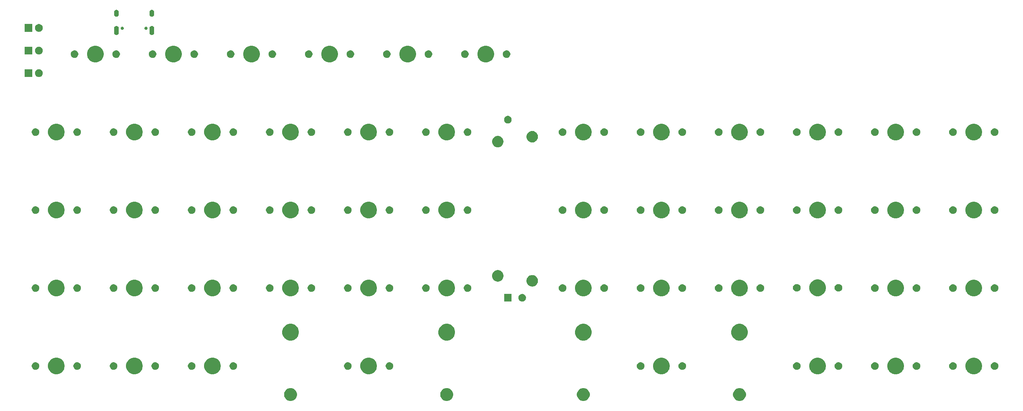
<source format=gts>
G04 #@! TF.GenerationSoftware,KiCad,Pcbnew,(5.1.4-0)*
G04 #@! TF.CreationDate,2021-03-11T23:16:50-05:00*
G04 #@! TF.ProjectId,V4N4G0RTH0N,56344e34-4730-4525-9448-304e2e6b6963,rev?*
G04 #@! TF.SameCoordinates,Original*
G04 #@! TF.FileFunction,Soldermask,Top*
G04 #@! TF.FilePolarity,Negative*
%FSLAX46Y46*%
G04 Gerber Fmt 4.6, Leading zero omitted, Abs format (unit mm)*
G04 Created by KiCad (PCBNEW (5.1.4-0)) date 2021-03-11 23:16:50*
%MOMM*%
%LPD*%
G04 APERTURE LIST*
%ADD10C,0.100000*%
G04 APERTURE END LIST*
D10*
G36*
X200332267Y-119740263D02*
G01*
X200484411Y-119770526D01*
X200603137Y-119819704D01*
X200771041Y-119889252D01*
X200771042Y-119889253D01*
X201029004Y-120061617D01*
X201248383Y-120280996D01*
X201363553Y-120453361D01*
X201420748Y-120538959D01*
X201539474Y-120825590D01*
X201600000Y-121129875D01*
X201600000Y-121440125D01*
X201539474Y-121744410D01*
X201420748Y-122031041D01*
X201420747Y-122031042D01*
X201248383Y-122289004D01*
X201029004Y-122508383D01*
X200856639Y-122623553D01*
X200771041Y-122680748D01*
X200603137Y-122750296D01*
X200484411Y-122799474D01*
X200180125Y-122860000D01*
X199869875Y-122860000D01*
X199565589Y-122799474D01*
X199446863Y-122750296D01*
X199278959Y-122680748D01*
X199193361Y-122623553D01*
X199020996Y-122508383D01*
X198801617Y-122289004D01*
X198629253Y-122031042D01*
X198629252Y-122031041D01*
X198510526Y-121744410D01*
X198450000Y-121440125D01*
X198450000Y-121129875D01*
X198510526Y-120825590D01*
X198629252Y-120538959D01*
X198686447Y-120453361D01*
X198801617Y-120280996D01*
X199020996Y-120061617D01*
X199278958Y-119889253D01*
X199278959Y-119889252D01*
X199446863Y-119819704D01*
X199565589Y-119770526D01*
X199717733Y-119740263D01*
X199869875Y-119710000D01*
X200180125Y-119710000D01*
X200332267Y-119740263D01*
X200332267Y-119740263D01*
G37*
G36*
X162232267Y-119740263D02*
G01*
X162384411Y-119770526D01*
X162503137Y-119819704D01*
X162671041Y-119889252D01*
X162671042Y-119889253D01*
X162929004Y-120061617D01*
X163148383Y-120280996D01*
X163263553Y-120453361D01*
X163320748Y-120538959D01*
X163439474Y-120825590D01*
X163500000Y-121129875D01*
X163500000Y-121440125D01*
X163439474Y-121744410D01*
X163320748Y-122031041D01*
X163320747Y-122031042D01*
X163148383Y-122289004D01*
X162929004Y-122508383D01*
X162756639Y-122623553D01*
X162671041Y-122680748D01*
X162503137Y-122750296D01*
X162384411Y-122799474D01*
X162080125Y-122860000D01*
X161769875Y-122860000D01*
X161465589Y-122799474D01*
X161346863Y-122750296D01*
X161178959Y-122680748D01*
X161093361Y-122623553D01*
X160920996Y-122508383D01*
X160701617Y-122289004D01*
X160529253Y-122031042D01*
X160529252Y-122031041D01*
X160410526Y-121744410D01*
X160350000Y-121440125D01*
X160350000Y-121129875D01*
X160410526Y-120825590D01*
X160529252Y-120538959D01*
X160586447Y-120453361D01*
X160701617Y-120280996D01*
X160920996Y-120061617D01*
X161178958Y-119889253D01*
X161178959Y-119889252D01*
X161346863Y-119819704D01*
X161465589Y-119770526D01*
X161617733Y-119740263D01*
X161769875Y-119710000D01*
X162080125Y-119710000D01*
X162232267Y-119740263D01*
X162232267Y-119740263D01*
G37*
G36*
X128894767Y-119740263D02*
G01*
X129046911Y-119770526D01*
X129165637Y-119819704D01*
X129333541Y-119889252D01*
X129333542Y-119889253D01*
X129591504Y-120061617D01*
X129810883Y-120280996D01*
X129926053Y-120453361D01*
X129983248Y-120538959D01*
X130101974Y-120825590D01*
X130162500Y-121129875D01*
X130162500Y-121440125D01*
X130101974Y-121744410D01*
X129983248Y-122031041D01*
X129983247Y-122031042D01*
X129810883Y-122289004D01*
X129591504Y-122508383D01*
X129419139Y-122623553D01*
X129333541Y-122680748D01*
X129165637Y-122750296D01*
X129046911Y-122799474D01*
X128742625Y-122860000D01*
X128432375Y-122860000D01*
X128128089Y-122799474D01*
X128009363Y-122750296D01*
X127841459Y-122680748D01*
X127755861Y-122623553D01*
X127583496Y-122508383D01*
X127364117Y-122289004D01*
X127191753Y-122031042D01*
X127191752Y-122031041D01*
X127073026Y-121744410D01*
X127012500Y-121440125D01*
X127012500Y-121129875D01*
X127073026Y-120825590D01*
X127191752Y-120538959D01*
X127248947Y-120453361D01*
X127364117Y-120280996D01*
X127583496Y-120061617D01*
X127841458Y-119889253D01*
X127841459Y-119889252D01*
X128009363Y-119819704D01*
X128128089Y-119770526D01*
X128280233Y-119740263D01*
X128432375Y-119710000D01*
X128742625Y-119710000D01*
X128894767Y-119740263D01*
X128894767Y-119740263D01*
G37*
G36*
X90794767Y-119740263D02*
G01*
X90946911Y-119770526D01*
X91065637Y-119819704D01*
X91233541Y-119889252D01*
X91233542Y-119889253D01*
X91491504Y-120061617D01*
X91710883Y-120280996D01*
X91826053Y-120453361D01*
X91883248Y-120538959D01*
X92001974Y-120825590D01*
X92062500Y-121129875D01*
X92062500Y-121440125D01*
X92001974Y-121744410D01*
X91883248Y-122031041D01*
X91883247Y-122031042D01*
X91710883Y-122289004D01*
X91491504Y-122508383D01*
X91319139Y-122623553D01*
X91233541Y-122680748D01*
X91065637Y-122750296D01*
X90946911Y-122799474D01*
X90642625Y-122860000D01*
X90332375Y-122860000D01*
X90028089Y-122799474D01*
X89909363Y-122750296D01*
X89741459Y-122680748D01*
X89655861Y-122623553D01*
X89483496Y-122508383D01*
X89264117Y-122289004D01*
X89091753Y-122031042D01*
X89091752Y-122031041D01*
X88973026Y-121744410D01*
X88912500Y-121440125D01*
X88912500Y-121129875D01*
X88973026Y-120825590D01*
X89091752Y-120538959D01*
X89148947Y-120453361D01*
X89264117Y-120280996D01*
X89483496Y-120061617D01*
X89741458Y-119889253D01*
X89741459Y-119889252D01*
X89909363Y-119819704D01*
X90028089Y-119770526D01*
X90180233Y-119740263D01*
X90332375Y-119710000D01*
X90642625Y-119710000D01*
X90794767Y-119740263D01*
X90794767Y-119740263D01*
G37*
G36*
X110133974Y-112333684D02*
G01*
X110351974Y-112423983D01*
X110506123Y-112487833D01*
X110841048Y-112711623D01*
X111125877Y-112996452D01*
X111349667Y-113331377D01*
X111382062Y-113409586D01*
X111503816Y-113703526D01*
X111582400Y-114098594D01*
X111582400Y-114501406D01*
X111503816Y-114896474D01*
X111452951Y-115019272D01*
X111349667Y-115268623D01*
X111125877Y-115603548D01*
X110841048Y-115888377D01*
X110506123Y-116112167D01*
X110351974Y-116176017D01*
X110133974Y-116266316D01*
X109738906Y-116344900D01*
X109336094Y-116344900D01*
X108941026Y-116266316D01*
X108723026Y-116176017D01*
X108568877Y-116112167D01*
X108233952Y-115888377D01*
X107949123Y-115603548D01*
X107725333Y-115268623D01*
X107622049Y-115019272D01*
X107571184Y-114896474D01*
X107492600Y-114501406D01*
X107492600Y-114098594D01*
X107571184Y-113703526D01*
X107692938Y-113409586D01*
X107725333Y-113331377D01*
X107949123Y-112996452D01*
X108233952Y-112711623D01*
X108568877Y-112487833D01*
X108723026Y-112423983D01*
X108941026Y-112333684D01*
X109336094Y-112255100D01*
X109738906Y-112255100D01*
X110133974Y-112333684D01*
X110133974Y-112333684D01*
G37*
G36*
X72033974Y-112333684D02*
G01*
X72251974Y-112423983D01*
X72406123Y-112487833D01*
X72741048Y-112711623D01*
X73025877Y-112996452D01*
X73249667Y-113331377D01*
X73282062Y-113409586D01*
X73403816Y-113703526D01*
X73482400Y-114098594D01*
X73482400Y-114501406D01*
X73403816Y-114896474D01*
X73352951Y-115019272D01*
X73249667Y-115268623D01*
X73025877Y-115603548D01*
X72741048Y-115888377D01*
X72406123Y-116112167D01*
X72251974Y-116176017D01*
X72033974Y-116266316D01*
X71638906Y-116344900D01*
X71236094Y-116344900D01*
X70841026Y-116266316D01*
X70623026Y-116176017D01*
X70468877Y-116112167D01*
X70133952Y-115888377D01*
X69849123Y-115603548D01*
X69625333Y-115268623D01*
X69522049Y-115019272D01*
X69471184Y-114896474D01*
X69392600Y-114501406D01*
X69392600Y-114098594D01*
X69471184Y-113703526D01*
X69592938Y-113409586D01*
X69625333Y-113331377D01*
X69849123Y-112996452D01*
X70133952Y-112711623D01*
X70468877Y-112487833D01*
X70623026Y-112423983D01*
X70841026Y-112333684D01*
X71236094Y-112255100D01*
X71638906Y-112255100D01*
X72033974Y-112333684D01*
X72033974Y-112333684D01*
G37*
G36*
X52983974Y-112333684D02*
G01*
X53201974Y-112423983D01*
X53356123Y-112487833D01*
X53691048Y-112711623D01*
X53975877Y-112996452D01*
X54199667Y-113331377D01*
X54232062Y-113409586D01*
X54353816Y-113703526D01*
X54432400Y-114098594D01*
X54432400Y-114501406D01*
X54353816Y-114896474D01*
X54302951Y-115019272D01*
X54199667Y-115268623D01*
X53975877Y-115603548D01*
X53691048Y-115888377D01*
X53356123Y-116112167D01*
X53201974Y-116176017D01*
X52983974Y-116266316D01*
X52588906Y-116344900D01*
X52186094Y-116344900D01*
X51791026Y-116266316D01*
X51573026Y-116176017D01*
X51418877Y-116112167D01*
X51083952Y-115888377D01*
X50799123Y-115603548D01*
X50575333Y-115268623D01*
X50472049Y-115019272D01*
X50421184Y-114896474D01*
X50342600Y-114501406D01*
X50342600Y-114098594D01*
X50421184Y-113703526D01*
X50542938Y-113409586D01*
X50575333Y-113331377D01*
X50799123Y-112996452D01*
X51083952Y-112711623D01*
X51418877Y-112487833D01*
X51573026Y-112423983D01*
X51791026Y-112333684D01*
X52186094Y-112255100D01*
X52588906Y-112255100D01*
X52983974Y-112333684D01*
X52983974Y-112333684D01*
G37*
G36*
X33933974Y-112333684D02*
G01*
X34151974Y-112423983D01*
X34306123Y-112487833D01*
X34641048Y-112711623D01*
X34925877Y-112996452D01*
X35149667Y-113331377D01*
X35182062Y-113409586D01*
X35303816Y-113703526D01*
X35382400Y-114098594D01*
X35382400Y-114501406D01*
X35303816Y-114896474D01*
X35252951Y-115019272D01*
X35149667Y-115268623D01*
X34925877Y-115603548D01*
X34641048Y-115888377D01*
X34306123Y-116112167D01*
X34151974Y-116176017D01*
X33933974Y-116266316D01*
X33538906Y-116344900D01*
X33136094Y-116344900D01*
X32741026Y-116266316D01*
X32523026Y-116176017D01*
X32368877Y-116112167D01*
X32033952Y-115888377D01*
X31749123Y-115603548D01*
X31525333Y-115268623D01*
X31422049Y-115019272D01*
X31371184Y-114896474D01*
X31292600Y-114501406D01*
X31292600Y-114098594D01*
X31371184Y-113703526D01*
X31492938Y-113409586D01*
X31525333Y-113331377D01*
X31749123Y-112996452D01*
X32033952Y-112711623D01*
X32368877Y-112487833D01*
X32523026Y-112423983D01*
X32741026Y-112333684D01*
X33136094Y-112255100D01*
X33538906Y-112255100D01*
X33933974Y-112333684D01*
X33933974Y-112333684D01*
G37*
G36*
X219671474Y-112333684D02*
G01*
X219889474Y-112423983D01*
X220043623Y-112487833D01*
X220378548Y-112711623D01*
X220663377Y-112996452D01*
X220887167Y-113331377D01*
X220919562Y-113409586D01*
X221041316Y-113703526D01*
X221119900Y-114098594D01*
X221119900Y-114501406D01*
X221041316Y-114896474D01*
X220990451Y-115019272D01*
X220887167Y-115268623D01*
X220663377Y-115603548D01*
X220378548Y-115888377D01*
X220043623Y-116112167D01*
X219889474Y-116176017D01*
X219671474Y-116266316D01*
X219276406Y-116344900D01*
X218873594Y-116344900D01*
X218478526Y-116266316D01*
X218260526Y-116176017D01*
X218106377Y-116112167D01*
X217771452Y-115888377D01*
X217486623Y-115603548D01*
X217262833Y-115268623D01*
X217159549Y-115019272D01*
X217108684Y-114896474D01*
X217030100Y-114501406D01*
X217030100Y-114098594D01*
X217108684Y-113703526D01*
X217230438Y-113409586D01*
X217262833Y-113331377D01*
X217486623Y-112996452D01*
X217771452Y-112711623D01*
X218106377Y-112487833D01*
X218260526Y-112423983D01*
X218478526Y-112333684D01*
X218873594Y-112255100D01*
X219276406Y-112255100D01*
X219671474Y-112333684D01*
X219671474Y-112333684D01*
G37*
G36*
X238721474Y-112333684D02*
G01*
X238939474Y-112423983D01*
X239093623Y-112487833D01*
X239428548Y-112711623D01*
X239713377Y-112996452D01*
X239937167Y-113331377D01*
X239969562Y-113409586D01*
X240091316Y-113703526D01*
X240169900Y-114098594D01*
X240169900Y-114501406D01*
X240091316Y-114896474D01*
X240040451Y-115019272D01*
X239937167Y-115268623D01*
X239713377Y-115603548D01*
X239428548Y-115888377D01*
X239093623Y-116112167D01*
X238939474Y-116176017D01*
X238721474Y-116266316D01*
X238326406Y-116344900D01*
X237923594Y-116344900D01*
X237528526Y-116266316D01*
X237310526Y-116176017D01*
X237156377Y-116112167D01*
X236821452Y-115888377D01*
X236536623Y-115603548D01*
X236312833Y-115268623D01*
X236209549Y-115019272D01*
X236158684Y-114896474D01*
X236080100Y-114501406D01*
X236080100Y-114098594D01*
X236158684Y-113703526D01*
X236280438Y-113409586D01*
X236312833Y-113331377D01*
X236536623Y-112996452D01*
X236821452Y-112711623D01*
X237156377Y-112487833D01*
X237310526Y-112423983D01*
X237528526Y-112333684D01*
X237923594Y-112255100D01*
X238326406Y-112255100D01*
X238721474Y-112333684D01*
X238721474Y-112333684D01*
G37*
G36*
X257771474Y-112333684D02*
G01*
X257989474Y-112423983D01*
X258143623Y-112487833D01*
X258478548Y-112711623D01*
X258763377Y-112996452D01*
X258987167Y-113331377D01*
X259019562Y-113409586D01*
X259141316Y-113703526D01*
X259219900Y-114098594D01*
X259219900Y-114501406D01*
X259141316Y-114896474D01*
X259090451Y-115019272D01*
X258987167Y-115268623D01*
X258763377Y-115603548D01*
X258478548Y-115888377D01*
X258143623Y-116112167D01*
X257989474Y-116176017D01*
X257771474Y-116266316D01*
X257376406Y-116344900D01*
X256973594Y-116344900D01*
X256578526Y-116266316D01*
X256360526Y-116176017D01*
X256206377Y-116112167D01*
X255871452Y-115888377D01*
X255586623Y-115603548D01*
X255362833Y-115268623D01*
X255259549Y-115019272D01*
X255208684Y-114896474D01*
X255130100Y-114501406D01*
X255130100Y-114098594D01*
X255208684Y-113703526D01*
X255330438Y-113409586D01*
X255362833Y-113331377D01*
X255586623Y-112996452D01*
X255871452Y-112711623D01*
X256206377Y-112487833D01*
X256360526Y-112423983D01*
X256578526Y-112333684D01*
X256973594Y-112255100D01*
X257376406Y-112255100D01*
X257771474Y-112333684D01*
X257771474Y-112333684D01*
G37*
G36*
X181571474Y-112333684D02*
G01*
X181789474Y-112423983D01*
X181943623Y-112487833D01*
X182278548Y-112711623D01*
X182563377Y-112996452D01*
X182787167Y-113331377D01*
X182819562Y-113409586D01*
X182941316Y-113703526D01*
X183019900Y-114098594D01*
X183019900Y-114501406D01*
X182941316Y-114896474D01*
X182890451Y-115019272D01*
X182787167Y-115268623D01*
X182563377Y-115603548D01*
X182278548Y-115888377D01*
X181943623Y-116112167D01*
X181789474Y-116176017D01*
X181571474Y-116266316D01*
X181176406Y-116344900D01*
X180773594Y-116344900D01*
X180378526Y-116266316D01*
X180160526Y-116176017D01*
X180006377Y-116112167D01*
X179671452Y-115888377D01*
X179386623Y-115603548D01*
X179162833Y-115268623D01*
X179059549Y-115019272D01*
X179008684Y-114896474D01*
X178930100Y-114501406D01*
X178930100Y-114098594D01*
X179008684Y-113703526D01*
X179130438Y-113409586D01*
X179162833Y-113331377D01*
X179386623Y-112996452D01*
X179671452Y-112711623D01*
X180006377Y-112487833D01*
X180160526Y-112423983D01*
X180378526Y-112333684D01*
X180773594Y-112255100D01*
X181176406Y-112255100D01*
X181571474Y-112333684D01*
X181571474Y-112333684D01*
G37*
G36*
X57737604Y-113409585D02*
G01*
X57906126Y-113479389D01*
X58057791Y-113580728D01*
X58186772Y-113709709D01*
X58288111Y-113861374D01*
X58357915Y-114029896D01*
X58393500Y-114208797D01*
X58393500Y-114391203D01*
X58357915Y-114570104D01*
X58288111Y-114738626D01*
X58186772Y-114890291D01*
X58057791Y-115019272D01*
X57906126Y-115120611D01*
X57737604Y-115190415D01*
X57558703Y-115226000D01*
X57376297Y-115226000D01*
X57197396Y-115190415D01*
X57028874Y-115120611D01*
X56877209Y-115019272D01*
X56748228Y-114890291D01*
X56646889Y-114738626D01*
X56577085Y-114570104D01*
X56541500Y-114391203D01*
X56541500Y-114208797D01*
X56577085Y-114029896D01*
X56646889Y-113861374D01*
X56748228Y-113709709D01*
X56877209Y-113580728D01*
X57028874Y-113479389D01*
X57197396Y-113409585D01*
X57376297Y-113374000D01*
X57558703Y-113374000D01*
X57737604Y-113409585D01*
X57737604Y-113409585D01*
G37*
G36*
X47577604Y-113409585D02*
G01*
X47746126Y-113479389D01*
X47897791Y-113580728D01*
X48026772Y-113709709D01*
X48128111Y-113861374D01*
X48197915Y-114029896D01*
X48233500Y-114208797D01*
X48233500Y-114391203D01*
X48197915Y-114570104D01*
X48128111Y-114738626D01*
X48026772Y-114890291D01*
X47897791Y-115019272D01*
X47746126Y-115120611D01*
X47577604Y-115190415D01*
X47398703Y-115226000D01*
X47216297Y-115226000D01*
X47037396Y-115190415D01*
X46868874Y-115120611D01*
X46717209Y-115019272D01*
X46588228Y-114890291D01*
X46486889Y-114738626D01*
X46417085Y-114570104D01*
X46381500Y-114391203D01*
X46381500Y-114208797D01*
X46417085Y-114029896D01*
X46486889Y-113861374D01*
X46588228Y-113709709D01*
X46717209Y-113580728D01*
X46868874Y-113479389D01*
X47037396Y-113409585D01*
X47216297Y-113374000D01*
X47398703Y-113374000D01*
X47577604Y-113409585D01*
X47577604Y-113409585D01*
G37*
G36*
X38687604Y-113409585D02*
G01*
X38856126Y-113479389D01*
X39007791Y-113580728D01*
X39136772Y-113709709D01*
X39238111Y-113861374D01*
X39307915Y-114029896D01*
X39343500Y-114208797D01*
X39343500Y-114391203D01*
X39307915Y-114570104D01*
X39238111Y-114738626D01*
X39136772Y-114890291D01*
X39007791Y-115019272D01*
X38856126Y-115120611D01*
X38687604Y-115190415D01*
X38508703Y-115226000D01*
X38326297Y-115226000D01*
X38147396Y-115190415D01*
X37978874Y-115120611D01*
X37827209Y-115019272D01*
X37698228Y-114890291D01*
X37596889Y-114738626D01*
X37527085Y-114570104D01*
X37491500Y-114391203D01*
X37491500Y-114208797D01*
X37527085Y-114029896D01*
X37596889Y-113861374D01*
X37698228Y-113709709D01*
X37827209Y-113580728D01*
X37978874Y-113479389D01*
X38147396Y-113409585D01*
X38326297Y-113374000D01*
X38508703Y-113374000D01*
X38687604Y-113409585D01*
X38687604Y-113409585D01*
G37*
G36*
X28527604Y-113409585D02*
G01*
X28696126Y-113479389D01*
X28847791Y-113580728D01*
X28976772Y-113709709D01*
X29078111Y-113861374D01*
X29147915Y-114029896D01*
X29183500Y-114208797D01*
X29183500Y-114391203D01*
X29147915Y-114570104D01*
X29078111Y-114738626D01*
X28976772Y-114890291D01*
X28847791Y-115019272D01*
X28696126Y-115120611D01*
X28527604Y-115190415D01*
X28348703Y-115226000D01*
X28166297Y-115226000D01*
X27987396Y-115190415D01*
X27818874Y-115120611D01*
X27667209Y-115019272D01*
X27538228Y-114890291D01*
X27436889Y-114738626D01*
X27367085Y-114570104D01*
X27331500Y-114391203D01*
X27331500Y-114208797D01*
X27367085Y-114029896D01*
X27436889Y-113861374D01*
X27538228Y-113709709D01*
X27667209Y-113580728D01*
X27818874Y-113479389D01*
X27987396Y-113409585D01*
X28166297Y-113374000D01*
X28348703Y-113374000D01*
X28527604Y-113409585D01*
X28527604Y-113409585D01*
G37*
G36*
X262525104Y-113409585D02*
G01*
X262693626Y-113479389D01*
X262845291Y-113580728D01*
X262974272Y-113709709D01*
X263075611Y-113861374D01*
X263145415Y-114029896D01*
X263181000Y-114208797D01*
X263181000Y-114391203D01*
X263145415Y-114570104D01*
X263075611Y-114738626D01*
X262974272Y-114890291D01*
X262845291Y-115019272D01*
X262693626Y-115120611D01*
X262525104Y-115190415D01*
X262346203Y-115226000D01*
X262163797Y-115226000D01*
X261984896Y-115190415D01*
X261816374Y-115120611D01*
X261664709Y-115019272D01*
X261535728Y-114890291D01*
X261434389Y-114738626D01*
X261364585Y-114570104D01*
X261329000Y-114391203D01*
X261329000Y-114208797D01*
X261364585Y-114029896D01*
X261434389Y-113861374D01*
X261535728Y-113709709D01*
X261664709Y-113580728D01*
X261816374Y-113479389D01*
X261984896Y-113409585D01*
X262163797Y-113374000D01*
X262346203Y-113374000D01*
X262525104Y-113409585D01*
X262525104Y-113409585D01*
G37*
G36*
X214265104Y-113409585D02*
G01*
X214433626Y-113479389D01*
X214585291Y-113580728D01*
X214714272Y-113709709D01*
X214815611Y-113861374D01*
X214885415Y-114029896D01*
X214921000Y-114208797D01*
X214921000Y-114391203D01*
X214885415Y-114570104D01*
X214815611Y-114738626D01*
X214714272Y-114890291D01*
X214585291Y-115019272D01*
X214433626Y-115120611D01*
X214265104Y-115190415D01*
X214086203Y-115226000D01*
X213903797Y-115226000D01*
X213724896Y-115190415D01*
X213556374Y-115120611D01*
X213404709Y-115019272D01*
X213275728Y-114890291D01*
X213174389Y-114738626D01*
X213104585Y-114570104D01*
X213069000Y-114391203D01*
X213069000Y-114208797D01*
X213104585Y-114029896D01*
X213174389Y-113861374D01*
X213275728Y-113709709D01*
X213404709Y-113580728D01*
X213556374Y-113479389D01*
X213724896Y-113409585D01*
X213903797Y-113374000D01*
X214086203Y-113374000D01*
X214265104Y-113409585D01*
X214265104Y-113409585D01*
G37*
G36*
X224425104Y-113409585D02*
G01*
X224593626Y-113479389D01*
X224745291Y-113580728D01*
X224874272Y-113709709D01*
X224975611Y-113861374D01*
X225045415Y-114029896D01*
X225081000Y-114208797D01*
X225081000Y-114391203D01*
X225045415Y-114570104D01*
X224975611Y-114738626D01*
X224874272Y-114890291D01*
X224745291Y-115019272D01*
X224593626Y-115120611D01*
X224425104Y-115190415D01*
X224246203Y-115226000D01*
X224063797Y-115226000D01*
X223884896Y-115190415D01*
X223716374Y-115120611D01*
X223564709Y-115019272D01*
X223435728Y-114890291D01*
X223334389Y-114738626D01*
X223264585Y-114570104D01*
X223229000Y-114391203D01*
X223229000Y-114208797D01*
X223264585Y-114029896D01*
X223334389Y-113861374D01*
X223435728Y-113709709D01*
X223564709Y-113580728D01*
X223716374Y-113479389D01*
X223884896Y-113409585D01*
X224063797Y-113374000D01*
X224246203Y-113374000D01*
X224425104Y-113409585D01*
X224425104Y-113409585D01*
G37*
G36*
X252365104Y-113409585D02*
G01*
X252533626Y-113479389D01*
X252685291Y-113580728D01*
X252814272Y-113709709D01*
X252915611Y-113861374D01*
X252985415Y-114029896D01*
X253021000Y-114208797D01*
X253021000Y-114391203D01*
X252985415Y-114570104D01*
X252915611Y-114738626D01*
X252814272Y-114890291D01*
X252685291Y-115019272D01*
X252533626Y-115120611D01*
X252365104Y-115190415D01*
X252186203Y-115226000D01*
X252003797Y-115226000D01*
X251824896Y-115190415D01*
X251656374Y-115120611D01*
X251504709Y-115019272D01*
X251375728Y-114890291D01*
X251274389Y-114738626D01*
X251204585Y-114570104D01*
X251169000Y-114391203D01*
X251169000Y-114208797D01*
X251204585Y-114029896D01*
X251274389Y-113861374D01*
X251375728Y-113709709D01*
X251504709Y-113580728D01*
X251656374Y-113479389D01*
X251824896Y-113409585D01*
X252003797Y-113374000D01*
X252186203Y-113374000D01*
X252365104Y-113409585D01*
X252365104Y-113409585D01*
G37*
G36*
X66627604Y-113409585D02*
G01*
X66796126Y-113479389D01*
X66947791Y-113580728D01*
X67076772Y-113709709D01*
X67178111Y-113861374D01*
X67247915Y-114029896D01*
X67283500Y-114208797D01*
X67283500Y-114391203D01*
X67247915Y-114570104D01*
X67178111Y-114738626D01*
X67076772Y-114890291D01*
X66947791Y-115019272D01*
X66796126Y-115120611D01*
X66627604Y-115190415D01*
X66448703Y-115226000D01*
X66266297Y-115226000D01*
X66087396Y-115190415D01*
X65918874Y-115120611D01*
X65767209Y-115019272D01*
X65638228Y-114890291D01*
X65536889Y-114738626D01*
X65467085Y-114570104D01*
X65431500Y-114391203D01*
X65431500Y-114208797D01*
X65467085Y-114029896D01*
X65536889Y-113861374D01*
X65638228Y-113709709D01*
X65767209Y-113580728D01*
X65918874Y-113479389D01*
X66087396Y-113409585D01*
X66266297Y-113374000D01*
X66448703Y-113374000D01*
X66627604Y-113409585D01*
X66627604Y-113409585D01*
G37*
G36*
X76787604Y-113409585D02*
G01*
X76956126Y-113479389D01*
X77107791Y-113580728D01*
X77236772Y-113709709D01*
X77338111Y-113861374D01*
X77407915Y-114029896D01*
X77443500Y-114208797D01*
X77443500Y-114391203D01*
X77407915Y-114570104D01*
X77338111Y-114738626D01*
X77236772Y-114890291D01*
X77107791Y-115019272D01*
X76956126Y-115120611D01*
X76787604Y-115190415D01*
X76608703Y-115226000D01*
X76426297Y-115226000D01*
X76247396Y-115190415D01*
X76078874Y-115120611D01*
X75927209Y-115019272D01*
X75798228Y-114890291D01*
X75696889Y-114738626D01*
X75627085Y-114570104D01*
X75591500Y-114391203D01*
X75591500Y-114208797D01*
X75627085Y-114029896D01*
X75696889Y-113861374D01*
X75798228Y-113709709D01*
X75927209Y-113580728D01*
X76078874Y-113479389D01*
X76247396Y-113409585D01*
X76426297Y-113374000D01*
X76608703Y-113374000D01*
X76787604Y-113409585D01*
X76787604Y-113409585D01*
G37*
G36*
X243475104Y-113409585D02*
G01*
X243643626Y-113479389D01*
X243795291Y-113580728D01*
X243924272Y-113709709D01*
X244025611Y-113861374D01*
X244095415Y-114029896D01*
X244131000Y-114208797D01*
X244131000Y-114391203D01*
X244095415Y-114570104D01*
X244025611Y-114738626D01*
X243924272Y-114890291D01*
X243795291Y-115019272D01*
X243643626Y-115120611D01*
X243475104Y-115190415D01*
X243296203Y-115226000D01*
X243113797Y-115226000D01*
X242934896Y-115190415D01*
X242766374Y-115120611D01*
X242614709Y-115019272D01*
X242485728Y-114890291D01*
X242384389Y-114738626D01*
X242314585Y-114570104D01*
X242279000Y-114391203D01*
X242279000Y-114208797D01*
X242314585Y-114029896D01*
X242384389Y-113861374D01*
X242485728Y-113709709D01*
X242614709Y-113580728D01*
X242766374Y-113479389D01*
X242934896Y-113409585D01*
X243113797Y-113374000D01*
X243296203Y-113374000D01*
X243475104Y-113409585D01*
X243475104Y-113409585D01*
G37*
G36*
X233315104Y-113409585D02*
G01*
X233483626Y-113479389D01*
X233635291Y-113580728D01*
X233764272Y-113709709D01*
X233865611Y-113861374D01*
X233935415Y-114029896D01*
X233971000Y-114208797D01*
X233971000Y-114391203D01*
X233935415Y-114570104D01*
X233865611Y-114738626D01*
X233764272Y-114890291D01*
X233635291Y-115019272D01*
X233483626Y-115120611D01*
X233315104Y-115190415D01*
X233136203Y-115226000D01*
X232953797Y-115226000D01*
X232774896Y-115190415D01*
X232606374Y-115120611D01*
X232454709Y-115019272D01*
X232325728Y-114890291D01*
X232224389Y-114738626D01*
X232154585Y-114570104D01*
X232119000Y-114391203D01*
X232119000Y-114208797D01*
X232154585Y-114029896D01*
X232224389Y-113861374D01*
X232325728Y-113709709D01*
X232454709Y-113580728D01*
X232606374Y-113479389D01*
X232774896Y-113409585D01*
X232953797Y-113374000D01*
X233136203Y-113374000D01*
X233315104Y-113409585D01*
X233315104Y-113409585D01*
G37*
G36*
X186325104Y-113409585D02*
G01*
X186493626Y-113479389D01*
X186645291Y-113580728D01*
X186774272Y-113709709D01*
X186875611Y-113861374D01*
X186945415Y-114029896D01*
X186981000Y-114208797D01*
X186981000Y-114391203D01*
X186945415Y-114570104D01*
X186875611Y-114738626D01*
X186774272Y-114890291D01*
X186645291Y-115019272D01*
X186493626Y-115120611D01*
X186325104Y-115190415D01*
X186146203Y-115226000D01*
X185963797Y-115226000D01*
X185784896Y-115190415D01*
X185616374Y-115120611D01*
X185464709Y-115019272D01*
X185335728Y-114890291D01*
X185234389Y-114738626D01*
X185164585Y-114570104D01*
X185129000Y-114391203D01*
X185129000Y-114208797D01*
X185164585Y-114029896D01*
X185234389Y-113861374D01*
X185335728Y-113709709D01*
X185464709Y-113580728D01*
X185616374Y-113479389D01*
X185784896Y-113409585D01*
X185963797Y-113374000D01*
X186146203Y-113374000D01*
X186325104Y-113409585D01*
X186325104Y-113409585D01*
G37*
G36*
X176165104Y-113409585D02*
G01*
X176333626Y-113479389D01*
X176485291Y-113580728D01*
X176614272Y-113709709D01*
X176715611Y-113861374D01*
X176785415Y-114029896D01*
X176821000Y-114208797D01*
X176821000Y-114391203D01*
X176785415Y-114570104D01*
X176715611Y-114738626D01*
X176614272Y-114890291D01*
X176485291Y-115019272D01*
X176333626Y-115120611D01*
X176165104Y-115190415D01*
X175986203Y-115226000D01*
X175803797Y-115226000D01*
X175624896Y-115190415D01*
X175456374Y-115120611D01*
X175304709Y-115019272D01*
X175175728Y-114890291D01*
X175074389Y-114738626D01*
X175004585Y-114570104D01*
X174969000Y-114391203D01*
X174969000Y-114208797D01*
X175004585Y-114029896D01*
X175074389Y-113861374D01*
X175175728Y-113709709D01*
X175304709Y-113580728D01*
X175456374Y-113479389D01*
X175624896Y-113409585D01*
X175803797Y-113374000D01*
X175986203Y-113374000D01*
X176165104Y-113409585D01*
X176165104Y-113409585D01*
G37*
G36*
X114887604Y-113409585D02*
G01*
X115056126Y-113479389D01*
X115207791Y-113580728D01*
X115336772Y-113709709D01*
X115438111Y-113861374D01*
X115507915Y-114029896D01*
X115543500Y-114208797D01*
X115543500Y-114391203D01*
X115507915Y-114570104D01*
X115438111Y-114738626D01*
X115336772Y-114890291D01*
X115207791Y-115019272D01*
X115056126Y-115120611D01*
X114887604Y-115190415D01*
X114708703Y-115226000D01*
X114526297Y-115226000D01*
X114347396Y-115190415D01*
X114178874Y-115120611D01*
X114027209Y-115019272D01*
X113898228Y-114890291D01*
X113796889Y-114738626D01*
X113727085Y-114570104D01*
X113691500Y-114391203D01*
X113691500Y-114208797D01*
X113727085Y-114029896D01*
X113796889Y-113861374D01*
X113898228Y-113709709D01*
X114027209Y-113580728D01*
X114178874Y-113479389D01*
X114347396Y-113409585D01*
X114526297Y-113374000D01*
X114708703Y-113374000D01*
X114887604Y-113409585D01*
X114887604Y-113409585D01*
G37*
G36*
X104727604Y-113409585D02*
G01*
X104896126Y-113479389D01*
X105047791Y-113580728D01*
X105176772Y-113709709D01*
X105278111Y-113861374D01*
X105347915Y-114029896D01*
X105383500Y-114208797D01*
X105383500Y-114391203D01*
X105347915Y-114570104D01*
X105278111Y-114738626D01*
X105176772Y-114890291D01*
X105047791Y-115019272D01*
X104896126Y-115120611D01*
X104727604Y-115190415D01*
X104548703Y-115226000D01*
X104366297Y-115226000D01*
X104187396Y-115190415D01*
X104018874Y-115120611D01*
X103867209Y-115019272D01*
X103738228Y-114890291D01*
X103636889Y-114738626D01*
X103567085Y-114570104D01*
X103531500Y-114391203D01*
X103531500Y-114208797D01*
X103567085Y-114029896D01*
X103636889Y-113861374D01*
X103738228Y-113709709D01*
X103867209Y-113580728D01*
X104018874Y-113479389D01*
X104187396Y-113409585D01*
X104366297Y-113374000D01*
X104548703Y-113374000D01*
X104727604Y-113409585D01*
X104727604Y-113409585D01*
G37*
G36*
X162521474Y-104078684D02*
G01*
X162739474Y-104168983D01*
X162893623Y-104232833D01*
X163228548Y-104456623D01*
X163513377Y-104741452D01*
X163737167Y-105076377D01*
X163737167Y-105076378D01*
X163891316Y-105448526D01*
X163969900Y-105843594D01*
X163969900Y-106246406D01*
X163891316Y-106641474D01*
X163801017Y-106859474D01*
X163737167Y-107013623D01*
X163513377Y-107348548D01*
X163228548Y-107633377D01*
X162893623Y-107857167D01*
X162739474Y-107921017D01*
X162521474Y-108011316D01*
X162126406Y-108089900D01*
X161723594Y-108089900D01*
X161328526Y-108011316D01*
X161110526Y-107921017D01*
X160956377Y-107857167D01*
X160621452Y-107633377D01*
X160336623Y-107348548D01*
X160112833Y-107013623D01*
X160048983Y-106859474D01*
X159958684Y-106641474D01*
X159880100Y-106246406D01*
X159880100Y-105843594D01*
X159958684Y-105448526D01*
X160112833Y-105076378D01*
X160112833Y-105076377D01*
X160336623Y-104741452D01*
X160621452Y-104456623D01*
X160956377Y-104232833D01*
X161110526Y-104168983D01*
X161328526Y-104078684D01*
X161723594Y-104000100D01*
X162126406Y-104000100D01*
X162521474Y-104078684D01*
X162521474Y-104078684D01*
G37*
G36*
X200621474Y-104078684D02*
G01*
X200839474Y-104168983D01*
X200993623Y-104232833D01*
X201328548Y-104456623D01*
X201613377Y-104741452D01*
X201837167Y-105076377D01*
X201837167Y-105076378D01*
X201991316Y-105448526D01*
X202069900Y-105843594D01*
X202069900Y-106246406D01*
X201991316Y-106641474D01*
X201901017Y-106859474D01*
X201837167Y-107013623D01*
X201613377Y-107348548D01*
X201328548Y-107633377D01*
X200993623Y-107857167D01*
X200839474Y-107921017D01*
X200621474Y-108011316D01*
X200226406Y-108089900D01*
X199823594Y-108089900D01*
X199428526Y-108011316D01*
X199210526Y-107921017D01*
X199056377Y-107857167D01*
X198721452Y-107633377D01*
X198436623Y-107348548D01*
X198212833Y-107013623D01*
X198148983Y-106859474D01*
X198058684Y-106641474D01*
X197980100Y-106246406D01*
X197980100Y-105843594D01*
X198058684Y-105448526D01*
X198212833Y-105076378D01*
X198212833Y-105076377D01*
X198436623Y-104741452D01*
X198721452Y-104456623D01*
X199056377Y-104232833D01*
X199210526Y-104168983D01*
X199428526Y-104078684D01*
X199823594Y-104000100D01*
X200226406Y-104000100D01*
X200621474Y-104078684D01*
X200621474Y-104078684D01*
G37*
G36*
X129183974Y-104078684D02*
G01*
X129401974Y-104168983D01*
X129556123Y-104232833D01*
X129891048Y-104456623D01*
X130175877Y-104741452D01*
X130399667Y-105076377D01*
X130399667Y-105076378D01*
X130553816Y-105448526D01*
X130632400Y-105843594D01*
X130632400Y-106246406D01*
X130553816Y-106641474D01*
X130463517Y-106859474D01*
X130399667Y-107013623D01*
X130175877Y-107348548D01*
X129891048Y-107633377D01*
X129556123Y-107857167D01*
X129401974Y-107921017D01*
X129183974Y-108011316D01*
X128788906Y-108089900D01*
X128386094Y-108089900D01*
X127991026Y-108011316D01*
X127773026Y-107921017D01*
X127618877Y-107857167D01*
X127283952Y-107633377D01*
X126999123Y-107348548D01*
X126775333Y-107013623D01*
X126711483Y-106859474D01*
X126621184Y-106641474D01*
X126542600Y-106246406D01*
X126542600Y-105843594D01*
X126621184Y-105448526D01*
X126775333Y-105076378D01*
X126775333Y-105076377D01*
X126999123Y-104741452D01*
X127283952Y-104456623D01*
X127618877Y-104232833D01*
X127773026Y-104168983D01*
X127991026Y-104078684D01*
X128386094Y-104000100D01*
X128788906Y-104000100D01*
X129183974Y-104078684D01*
X129183974Y-104078684D01*
G37*
G36*
X91083974Y-104078684D02*
G01*
X91301974Y-104168983D01*
X91456123Y-104232833D01*
X91791048Y-104456623D01*
X92075877Y-104741452D01*
X92299667Y-105076377D01*
X92299667Y-105076378D01*
X92453816Y-105448526D01*
X92532400Y-105843594D01*
X92532400Y-106246406D01*
X92453816Y-106641474D01*
X92363517Y-106859474D01*
X92299667Y-107013623D01*
X92075877Y-107348548D01*
X91791048Y-107633377D01*
X91456123Y-107857167D01*
X91301974Y-107921017D01*
X91083974Y-108011316D01*
X90688906Y-108089900D01*
X90286094Y-108089900D01*
X89891026Y-108011316D01*
X89673026Y-107921017D01*
X89518877Y-107857167D01*
X89183952Y-107633377D01*
X88899123Y-107348548D01*
X88675333Y-107013623D01*
X88611483Y-106859474D01*
X88521184Y-106641474D01*
X88442600Y-106246406D01*
X88442600Y-105843594D01*
X88521184Y-105448526D01*
X88675333Y-105076378D01*
X88675333Y-105076377D01*
X88899123Y-104741452D01*
X89183952Y-104456623D01*
X89518877Y-104232833D01*
X89673026Y-104168983D01*
X89891026Y-104078684D01*
X90286094Y-104000100D01*
X90688906Y-104000100D01*
X91083974Y-104078684D01*
X91083974Y-104078684D01*
G37*
G36*
X147276354Y-96740835D02*
G01*
X147444876Y-96810639D01*
X147596541Y-96911978D01*
X147725522Y-97040959D01*
X147826861Y-97192624D01*
X147896665Y-97361146D01*
X147932250Y-97540047D01*
X147932250Y-97722453D01*
X147896665Y-97901354D01*
X147826861Y-98069876D01*
X147725522Y-98221541D01*
X147596541Y-98350522D01*
X147444876Y-98451861D01*
X147276354Y-98521665D01*
X147097453Y-98557250D01*
X146915047Y-98557250D01*
X146736146Y-98521665D01*
X146567624Y-98451861D01*
X146415959Y-98350522D01*
X146286978Y-98221541D01*
X146185639Y-98069876D01*
X146115835Y-97901354D01*
X146080250Y-97722453D01*
X146080250Y-97540047D01*
X146115835Y-97361146D01*
X146185639Y-97192624D01*
X146286978Y-97040959D01*
X146415959Y-96911978D01*
X146567624Y-96810639D01*
X146736146Y-96740835D01*
X146915047Y-96705250D01*
X147097453Y-96705250D01*
X147276354Y-96740835D01*
X147276354Y-96740835D01*
G37*
G36*
X144432250Y-98557250D02*
G01*
X142580250Y-98557250D01*
X142580250Y-96705250D01*
X144432250Y-96705250D01*
X144432250Y-98557250D01*
X144432250Y-98557250D01*
G37*
G36*
X72033974Y-93283684D02*
G01*
X72241099Y-93369478D01*
X72406123Y-93437833D01*
X72741048Y-93661623D01*
X73025877Y-93946452D01*
X73249667Y-94281377D01*
X73282062Y-94359586D01*
X73403816Y-94653526D01*
X73482400Y-95048594D01*
X73482400Y-95451406D01*
X73403816Y-95846474D01*
X73352951Y-95969272D01*
X73249667Y-96218623D01*
X73025877Y-96553548D01*
X72741048Y-96838377D01*
X72406123Y-97062167D01*
X72251974Y-97126017D01*
X72033974Y-97216316D01*
X71638906Y-97294900D01*
X71236094Y-97294900D01*
X70841026Y-97216316D01*
X70623026Y-97126017D01*
X70468877Y-97062167D01*
X70133952Y-96838377D01*
X69849123Y-96553548D01*
X69625333Y-96218623D01*
X69522049Y-95969272D01*
X69471184Y-95846474D01*
X69392600Y-95451406D01*
X69392600Y-95048594D01*
X69471184Y-94653526D01*
X69592938Y-94359586D01*
X69625333Y-94281377D01*
X69849123Y-93946452D01*
X70133952Y-93661623D01*
X70468877Y-93437833D01*
X70633901Y-93369478D01*
X70841026Y-93283684D01*
X71236094Y-93205100D01*
X71638906Y-93205100D01*
X72033974Y-93283684D01*
X72033974Y-93283684D01*
G37*
G36*
X91083974Y-93283684D02*
G01*
X91291099Y-93369478D01*
X91456123Y-93437833D01*
X91791048Y-93661623D01*
X92075877Y-93946452D01*
X92299667Y-94281377D01*
X92332062Y-94359586D01*
X92453816Y-94653526D01*
X92532400Y-95048594D01*
X92532400Y-95451406D01*
X92453816Y-95846474D01*
X92402951Y-95969272D01*
X92299667Y-96218623D01*
X92075877Y-96553548D01*
X91791048Y-96838377D01*
X91456123Y-97062167D01*
X91301974Y-97126017D01*
X91083974Y-97216316D01*
X90688906Y-97294900D01*
X90286094Y-97294900D01*
X89891026Y-97216316D01*
X89673026Y-97126017D01*
X89518877Y-97062167D01*
X89183952Y-96838377D01*
X88899123Y-96553548D01*
X88675333Y-96218623D01*
X88572049Y-95969272D01*
X88521184Y-95846474D01*
X88442600Y-95451406D01*
X88442600Y-95048594D01*
X88521184Y-94653526D01*
X88642938Y-94359586D01*
X88675333Y-94281377D01*
X88899123Y-93946452D01*
X89183952Y-93661623D01*
X89518877Y-93437833D01*
X89683901Y-93369478D01*
X89891026Y-93283684D01*
X90286094Y-93205100D01*
X90688906Y-93205100D01*
X91083974Y-93283684D01*
X91083974Y-93283684D01*
G37*
G36*
X257771474Y-93283684D02*
G01*
X257978599Y-93369478D01*
X258143623Y-93437833D01*
X258478548Y-93661623D01*
X258763377Y-93946452D01*
X258987167Y-94281377D01*
X259019562Y-94359586D01*
X259141316Y-94653526D01*
X259219900Y-95048594D01*
X259219900Y-95451406D01*
X259141316Y-95846474D01*
X259090451Y-95969272D01*
X258987167Y-96218623D01*
X258763377Y-96553548D01*
X258478548Y-96838377D01*
X258143623Y-97062167D01*
X257989474Y-97126017D01*
X257771474Y-97216316D01*
X257376406Y-97294900D01*
X256973594Y-97294900D01*
X256578526Y-97216316D01*
X256360526Y-97126017D01*
X256206377Y-97062167D01*
X255871452Y-96838377D01*
X255586623Y-96553548D01*
X255362833Y-96218623D01*
X255259549Y-95969272D01*
X255208684Y-95846474D01*
X255130100Y-95451406D01*
X255130100Y-95048594D01*
X255208684Y-94653526D01*
X255330438Y-94359586D01*
X255362833Y-94281377D01*
X255586623Y-93946452D01*
X255871452Y-93661623D01*
X256206377Y-93437833D01*
X256371401Y-93369478D01*
X256578526Y-93283684D01*
X256973594Y-93205100D01*
X257376406Y-93205100D01*
X257771474Y-93283684D01*
X257771474Y-93283684D01*
G37*
G36*
X238721474Y-93283684D02*
G01*
X238928599Y-93369478D01*
X239093623Y-93437833D01*
X239428548Y-93661623D01*
X239713377Y-93946452D01*
X239937167Y-94281377D01*
X239969562Y-94359586D01*
X240091316Y-94653526D01*
X240169900Y-95048594D01*
X240169900Y-95451406D01*
X240091316Y-95846474D01*
X240040451Y-95969272D01*
X239937167Y-96218623D01*
X239713377Y-96553548D01*
X239428548Y-96838377D01*
X239093623Y-97062167D01*
X238939474Y-97126017D01*
X238721474Y-97216316D01*
X238326406Y-97294900D01*
X237923594Y-97294900D01*
X237528526Y-97216316D01*
X237310526Y-97126017D01*
X237156377Y-97062167D01*
X236821452Y-96838377D01*
X236536623Y-96553548D01*
X236312833Y-96218623D01*
X236209549Y-95969272D01*
X236158684Y-95846474D01*
X236080100Y-95451406D01*
X236080100Y-95048594D01*
X236158684Y-94653526D01*
X236280438Y-94359586D01*
X236312833Y-94281377D01*
X236536623Y-93946452D01*
X236821452Y-93661623D01*
X237156377Y-93437833D01*
X237321401Y-93369478D01*
X237528526Y-93283684D01*
X237923594Y-93205100D01*
X238326406Y-93205100D01*
X238721474Y-93283684D01*
X238721474Y-93283684D01*
G37*
G36*
X200621474Y-93283684D02*
G01*
X200828599Y-93369478D01*
X200993623Y-93437833D01*
X201328548Y-93661623D01*
X201613377Y-93946452D01*
X201837167Y-94281377D01*
X201869562Y-94359586D01*
X201991316Y-94653526D01*
X202069900Y-95048594D01*
X202069900Y-95451406D01*
X201991316Y-95846474D01*
X201940451Y-95969272D01*
X201837167Y-96218623D01*
X201613377Y-96553548D01*
X201328548Y-96838377D01*
X200993623Y-97062167D01*
X200839474Y-97126017D01*
X200621474Y-97216316D01*
X200226406Y-97294900D01*
X199823594Y-97294900D01*
X199428526Y-97216316D01*
X199210526Y-97126017D01*
X199056377Y-97062167D01*
X198721452Y-96838377D01*
X198436623Y-96553548D01*
X198212833Y-96218623D01*
X198109549Y-95969272D01*
X198058684Y-95846474D01*
X197980100Y-95451406D01*
X197980100Y-95048594D01*
X198058684Y-94653526D01*
X198180438Y-94359586D01*
X198212833Y-94281377D01*
X198436623Y-93946452D01*
X198721452Y-93661623D01*
X199056377Y-93437833D01*
X199221401Y-93369478D01*
X199428526Y-93283684D01*
X199823594Y-93205100D01*
X200226406Y-93205100D01*
X200621474Y-93283684D01*
X200621474Y-93283684D01*
G37*
G36*
X181571474Y-93283684D02*
G01*
X181778599Y-93369478D01*
X181943623Y-93437833D01*
X182278548Y-93661623D01*
X182563377Y-93946452D01*
X182787167Y-94281377D01*
X182819562Y-94359586D01*
X182941316Y-94653526D01*
X183019900Y-95048594D01*
X183019900Y-95451406D01*
X182941316Y-95846474D01*
X182890451Y-95969272D01*
X182787167Y-96218623D01*
X182563377Y-96553548D01*
X182278548Y-96838377D01*
X181943623Y-97062167D01*
X181789474Y-97126017D01*
X181571474Y-97216316D01*
X181176406Y-97294900D01*
X180773594Y-97294900D01*
X180378526Y-97216316D01*
X180160526Y-97126017D01*
X180006377Y-97062167D01*
X179671452Y-96838377D01*
X179386623Y-96553548D01*
X179162833Y-96218623D01*
X179059549Y-95969272D01*
X179008684Y-95846474D01*
X178930100Y-95451406D01*
X178930100Y-95048594D01*
X179008684Y-94653526D01*
X179130438Y-94359586D01*
X179162833Y-94281377D01*
X179386623Y-93946452D01*
X179671452Y-93661623D01*
X180006377Y-93437833D01*
X180171401Y-93369478D01*
X180378526Y-93283684D01*
X180773594Y-93205100D01*
X181176406Y-93205100D01*
X181571474Y-93283684D01*
X181571474Y-93283684D01*
G37*
G36*
X162521474Y-93283684D02*
G01*
X162728599Y-93369478D01*
X162893623Y-93437833D01*
X163228548Y-93661623D01*
X163513377Y-93946452D01*
X163737167Y-94281377D01*
X163769562Y-94359586D01*
X163891316Y-94653526D01*
X163969900Y-95048594D01*
X163969900Y-95451406D01*
X163891316Y-95846474D01*
X163840451Y-95969272D01*
X163737167Y-96218623D01*
X163513377Y-96553548D01*
X163228548Y-96838377D01*
X162893623Y-97062167D01*
X162739474Y-97126017D01*
X162521474Y-97216316D01*
X162126406Y-97294900D01*
X161723594Y-97294900D01*
X161328526Y-97216316D01*
X161110526Y-97126017D01*
X160956377Y-97062167D01*
X160621452Y-96838377D01*
X160336623Y-96553548D01*
X160112833Y-96218623D01*
X160009549Y-95969272D01*
X159958684Y-95846474D01*
X159880100Y-95451406D01*
X159880100Y-95048594D01*
X159958684Y-94653526D01*
X160080438Y-94359586D01*
X160112833Y-94281377D01*
X160336623Y-93946452D01*
X160621452Y-93661623D01*
X160956377Y-93437833D01*
X161121401Y-93369478D01*
X161328526Y-93283684D01*
X161723594Y-93205100D01*
X162126406Y-93205100D01*
X162521474Y-93283684D01*
X162521474Y-93283684D01*
G37*
G36*
X129183974Y-93283684D02*
G01*
X129391099Y-93369478D01*
X129556123Y-93437833D01*
X129891048Y-93661623D01*
X130175877Y-93946452D01*
X130399667Y-94281377D01*
X130432062Y-94359586D01*
X130553816Y-94653526D01*
X130632400Y-95048594D01*
X130632400Y-95451406D01*
X130553816Y-95846474D01*
X130502951Y-95969272D01*
X130399667Y-96218623D01*
X130175877Y-96553548D01*
X129891048Y-96838377D01*
X129556123Y-97062167D01*
X129401974Y-97126017D01*
X129183974Y-97216316D01*
X128788906Y-97294900D01*
X128386094Y-97294900D01*
X127991026Y-97216316D01*
X127773026Y-97126017D01*
X127618877Y-97062167D01*
X127283952Y-96838377D01*
X126999123Y-96553548D01*
X126775333Y-96218623D01*
X126672049Y-95969272D01*
X126621184Y-95846474D01*
X126542600Y-95451406D01*
X126542600Y-95048594D01*
X126621184Y-94653526D01*
X126742938Y-94359586D01*
X126775333Y-94281377D01*
X126999123Y-93946452D01*
X127283952Y-93661623D01*
X127618877Y-93437833D01*
X127783901Y-93369478D01*
X127991026Y-93283684D01*
X128386094Y-93205100D01*
X128788906Y-93205100D01*
X129183974Y-93283684D01*
X129183974Y-93283684D01*
G37*
G36*
X110133974Y-93283684D02*
G01*
X110341099Y-93369478D01*
X110506123Y-93437833D01*
X110841048Y-93661623D01*
X111125877Y-93946452D01*
X111349667Y-94281377D01*
X111382062Y-94359586D01*
X111503816Y-94653526D01*
X111582400Y-95048594D01*
X111582400Y-95451406D01*
X111503816Y-95846474D01*
X111452951Y-95969272D01*
X111349667Y-96218623D01*
X111125877Y-96553548D01*
X110841048Y-96838377D01*
X110506123Y-97062167D01*
X110351974Y-97126017D01*
X110133974Y-97216316D01*
X109738906Y-97294900D01*
X109336094Y-97294900D01*
X108941026Y-97216316D01*
X108723026Y-97126017D01*
X108568877Y-97062167D01*
X108233952Y-96838377D01*
X107949123Y-96553548D01*
X107725333Y-96218623D01*
X107622049Y-95969272D01*
X107571184Y-95846474D01*
X107492600Y-95451406D01*
X107492600Y-95048594D01*
X107571184Y-94653526D01*
X107692938Y-94359586D01*
X107725333Y-94281377D01*
X107949123Y-93946452D01*
X108233952Y-93661623D01*
X108568877Y-93437833D01*
X108733901Y-93369478D01*
X108941026Y-93283684D01*
X109336094Y-93205100D01*
X109738906Y-93205100D01*
X110133974Y-93283684D01*
X110133974Y-93283684D01*
G37*
G36*
X52983974Y-93283684D02*
G01*
X53191099Y-93369478D01*
X53356123Y-93437833D01*
X53691048Y-93661623D01*
X53975877Y-93946452D01*
X54199667Y-94281377D01*
X54232062Y-94359586D01*
X54353816Y-94653526D01*
X54432400Y-95048594D01*
X54432400Y-95451406D01*
X54353816Y-95846474D01*
X54302951Y-95969272D01*
X54199667Y-96218623D01*
X53975877Y-96553548D01*
X53691048Y-96838377D01*
X53356123Y-97062167D01*
X53201974Y-97126017D01*
X52983974Y-97216316D01*
X52588906Y-97294900D01*
X52186094Y-97294900D01*
X51791026Y-97216316D01*
X51573026Y-97126017D01*
X51418877Y-97062167D01*
X51083952Y-96838377D01*
X50799123Y-96553548D01*
X50575333Y-96218623D01*
X50472049Y-95969272D01*
X50421184Y-95846474D01*
X50342600Y-95451406D01*
X50342600Y-95048594D01*
X50421184Y-94653526D01*
X50542938Y-94359586D01*
X50575333Y-94281377D01*
X50799123Y-93946452D01*
X51083952Y-93661623D01*
X51418877Y-93437833D01*
X51583901Y-93369478D01*
X51791026Y-93283684D01*
X52186094Y-93205100D01*
X52588906Y-93205100D01*
X52983974Y-93283684D01*
X52983974Y-93283684D01*
G37*
G36*
X33933974Y-93283684D02*
G01*
X34141099Y-93369478D01*
X34306123Y-93437833D01*
X34641048Y-93661623D01*
X34925877Y-93946452D01*
X35149667Y-94281377D01*
X35182062Y-94359586D01*
X35303816Y-94653526D01*
X35382400Y-95048594D01*
X35382400Y-95451406D01*
X35303816Y-95846474D01*
X35252951Y-95969272D01*
X35149667Y-96218623D01*
X34925877Y-96553548D01*
X34641048Y-96838377D01*
X34306123Y-97062167D01*
X34151974Y-97126017D01*
X33933974Y-97216316D01*
X33538906Y-97294900D01*
X33136094Y-97294900D01*
X32741026Y-97216316D01*
X32523026Y-97126017D01*
X32368877Y-97062167D01*
X32033952Y-96838377D01*
X31749123Y-96553548D01*
X31525333Y-96218623D01*
X31422049Y-95969272D01*
X31371184Y-95846474D01*
X31292600Y-95451406D01*
X31292600Y-95048594D01*
X31371184Y-94653526D01*
X31492938Y-94359586D01*
X31525333Y-94281377D01*
X31749123Y-93946452D01*
X32033952Y-93661623D01*
X32368877Y-93437833D01*
X32533901Y-93369478D01*
X32741026Y-93283684D01*
X33136094Y-93205100D01*
X33538906Y-93205100D01*
X33933974Y-93283684D01*
X33933974Y-93283684D01*
G37*
G36*
X219671474Y-93234083D02*
G01*
X219889474Y-93324382D01*
X220043623Y-93388232D01*
X220378548Y-93612022D01*
X220663377Y-93896851D01*
X220887167Y-94231776D01*
X220919562Y-94309985D01*
X221041316Y-94603925D01*
X221119900Y-94998993D01*
X221119900Y-95401805D01*
X221041316Y-95796873D01*
X220990451Y-95919671D01*
X220887167Y-96169022D01*
X220663377Y-96503947D01*
X220378548Y-96788776D01*
X220043623Y-97012566D01*
X219975073Y-97040960D01*
X219671474Y-97166715D01*
X219276406Y-97245299D01*
X218873594Y-97245299D01*
X218478526Y-97166715D01*
X218174927Y-97040960D01*
X218106377Y-97012566D01*
X217771452Y-96788776D01*
X217486623Y-96503947D01*
X217262833Y-96169022D01*
X217159549Y-95919671D01*
X217108684Y-95796873D01*
X217030100Y-95401805D01*
X217030100Y-94998993D01*
X217108684Y-94603925D01*
X217230438Y-94309985D01*
X217262833Y-94231776D01*
X217486623Y-93896851D01*
X217771452Y-93612022D01*
X218106377Y-93388232D01*
X218260526Y-93324382D01*
X218478526Y-93234083D01*
X218873594Y-93155499D01*
X219276406Y-93155499D01*
X219671474Y-93234083D01*
X219671474Y-93234083D01*
G37*
G36*
X133937604Y-94359585D02*
G01*
X134106126Y-94429389D01*
X134257791Y-94530728D01*
X134386772Y-94659709D01*
X134488111Y-94811374D01*
X134557915Y-94979896D01*
X134593500Y-95158797D01*
X134593500Y-95341203D01*
X134557915Y-95520104D01*
X134488111Y-95688626D01*
X134386772Y-95840291D01*
X134257791Y-95969272D01*
X134106126Y-96070611D01*
X133937604Y-96140415D01*
X133758703Y-96176000D01*
X133576297Y-96176000D01*
X133397396Y-96140415D01*
X133228874Y-96070611D01*
X133077209Y-95969272D01*
X132948228Y-95840291D01*
X132846889Y-95688626D01*
X132777085Y-95520104D01*
X132741500Y-95341203D01*
X132741500Y-95158797D01*
X132777085Y-94979896D01*
X132846889Y-94811374D01*
X132948228Y-94659709D01*
X133077209Y-94530728D01*
X133228874Y-94429389D01*
X133397396Y-94359585D01*
X133576297Y-94324000D01*
X133758703Y-94324000D01*
X133937604Y-94359585D01*
X133937604Y-94359585D01*
G37*
G36*
X66627604Y-94359585D02*
G01*
X66796126Y-94429389D01*
X66947791Y-94530728D01*
X67076772Y-94659709D01*
X67178111Y-94811374D01*
X67247915Y-94979896D01*
X67283500Y-95158797D01*
X67283500Y-95341203D01*
X67247915Y-95520104D01*
X67178111Y-95688626D01*
X67076772Y-95840291D01*
X66947791Y-95969272D01*
X66796126Y-96070611D01*
X66627604Y-96140415D01*
X66448703Y-96176000D01*
X66266297Y-96176000D01*
X66087396Y-96140415D01*
X65918874Y-96070611D01*
X65767209Y-95969272D01*
X65638228Y-95840291D01*
X65536889Y-95688626D01*
X65467085Y-95520104D01*
X65431500Y-95341203D01*
X65431500Y-95158797D01*
X65467085Y-94979896D01*
X65536889Y-94811374D01*
X65638228Y-94659709D01*
X65767209Y-94530728D01*
X65918874Y-94429389D01*
X66087396Y-94359585D01*
X66266297Y-94324000D01*
X66448703Y-94324000D01*
X66627604Y-94359585D01*
X66627604Y-94359585D01*
G37*
G36*
X123777604Y-94359585D02*
G01*
X123946126Y-94429389D01*
X124097791Y-94530728D01*
X124226772Y-94659709D01*
X124328111Y-94811374D01*
X124397915Y-94979896D01*
X124433500Y-95158797D01*
X124433500Y-95341203D01*
X124397915Y-95520104D01*
X124328111Y-95688626D01*
X124226772Y-95840291D01*
X124097791Y-95969272D01*
X123946126Y-96070611D01*
X123777604Y-96140415D01*
X123598703Y-96176000D01*
X123416297Y-96176000D01*
X123237396Y-96140415D01*
X123068874Y-96070611D01*
X122917209Y-95969272D01*
X122788228Y-95840291D01*
X122686889Y-95688626D01*
X122617085Y-95520104D01*
X122581500Y-95341203D01*
X122581500Y-95158797D01*
X122617085Y-94979896D01*
X122686889Y-94811374D01*
X122788228Y-94659709D01*
X122917209Y-94530728D01*
X123068874Y-94429389D01*
X123237396Y-94359585D01*
X123416297Y-94324000D01*
X123598703Y-94324000D01*
X123777604Y-94359585D01*
X123777604Y-94359585D01*
G37*
G36*
X114887604Y-94359585D02*
G01*
X115056126Y-94429389D01*
X115207791Y-94530728D01*
X115336772Y-94659709D01*
X115438111Y-94811374D01*
X115507915Y-94979896D01*
X115543500Y-95158797D01*
X115543500Y-95341203D01*
X115507915Y-95520104D01*
X115438111Y-95688626D01*
X115336772Y-95840291D01*
X115207791Y-95969272D01*
X115056126Y-96070611D01*
X114887604Y-96140415D01*
X114708703Y-96176000D01*
X114526297Y-96176000D01*
X114347396Y-96140415D01*
X114178874Y-96070611D01*
X114027209Y-95969272D01*
X113898228Y-95840291D01*
X113796889Y-95688626D01*
X113727085Y-95520104D01*
X113691500Y-95341203D01*
X113691500Y-95158797D01*
X113727085Y-94979896D01*
X113796889Y-94811374D01*
X113898228Y-94659709D01*
X114027209Y-94530728D01*
X114178874Y-94429389D01*
X114347396Y-94359585D01*
X114526297Y-94324000D01*
X114708703Y-94324000D01*
X114887604Y-94359585D01*
X114887604Y-94359585D01*
G37*
G36*
X104727604Y-94359585D02*
G01*
X104896126Y-94429389D01*
X105047791Y-94530728D01*
X105176772Y-94659709D01*
X105278111Y-94811374D01*
X105347915Y-94979896D01*
X105383500Y-95158797D01*
X105383500Y-95341203D01*
X105347915Y-95520104D01*
X105278111Y-95688626D01*
X105176772Y-95840291D01*
X105047791Y-95969272D01*
X104896126Y-96070611D01*
X104727604Y-96140415D01*
X104548703Y-96176000D01*
X104366297Y-96176000D01*
X104187396Y-96140415D01*
X104018874Y-96070611D01*
X103867209Y-95969272D01*
X103738228Y-95840291D01*
X103636889Y-95688626D01*
X103567085Y-95520104D01*
X103531500Y-95341203D01*
X103531500Y-95158797D01*
X103567085Y-94979896D01*
X103636889Y-94811374D01*
X103738228Y-94659709D01*
X103867209Y-94530728D01*
X104018874Y-94429389D01*
X104187396Y-94359585D01*
X104366297Y-94324000D01*
X104548703Y-94324000D01*
X104727604Y-94359585D01*
X104727604Y-94359585D01*
G37*
G36*
X95837604Y-94359585D02*
G01*
X96006126Y-94429389D01*
X96157791Y-94530728D01*
X96286772Y-94659709D01*
X96388111Y-94811374D01*
X96457915Y-94979896D01*
X96493500Y-95158797D01*
X96493500Y-95341203D01*
X96457915Y-95520104D01*
X96388111Y-95688626D01*
X96286772Y-95840291D01*
X96157791Y-95969272D01*
X96006126Y-96070611D01*
X95837604Y-96140415D01*
X95658703Y-96176000D01*
X95476297Y-96176000D01*
X95297396Y-96140415D01*
X95128874Y-96070611D01*
X94977209Y-95969272D01*
X94848228Y-95840291D01*
X94746889Y-95688626D01*
X94677085Y-95520104D01*
X94641500Y-95341203D01*
X94641500Y-95158797D01*
X94677085Y-94979896D01*
X94746889Y-94811374D01*
X94848228Y-94659709D01*
X94977209Y-94530728D01*
X95128874Y-94429389D01*
X95297396Y-94359585D01*
X95476297Y-94324000D01*
X95658703Y-94324000D01*
X95837604Y-94359585D01*
X95837604Y-94359585D01*
G37*
G36*
X85677604Y-94359585D02*
G01*
X85846126Y-94429389D01*
X85997791Y-94530728D01*
X86126772Y-94659709D01*
X86228111Y-94811374D01*
X86297915Y-94979896D01*
X86333500Y-95158797D01*
X86333500Y-95341203D01*
X86297915Y-95520104D01*
X86228111Y-95688626D01*
X86126772Y-95840291D01*
X85997791Y-95969272D01*
X85846126Y-96070611D01*
X85677604Y-96140415D01*
X85498703Y-96176000D01*
X85316297Y-96176000D01*
X85137396Y-96140415D01*
X84968874Y-96070611D01*
X84817209Y-95969272D01*
X84688228Y-95840291D01*
X84586889Y-95688626D01*
X84517085Y-95520104D01*
X84481500Y-95341203D01*
X84481500Y-95158797D01*
X84517085Y-94979896D01*
X84586889Y-94811374D01*
X84688228Y-94659709D01*
X84817209Y-94530728D01*
X84968874Y-94429389D01*
X85137396Y-94359585D01*
X85316297Y-94324000D01*
X85498703Y-94324000D01*
X85677604Y-94359585D01*
X85677604Y-94359585D01*
G37*
G36*
X76787604Y-94359585D02*
G01*
X76956126Y-94429389D01*
X77107791Y-94530728D01*
X77236772Y-94659709D01*
X77338111Y-94811374D01*
X77407915Y-94979896D01*
X77443500Y-95158797D01*
X77443500Y-95341203D01*
X77407915Y-95520104D01*
X77338111Y-95688626D01*
X77236772Y-95840291D01*
X77107791Y-95969272D01*
X76956126Y-96070611D01*
X76787604Y-96140415D01*
X76608703Y-96176000D01*
X76426297Y-96176000D01*
X76247396Y-96140415D01*
X76078874Y-96070611D01*
X75927209Y-95969272D01*
X75798228Y-95840291D01*
X75696889Y-95688626D01*
X75627085Y-95520104D01*
X75591500Y-95341203D01*
X75591500Y-95158797D01*
X75627085Y-94979896D01*
X75696889Y-94811374D01*
X75798228Y-94659709D01*
X75927209Y-94530728D01*
X76078874Y-94429389D01*
X76247396Y-94359585D01*
X76426297Y-94324000D01*
X76608703Y-94324000D01*
X76787604Y-94359585D01*
X76787604Y-94359585D01*
G37*
G36*
X252365104Y-94359585D02*
G01*
X252533626Y-94429389D01*
X252685291Y-94530728D01*
X252814272Y-94659709D01*
X252915611Y-94811374D01*
X252985415Y-94979896D01*
X253021000Y-95158797D01*
X253021000Y-95341203D01*
X252985415Y-95520104D01*
X252915611Y-95688626D01*
X252814272Y-95840291D01*
X252685291Y-95969272D01*
X252533626Y-96070611D01*
X252365104Y-96140415D01*
X252186203Y-96176000D01*
X252003797Y-96176000D01*
X251824896Y-96140415D01*
X251656374Y-96070611D01*
X251504709Y-95969272D01*
X251375728Y-95840291D01*
X251274389Y-95688626D01*
X251204585Y-95520104D01*
X251169000Y-95341203D01*
X251169000Y-95158797D01*
X251204585Y-94979896D01*
X251274389Y-94811374D01*
X251375728Y-94659709D01*
X251504709Y-94530728D01*
X251656374Y-94429389D01*
X251824896Y-94359585D01*
X252003797Y-94324000D01*
X252186203Y-94324000D01*
X252365104Y-94359585D01*
X252365104Y-94359585D01*
G37*
G36*
X243475104Y-94359585D02*
G01*
X243643626Y-94429389D01*
X243795291Y-94530728D01*
X243924272Y-94659709D01*
X244025611Y-94811374D01*
X244095415Y-94979896D01*
X244131000Y-95158797D01*
X244131000Y-95341203D01*
X244095415Y-95520104D01*
X244025611Y-95688626D01*
X243924272Y-95840291D01*
X243795291Y-95969272D01*
X243643626Y-96070611D01*
X243475104Y-96140415D01*
X243296203Y-96176000D01*
X243113797Y-96176000D01*
X242934896Y-96140415D01*
X242766374Y-96070611D01*
X242614709Y-95969272D01*
X242485728Y-95840291D01*
X242384389Y-95688626D01*
X242314585Y-95520104D01*
X242279000Y-95341203D01*
X242279000Y-95158797D01*
X242314585Y-94979896D01*
X242384389Y-94811374D01*
X242485728Y-94659709D01*
X242614709Y-94530728D01*
X242766374Y-94429389D01*
X242934896Y-94359585D01*
X243113797Y-94324000D01*
X243296203Y-94324000D01*
X243475104Y-94359585D01*
X243475104Y-94359585D01*
G37*
G36*
X233315104Y-94359585D02*
G01*
X233483626Y-94429389D01*
X233635291Y-94530728D01*
X233764272Y-94659709D01*
X233865611Y-94811374D01*
X233935415Y-94979896D01*
X233971000Y-95158797D01*
X233971000Y-95341203D01*
X233935415Y-95520104D01*
X233865611Y-95688626D01*
X233764272Y-95840291D01*
X233635291Y-95969272D01*
X233483626Y-96070611D01*
X233315104Y-96140415D01*
X233136203Y-96176000D01*
X232953797Y-96176000D01*
X232774896Y-96140415D01*
X232606374Y-96070611D01*
X232454709Y-95969272D01*
X232325728Y-95840291D01*
X232224389Y-95688626D01*
X232154585Y-95520104D01*
X232119000Y-95341203D01*
X232119000Y-95158797D01*
X232154585Y-94979896D01*
X232224389Y-94811374D01*
X232325728Y-94659709D01*
X232454709Y-94530728D01*
X232606374Y-94429389D01*
X232774896Y-94359585D01*
X232953797Y-94324000D01*
X233136203Y-94324000D01*
X233315104Y-94359585D01*
X233315104Y-94359585D01*
G37*
G36*
X205375104Y-94359585D02*
G01*
X205543626Y-94429389D01*
X205695291Y-94530728D01*
X205824272Y-94659709D01*
X205925611Y-94811374D01*
X205995415Y-94979896D01*
X206031000Y-95158797D01*
X206031000Y-95341203D01*
X205995415Y-95520104D01*
X205925611Y-95688626D01*
X205824272Y-95840291D01*
X205695291Y-95969272D01*
X205543626Y-96070611D01*
X205375104Y-96140415D01*
X205196203Y-96176000D01*
X205013797Y-96176000D01*
X204834896Y-96140415D01*
X204666374Y-96070611D01*
X204514709Y-95969272D01*
X204385728Y-95840291D01*
X204284389Y-95688626D01*
X204214585Y-95520104D01*
X204179000Y-95341203D01*
X204179000Y-95158797D01*
X204214585Y-94979896D01*
X204284389Y-94811374D01*
X204385728Y-94659709D01*
X204514709Y-94530728D01*
X204666374Y-94429389D01*
X204834896Y-94359585D01*
X205013797Y-94324000D01*
X205196203Y-94324000D01*
X205375104Y-94359585D01*
X205375104Y-94359585D01*
G37*
G36*
X38687604Y-94359585D02*
G01*
X38856126Y-94429389D01*
X39007791Y-94530728D01*
X39136772Y-94659709D01*
X39238111Y-94811374D01*
X39307915Y-94979896D01*
X39343500Y-95158797D01*
X39343500Y-95341203D01*
X39307915Y-95520104D01*
X39238111Y-95688626D01*
X39136772Y-95840291D01*
X39007791Y-95969272D01*
X38856126Y-96070611D01*
X38687604Y-96140415D01*
X38508703Y-96176000D01*
X38326297Y-96176000D01*
X38147396Y-96140415D01*
X37978874Y-96070611D01*
X37827209Y-95969272D01*
X37698228Y-95840291D01*
X37596889Y-95688626D01*
X37527085Y-95520104D01*
X37491500Y-95341203D01*
X37491500Y-95158797D01*
X37527085Y-94979896D01*
X37596889Y-94811374D01*
X37698228Y-94659709D01*
X37827209Y-94530728D01*
X37978874Y-94429389D01*
X38147396Y-94359585D01*
X38326297Y-94324000D01*
X38508703Y-94324000D01*
X38687604Y-94359585D01*
X38687604Y-94359585D01*
G37*
G36*
X47577604Y-94359585D02*
G01*
X47746126Y-94429389D01*
X47897791Y-94530728D01*
X48026772Y-94659709D01*
X48128111Y-94811374D01*
X48197915Y-94979896D01*
X48233500Y-95158797D01*
X48233500Y-95341203D01*
X48197915Y-95520104D01*
X48128111Y-95688626D01*
X48026772Y-95840291D01*
X47897791Y-95969272D01*
X47746126Y-96070611D01*
X47577604Y-96140415D01*
X47398703Y-96176000D01*
X47216297Y-96176000D01*
X47037396Y-96140415D01*
X46868874Y-96070611D01*
X46717209Y-95969272D01*
X46588228Y-95840291D01*
X46486889Y-95688626D01*
X46417085Y-95520104D01*
X46381500Y-95341203D01*
X46381500Y-95158797D01*
X46417085Y-94979896D01*
X46486889Y-94811374D01*
X46588228Y-94659709D01*
X46717209Y-94530728D01*
X46868874Y-94429389D01*
X47037396Y-94359585D01*
X47216297Y-94324000D01*
X47398703Y-94324000D01*
X47577604Y-94359585D01*
X47577604Y-94359585D01*
G37*
G36*
X28527604Y-94359585D02*
G01*
X28696126Y-94429389D01*
X28847791Y-94530728D01*
X28976772Y-94659709D01*
X29078111Y-94811374D01*
X29147915Y-94979896D01*
X29183500Y-95158797D01*
X29183500Y-95341203D01*
X29147915Y-95520104D01*
X29078111Y-95688626D01*
X28976772Y-95840291D01*
X28847791Y-95969272D01*
X28696126Y-96070611D01*
X28527604Y-96140415D01*
X28348703Y-96176000D01*
X28166297Y-96176000D01*
X27987396Y-96140415D01*
X27818874Y-96070611D01*
X27667209Y-95969272D01*
X27538228Y-95840291D01*
X27436889Y-95688626D01*
X27367085Y-95520104D01*
X27331500Y-95341203D01*
X27331500Y-95158797D01*
X27367085Y-94979896D01*
X27436889Y-94811374D01*
X27538228Y-94659709D01*
X27667209Y-94530728D01*
X27818874Y-94429389D01*
X27987396Y-94359585D01*
X28166297Y-94324000D01*
X28348703Y-94324000D01*
X28527604Y-94359585D01*
X28527604Y-94359585D01*
G37*
G36*
X262525104Y-94359585D02*
G01*
X262693626Y-94429389D01*
X262845291Y-94530728D01*
X262974272Y-94659709D01*
X263075611Y-94811374D01*
X263145415Y-94979896D01*
X263181000Y-95158797D01*
X263181000Y-95341203D01*
X263145415Y-95520104D01*
X263075611Y-95688626D01*
X262974272Y-95840291D01*
X262845291Y-95969272D01*
X262693626Y-96070611D01*
X262525104Y-96140415D01*
X262346203Y-96176000D01*
X262163797Y-96176000D01*
X261984896Y-96140415D01*
X261816374Y-96070611D01*
X261664709Y-95969272D01*
X261535728Y-95840291D01*
X261434389Y-95688626D01*
X261364585Y-95520104D01*
X261329000Y-95341203D01*
X261329000Y-95158797D01*
X261364585Y-94979896D01*
X261434389Y-94811374D01*
X261535728Y-94659709D01*
X261664709Y-94530728D01*
X261816374Y-94429389D01*
X261984896Y-94359585D01*
X262163797Y-94324000D01*
X262346203Y-94324000D01*
X262525104Y-94359585D01*
X262525104Y-94359585D01*
G37*
G36*
X195215104Y-94359585D02*
G01*
X195383626Y-94429389D01*
X195535291Y-94530728D01*
X195664272Y-94659709D01*
X195765611Y-94811374D01*
X195835415Y-94979896D01*
X195871000Y-95158797D01*
X195871000Y-95341203D01*
X195835415Y-95520104D01*
X195765611Y-95688626D01*
X195664272Y-95840291D01*
X195535291Y-95969272D01*
X195383626Y-96070611D01*
X195215104Y-96140415D01*
X195036203Y-96176000D01*
X194853797Y-96176000D01*
X194674896Y-96140415D01*
X194506374Y-96070611D01*
X194354709Y-95969272D01*
X194225728Y-95840291D01*
X194124389Y-95688626D01*
X194054585Y-95520104D01*
X194019000Y-95341203D01*
X194019000Y-95158797D01*
X194054585Y-94979896D01*
X194124389Y-94811374D01*
X194225728Y-94659709D01*
X194354709Y-94530728D01*
X194506374Y-94429389D01*
X194674896Y-94359585D01*
X194853797Y-94324000D01*
X195036203Y-94324000D01*
X195215104Y-94359585D01*
X195215104Y-94359585D01*
G37*
G36*
X186325104Y-94359585D02*
G01*
X186493626Y-94429389D01*
X186645291Y-94530728D01*
X186774272Y-94659709D01*
X186875611Y-94811374D01*
X186945415Y-94979896D01*
X186981000Y-95158797D01*
X186981000Y-95341203D01*
X186945415Y-95520104D01*
X186875611Y-95688626D01*
X186774272Y-95840291D01*
X186645291Y-95969272D01*
X186493626Y-96070611D01*
X186325104Y-96140415D01*
X186146203Y-96176000D01*
X185963797Y-96176000D01*
X185784896Y-96140415D01*
X185616374Y-96070611D01*
X185464709Y-95969272D01*
X185335728Y-95840291D01*
X185234389Y-95688626D01*
X185164585Y-95520104D01*
X185129000Y-95341203D01*
X185129000Y-95158797D01*
X185164585Y-94979896D01*
X185234389Y-94811374D01*
X185335728Y-94659709D01*
X185464709Y-94530728D01*
X185616374Y-94429389D01*
X185784896Y-94359585D01*
X185963797Y-94324000D01*
X186146203Y-94324000D01*
X186325104Y-94359585D01*
X186325104Y-94359585D01*
G37*
G36*
X176165104Y-94359585D02*
G01*
X176333626Y-94429389D01*
X176485291Y-94530728D01*
X176614272Y-94659709D01*
X176715611Y-94811374D01*
X176785415Y-94979896D01*
X176821000Y-95158797D01*
X176821000Y-95341203D01*
X176785415Y-95520104D01*
X176715611Y-95688626D01*
X176614272Y-95840291D01*
X176485291Y-95969272D01*
X176333626Y-96070611D01*
X176165104Y-96140415D01*
X175986203Y-96176000D01*
X175803797Y-96176000D01*
X175624896Y-96140415D01*
X175456374Y-96070611D01*
X175304709Y-95969272D01*
X175175728Y-95840291D01*
X175074389Y-95688626D01*
X175004585Y-95520104D01*
X174969000Y-95341203D01*
X174969000Y-95158797D01*
X175004585Y-94979896D01*
X175074389Y-94811374D01*
X175175728Y-94659709D01*
X175304709Y-94530728D01*
X175456374Y-94429389D01*
X175624896Y-94359585D01*
X175803797Y-94324000D01*
X175986203Y-94324000D01*
X176165104Y-94359585D01*
X176165104Y-94359585D01*
G37*
G36*
X167275104Y-94359585D02*
G01*
X167443626Y-94429389D01*
X167595291Y-94530728D01*
X167724272Y-94659709D01*
X167825611Y-94811374D01*
X167895415Y-94979896D01*
X167931000Y-95158797D01*
X167931000Y-95341203D01*
X167895415Y-95520104D01*
X167825611Y-95688626D01*
X167724272Y-95840291D01*
X167595291Y-95969272D01*
X167443626Y-96070611D01*
X167275104Y-96140415D01*
X167096203Y-96176000D01*
X166913797Y-96176000D01*
X166734896Y-96140415D01*
X166566374Y-96070611D01*
X166414709Y-95969272D01*
X166285728Y-95840291D01*
X166184389Y-95688626D01*
X166114585Y-95520104D01*
X166079000Y-95341203D01*
X166079000Y-95158797D01*
X166114585Y-94979896D01*
X166184389Y-94811374D01*
X166285728Y-94659709D01*
X166414709Y-94530728D01*
X166566374Y-94429389D01*
X166734896Y-94359585D01*
X166913797Y-94324000D01*
X167096203Y-94324000D01*
X167275104Y-94359585D01*
X167275104Y-94359585D01*
G37*
G36*
X157115104Y-94359585D02*
G01*
X157283626Y-94429389D01*
X157435291Y-94530728D01*
X157564272Y-94659709D01*
X157665611Y-94811374D01*
X157735415Y-94979896D01*
X157771000Y-95158797D01*
X157771000Y-95341203D01*
X157735415Y-95520104D01*
X157665611Y-95688626D01*
X157564272Y-95840291D01*
X157435291Y-95969272D01*
X157283626Y-96070611D01*
X157115104Y-96140415D01*
X156936203Y-96176000D01*
X156753797Y-96176000D01*
X156574896Y-96140415D01*
X156406374Y-96070611D01*
X156254709Y-95969272D01*
X156125728Y-95840291D01*
X156024389Y-95688626D01*
X155954585Y-95520104D01*
X155919000Y-95341203D01*
X155919000Y-95158797D01*
X155954585Y-94979896D01*
X156024389Y-94811374D01*
X156125728Y-94659709D01*
X156254709Y-94530728D01*
X156406374Y-94429389D01*
X156574896Y-94359585D01*
X156753797Y-94324000D01*
X156936203Y-94324000D01*
X157115104Y-94359585D01*
X157115104Y-94359585D01*
G37*
G36*
X57737604Y-94359585D02*
G01*
X57906126Y-94429389D01*
X58057791Y-94530728D01*
X58186772Y-94659709D01*
X58288111Y-94811374D01*
X58357915Y-94979896D01*
X58393500Y-95158797D01*
X58393500Y-95341203D01*
X58357915Y-95520104D01*
X58288111Y-95688626D01*
X58186772Y-95840291D01*
X58057791Y-95969272D01*
X57906126Y-96070611D01*
X57737604Y-96140415D01*
X57558703Y-96176000D01*
X57376297Y-96176000D01*
X57197396Y-96140415D01*
X57028874Y-96070611D01*
X56877209Y-95969272D01*
X56748228Y-95840291D01*
X56646889Y-95688626D01*
X56577085Y-95520104D01*
X56541500Y-95341203D01*
X56541500Y-95158797D01*
X56577085Y-94979896D01*
X56646889Y-94811374D01*
X56748228Y-94659709D01*
X56877209Y-94530728D01*
X57028874Y-94429389D01*
X57197396Y-94359585D01*
X57376297Y-94324000D01*
X57558703Y-94324000D01*
X57737604Y-94359585D01*
X57737604Y-94359585D01*
G37*
G36*
X214265104Y-94309984D02*
G01*
X214433626Y-94379788D01*
X214585291Y-94481127D01*
X214714272Y-94610108D01*
X214815611Y-94761773D01*
X214885415Y-94930295D01*
X214921000Y-95109196D01*
X214921000Y-95291602D01*
X214885415Y-95470503D01*
X214815611Y-95639025D01*
X214714272Y-95790690D01*
X214585291Y-95919671D01*
X214433626Y-96021010D01*
X214265104Y-96090814D01*
X214086203Y-96126399D01*
X213903797Y-96126399D01*
X213724896Y-96090814D01*
X213556374Y-96021010D01*
X213404709Y-95919671D01*
X213275728Y-95790690D01*
X213174389Y-95639025D01*
X213104585Y-95470503D01*
X213069000Y-95291602D01*
X213069000Y-95109196D01*
X213104585Y-94930295D01*
X213174389Y-94761773D01*
X213275728Y-94610108D01*
X213404709Y-94481127D01*
X213556374Y-94379788D01*
X213724896Y-94309984D01*
X213903797Y-94274399D01*
X214086203Y-94274399D01*
X214265104Y-94309984D01*
X214265104Y-94309984D01*
G37*
G36*
X224425104Y-94309984D02*
G01*
X224593626Y-94379788D01*
X224745291Y-94481127D01*
X224874272Y-94610108D01*
X224975611Y-94761773D01*
X225045415Y-94930295D01*
X225081000Y-95109196D01*
X225081000Y-95291602D01*
X225045415Y-95470503D01*
X224975611Y-95639025D01*
X224874272Y-95790690D01*
X224745291Y-95919671D01*
X224593626Y-96021010D01*
X224425104Y-96090814D01*
X224246203Y-96126399D01*
X224063797Y-96126399D01*
X223884896Y-96090814D01*
X223716374Y-96021010D01*
X223564709Y-95919671D01*
X223435728Y-95790690D01*
X223334389Y-95639025D01*
X223264585Y-95470503D01*
X223229000Y-95291602D01*
X223229000Y-95109196D01*
X223264585Y-94930295D01*
X223334389Y-94761773D01*
X223435728Y-94610108D01*
X223564709Y-94481127D01*
X223716374Y-94379788D01*
X223884896Y-94309984D01*
X224063797Y-94274399D01*
X224246203Y-94274399D01*
X224425104Y-94309984D01*
X224425104Y-94309984D01*
G37*
G36*
X149774683Y-92116143D02*
G01*
X149864907Y-92134089D01*
X149970517Y-92177835D01*
X150119871Y-92239699D01*
X150119872Y-92239700D01*
X150349336Y-92393022D01*
X150544478Y-92588164D01*
X150612459Y-92689906D01*
X150697801Y-92817629D01*
X150750506Y-92944871D01*
X150803411Y-93072593D01*
X150857250Y-93343264D01*
X150857250Y-93619236D01*
X150803411Y-93889907D01*
X150759665Y-93995517D01*
X150697801Y-94144871D01*
X150697800Y-94144872D01*
X150544478Y-94374336D01*
X150349336Y-94569478D01*
X150214295Y-94659709D01*
X150119871Y-94722801D01*
X149970517Y-94784665D01*
X149864907Y-94828411D01*
X149774683Y-94846357D01*
X149594238Y-94882250D01*
X149318262Y-94882250D01*
X149137817Y-94846357D01*
X149047593Y-94828411D01*
X148941983Y-94784665D01*
X148792629Y-94722801D01*
X148698205Y-94659709D01*
X148563164Y-94569478D01*
X148368022Y-94374336D01*
X148214700Y-94144872D01*
X148214699Y-94144871D01*
X148152835Y-93995517D01*
X148109089Y-93889907D01*
X148055250Y-93619236D01*
X148055250Y-93343264D01*
X148109089Y-93072593D01*
X148161994Y-92944871D01*
X148214699Y-92817629D01*
X148300041Y-92689906D01*
X148368022Y-92588164D01*
X148563164Y-92393022D01*
X148792628Y-92239700D01*
X148792629Y-92239699D01*
X148941983Y-92177835D01*
X149047593Y-92134089D01*
X149137817Y-92116143D01*
X149318262Y-92080250D01*
X149594238Y-92080250D01*
X149774683Y-92116143D01*
X149774683Y-92116143D01*
G37*
G36*
X141374683Y-90916143D02*
G01*
X141464907Y-90934089D01*
X141570517Y-90977835D01*
X141719871Y-91039699D01*
X141719872Y-91039700D01*
X141949336Y-91193022D01*
X142144478Y-91388164D01*
X142246925Y-91541487D01*
X142297801Y-91617629D01*
X142403411Y-91872594D01*
X142457250Y-92143262D01*
X142457250Y-92419238D01*
X142403411Y-92689906D01*
X142297801Y-92944871D01*
X142297800Y-92944872D01*
X142144478Y-93174336D01*
X141949336Y-93369478D01*
X141921268Y-93388232D01*
X141719871Y-93522801D01*
X141570517Y-93584665D01*
X141464907Y-93628411D01*
X141374683Y-93646357D01*
X141194238Y-93682250D01*
X140918262Y-93682250D01*
X140737817Y-93646357D01*
X140647593Y-93628411D01*
X140541983Y-93584665D01*
X140392629Y-93522801D01*
X140191232Y-93388232D01*
X140163164Y-93369478D01*
X139968022Y-93174336D01*
X139814700Y-92944872D01*
X139814699Y-92944871D01*
X139709089Y-92689906D01*
X139655250Y-92419238D01*
X139655250Y-92143262D01*
X139709089Y-91872594D01*
X139814699Y-91617629D01*
X139865575Y-91541487D01*
X139968022Y-91388164D01*
X140163164Y-91193022D01*
X140392628Y-91039700D01*
X140392629Y-91039699D01*
X140541983Y-90977835D01*
X140647593Y-90934089D01*
X140737817Y-90916143D01*
X140918262Y-90880250D01*
X141194238Y-90880250D01*
X141374683Y-90916143D01*
X141374683Y-90916143D01*
G37*
G36*
X110133974Y-74233684D02*
G01*
X110351974Y-74323983D01*
X110506123Y-74387833D01*
X110841048Y-74611623D01*
X111125877Y-74896452D01*
X111349667Y-75231377D01*
X111382062Y-75309586D01*
X111503816Y-75603526D01*
X111582400Y-75998594D01*
X111582400Y-76401406D01*
X111503816Y-76796474D01*
X111452951Y-76919272D01*
X111349667Y-77168623D01*
X111125877Y-77503548D01*
X110841048Y-77788377D01*
X110506123Y-78012167D01*
X110351974Y-78076017D01*
X110133974Y-78166316D01*
X109738906Y-78244900D01*
X109336094Y-78244900D01*
X108941026Y-78166316D01*
X108723026Y-78076017D01*
X108568877Y-78012167D01*
X108233952Y-77788377D01*
X107949123Y-77503548D01*
X107725333Y-77168623D01*
X107622049Y-76919272D01*
X107571184Y-76796474D01*
X107492600Y-76401406D01*
X107492600Y-75998594D01*
X107571184Y-75603526D01*
X107692938Y-75309586D01*
X107725333Y-75231377D01*
X107949123Y-74896452D01*
X108233952Y-74611623D01*
X108568877Y-74387833D01*
X108723026Y-74323983D01*
X108941026Y-74233684D01*
X109336094Y-74155100D01*
X109738906Y-74155100D01*
X110133974Y-74233684D01*
X110133974Y-74233684D01*
G37*
G36*
X91083974Y-74233684D02*
G01*
X91301974Y-74323983D01*
X91456123Y-74387833D01*
X91791048Y-74611623D01*
X92075877Y-74896452D01*
X92299667Y-75231377D01*
X92332062Y-75309586D01*
X92453816Y-75603526D01*
X92532400Y-75998594D01*
X92532400Y-76401406D01*
X92453816Y-76796474D01*
X92402951Y-76919272D01*
X92299667Y-77168623D01*
X92075877Y-77503548D01*
X91791048Y-77788377D01*
X91456123Y-78012167D01*
X91301974Y-78076017D01*
X91083974Y-78166316D01*
X90688906Y-78244900D01*
X90286094Y-78244900D01*
X89891026Y-78166316D01*
X89673026Y-78076017D01*
X89518877Y-78012167D01*
X89183952Y-77788377D01*
X88899123Y-77503548D01*
X88675333Y-77168623D01*
X88572049Y-76919272D01*
X88521184Y-76796474D01*
X88442600Y-76401406D01*
X88442600Y-75998594D01*
X88521184Y-75603526D01*
X88642938Y-75309586D01*
X88675333Y-75231377D01*
X88899123Y-74896452D01*
X89183952Y-74611623D01*
X89518877Y-74387833D01*
X89673026Y-74323983D01*
X89891026Y-74233684D01*
X90286094Y-74155100D01*
X90688906Y-74155100D01*
X91083974Y-74233684D01*
X91083974Y-74233684D01*
G37*
G36*
X72033974Y-74233684D02*
G01*
X72251974Y-74323983D01*
X72406123Y-74387833D01*
X72741048Y-74611623D01*
X73025877Y-74896452D01*
X73249667Y-75231377D01*
X73282062Y-75309586D01*
X73403816Y-75603526D01*
X73482400Y-75998594D01*
X73482400Y-76401406D01*
X73403816Y-76796474D01*
X73352951Y-76919272D01*
X73249667Y-77168623D01*
X73025877Y-77503548D01*
X72741048Y-77788377D01*
X72406123Y-78012167D01*
X72251974Y-78076017D01*
X72033974Y-78166316D01*
X71638906Y-78244900D01*
X71236094Y-78244900D01*
X70841026Y-78166316D01*
X70623026Y-78076017D01*
X70468877Y-78012167D01*
X70133952Y-77788377D01*
X69849123Y-77503548D01*
X69625333Y-77168623D01*
X69522049Y-76919272D01*
X69471184Y-76796474D01*
X69392600Y-76401406D01*
X69392600Y-75998594D01*
X69471184Y-75603526D01*
X69592938Y-75309586D01*
X69625333Y-75231377D01*
X69849123Y-74896452D01*
X70133952Y-74611623D01*
X70468877Y-74387833D01*
X70623026Y-74323983D01*
X70841026Y-74233684D01*
X71236094Y-74155100D01*
X71638906Y-74155100D01*
X72033974Y-74233684D01*
X72033974Y-74233684D01*
G37*
G36*
X52983974Y-74233684D02*
G01*
X53201974Y-74323983D01*
X53356123Y-74387833D01*
X53691048Y-74611623D01*
X53975877Y-74896452D01*
X54199667Y-75231377D01*
X54232062Y-75309586D01*
X54353816Y-75603526D01*
X54432400Y-75998594D01*
X54432400Y-76401406D01*
X54353816Y-76796474D01*
X54302951Y-76919272D01*
X54199667Y-77168623D01*
X53975877Y-77503548D01*
X53691048Y-77788377D01*
X53356123Y-78012167D01*
X53201974Y-78076017D01*
X52983974Y-78166316D01*
X52588906Y-78244900D01*
X52186094Y-78244900D01*
X51791026Y-78166316D01*
X51573026Y-78076017D01*
X51418877Y-78012167D01*
X51083952Y-77788377D01*
X50799123Y-77503548D01*
X50575333Y-77168623D01*
X50472049Y-76919272D01*
X50421184Y-76796474D01*
X50342600Y-76401406D01*
X50342600Y-75998594D01*
X50421184Y-75603526D01*
X50542938Y-75309586D01*
X50575333Y-75231377D01*
X50799123Y-74896452D01*
X51083952Y-74611623D01*
X51418877Y-74387833D01*
X51573026Y-74323983D01*
X51791026Y-74233684D01*
X52186094Y-74155100D01*
X52588906Y-74155100D01*
X52983974Y-74233684D01*
X52983974Y-74233684D01*
G37*
G36*
X33933974Y-74233684D02*
G01*
X34151974Y-74323983D01*
X34306123Y-74387833D01*
X34641048Y-74611623D01*
X34925877Y-74896452D01*
X35149667Y-75231377D01*
X35182062Y-75309586D01*
X35303816Y-75603526D01*
X35382400Y-75998594D01*
X35382400Y-76401406D01*
X35303816Y-76796474D01*
X35252951Y-76919272D01*
X35149667Y-77168623D01*
X34925877Y-77503548D01*
X34641048Y-77788377D01*
X34306123Y-78012167D01*
X34151974Y-78076017D01*
X33933974Y-78166316D01*
X33538906Y-78244900D01*
X33136094Y-78244900D01*
X32741026Y-78166316D01*
X32523026Y-78076017D01*
X32368877Y-78012167D01*
X32033952Y-77788377D01*
X31749123Y-77503548D01*
X31525333Y-77168623D01*
X31422049Y-76919272D01*
X31371184Y-76796474D01*
X31292600Y-76401406D01*
X31292600Y-75998594D01*
X31371184Y-75603526D01*
X31492938Y-75309586D01*
X31525333Y-75231377D01*
X31749123Y-74896452D01*
X32033952Y-74611623D01*
X32368877Y-74387833D01*
X32523026Y-74323983D01*
X32741026Y-74233684D01*
X33136094Y-74155100D01*
X33538906Y-74155100D01*
X33933974Y-74233684D01*
X33933974Y-74233684D01*
G37*
G36*
X162521474Y-74233684D02*
G01*
X162739474Y-74323983D01*
X162893623Y-74387833D01*
X163228548Y-74611623D01*
X163513377Y-74896452D01*
X163737167Y-75231377D01*
X163769562Y-75309586D01*
X163891316Y-75603526D01*
X163969900Y-75998594D01*
X163969900Y-76401406D01*
X163891316Y-76796474D01*
X163840451Y-76919272D01*
X163737167Y-77168623D01*
X163513377Y-77503548D01*
X163228548Y-77788377D01*
X162893623Y-78012167D01*
X162739474Y-78076017D01*
X162521474Y-78166316D01*
X162126406Y-78244900D01*
X161723594Y-78244900D01*
X161328526Y-78166316D01*
X161110526Y-78076017D01*
X160956377Y-78012167D01*
X160621452Y-77788377D01*
X160336623Y-77503548D01*
X160112833Y-77168623D01*
X160009549Y-76919272D01*
X159958684Y-76796474D01*
X159880100Y-76401406D01*
X159880100Y-75998594D01*
X159958684Y-75603526D01*
X160080438Y-75309586D01*
X160112833Y-75231377D01*
X160336623Y-74896452D01*
X160621452Y-74611623D01*
X160956377Y-74387833D01*
X161110526Y-74323983D01*
X161328526Y-74233684D01*
X161723594Y-74155100D01*
X162126406Y-74155100D01*
X162521474Y-74233684D01*
X162521474Y-74233684D01*
G37*
G36*
X181571474Y-74233684D02*
G01*
X181789474Y-74323983D01*
X181943623Y-74387833D01*
X182278548Y-74611623D01*
X182563377Y-74896452D01*
X182787167Y-75231377D01*
X182819562Y-75309586D01*
X182941316Y-75603526D01*
X183019900Y-75998594D01*
X183019900Y-76401406D01*
X182941316Y-76796474D01*
X182890451Y-76919272D01*
X182787167Y-77168623D01*
X182563377Y-77503548D01*
X182278548Y-77788377D01*
X181943623Y-78012167D01*
X181789474Y-78076017D01*
X181571474Y-78166316D01*
X181176406Y-78244900D01*
X180773594Y-78244900D01*
X180378526Y-78166316D01*
X180160526Y-78076017D01*
X180006377Y-78012167D01*
X179671452Y-77788377D01*
X179386623Y-77503548D01*
X179162833Y-77168623D01*
X179059549Y-76919272D01*
X179008684Y-76796474D01*
X178930100Y-76401406D01*
X178930100Y-75998594D01*
X179008684Y-75603526D01*
X179130438Y-75309586D01*
X179162833Y-75231377D01*
X179386623Y-74896452D01*
X179671452Y-74611623D01*
X180006377Y-74387833D01*
X180160526Y-74323983D01*
X180378526Y-74233684D01*
X180773594Y-74155100D01*
X181176406Y-74155100D01*
X181571474Y-74233684D01*
X181571474Y-74233684D01*
G37*
G36*
X200621474Y-74233684D02*
G01*
X200839474Y-74323983D01*
X200993623Y-74387833D01*
X201328548Y-74611623D01*
X201613377Y-74896452D01*
X201837167Y-75231377D01*
X201869562Y-75309586D01*
X201991316Y-75603526D01*
X202069900Y-75998594D01*
X202069900Y-76401406D01*
X201991316Y-76796474D01*
X201940451Y-76919272D01*
X201837167Y-77168623D01*
X201613377Y-77503548D01*
X201328548Y-77788377D01*
X200993623Y-78012167D01*
X200839474Y-78076017D01*
X200621474Y-78166316D01*
X200226406Y-78244900D01*
X199823594Y-78244900D01*
X199428526Y-78166316D01*
X199210526Y-78076017D01*
X199056377Y-78012167D01*
X198721452Y-77788377D01*
X198436623Y-77503548D01*
X198212833Y-77168623D01*
X198109549Y-76919272D01*
X198058684Y-76796474D01*
X197980100Y-76401406D01*
X197980100Y-75998594D01*
X198058684Y-75603526D01*
X198180438Y-75309586D01*
X198212833Y-75231377D01*
X198436623Y-74896452D01*
X198721452Y-74611623D01*
X199056377Y-74387833D01*
X199210526Y-74323983D01*
X199428526Y-74233684D01*
X199823594Y-74155100D01*
X200226406Y-74155100D01*
X200621474Y-74233684D01*
X200621474Y-74233684D01*
G37*
G36*
X219671474Y-74233684D02*
G01*
X219889474Y-74323983D01*
X220043623Y-74387833D01*
X220378548Y-74611623D01*
X220663377Y-74896452D01*
X220887167Y-75231377D01*
X220919562Y-75309586D01*
X221041316Y-75603526D01*
X221119900Y-75998594D01*
X221119900Y-76401406D01*
X221041316Y-76796474D01*
X220990451Y-76919272D01*
X220887167Y-77168623D01*
X220663377Y-77503548D01*
X220378548Y-77788377D01*
X220043623Y-78012167D01*
X219889474Y-78076017D01*
X219671474Y-78166316D01*
X219276406Y-78244900D01*
X218873594Y-78244900D01*
X218478526Y-78166316D01*
X218260526Y-78076017D01*
X218106377Y-78012167D01*
X217771452Y-77788377D01*
X217486623Y-77503548D01*
X217262833Y-77168623D01*
X217159549Y-76919272D01*
X217108684Y-76796474D01*
X217030100Y-76401406D01*
X217030100Y-75998594D01*
X217108684Y-75603526D01*
X217230438Y-75309586D01*
X217262833Y-75231377D01*
X217486623Y-74896452D01*
X217771452Y-74611623D01*
X218106377Y-74387833D01*
X218260526Y-74323983D01*
X218478526Y-74233684D01*
X218873594Y-74155100D01*
X219276406Y-74155100D01*
X219671474Y-74233684D01*
X219671474Y-74233684D01*
G37*
G36*
X129183974Y-74233684D02*
G01*
X129401974Y-74323983D01*
X129556123Y-74387833D01*
X129891048Y-74611623D01*
X130175877Y-74896452D01*
X130399667Y-75231377D01*
X130432062Y-75309586D01*
X130553816Y-75603526D01*
X130632400Y-75998594D01*
X130632400Y-76401406D01*
X130553816Y-76796474D01*
X130502951Y-76919272D01*
X130399667Y-77168623D01*
X130175877Y-77503548D01*
X129891048Y-77788377D01*
X129556123Y-78012167D01*
X129401974Y-78076017D01*
X129183974Y-78166316D01*
X128788906Y-78244900D01*
X128386094Y-78244900D01*
X127991026Y-78166316D01*
X127773026Y-78076017D01*
X127618877Y-78012167D01*
X127283952Y-77788377D01*
X126999123Y-77503548D01*
X126775333Y-77168623D01*
X126672049Y-76919272D01*
X126621184Y-76796474D01*
X126542600Y-76401406D01*
X126542600Y-75998594D01*
X126621184Y-75603526D01*
X126742938Y-75309586D01*
X126775333Y-75231377D01*
X126999123Y-74896452D01*
X127283952Y-74611623D01*
X127618877Y-74387833D01*
X127773026Y-74323983D01*
X127991026Y-74233684D01*
X128386094Y-74155100D01*
X128788906Y-74155100D01*
X129183974Y-74233684D01*
X129183974Y-74233684D01*
G37*
G36*
X238721474Y-74233684D02*
G01*
X238939474Y-74323983D01*
X239093623Y-74387833D01*
X239428548Y-74611623D01*
X239713377Y-74896452D01*
X239937167Y-75231377D01*
X239969562Y-75309586D01*
X240091316Y-75603526D01*
X240169900Y-75998594D01*
X240169900Y-76401406D01*
X240091316Y-76796474D01*
X240040451Y-76919272D01*
X239937167Y-77168623D01*
X239713377Y-77503548D01*
X239428548Y-77788377D01*
X239093623Y-78012167D01*
X238939474Y-78076017D01*
X238721474Y-78166316D01*
X238326406Y-78244900D01*
X237923594Y-78244900D01*
X237528526Y-78166316D01*
X237310526Y-78076017D01*
X237156377Y-78012167D01*
X236821452Y-77788377D01*
X236536623Y-77503548D01*
X236312833Y-77168623D01*
X236209549Y-76919272D01*
X236158684Y-76796474D01*
X236080100Y-76401406D01*
X236080100Y-75998594D01*
X236158684Y-75603526D01*
X236280438Y-75309586D01*
X236312833Y-75231377D01*
X236536623Y-74896452D01*
X236821452Y-74611623D01*
X237156377Y-74387833D01*
X237310526Y-74323983D01*
X237528526Y-74233684D01*
X237923594Y-74155100D01*
X238326406Y-74155100D01*
X238721474Y-74233684D01*
X238721474Y-74233684D01*
G37*
G36*
X257771474Y-74233684D02*
G01*
X257989474Y-74323983D01*
X258143623Y-74387833D01*
X258478548Y-74611623D01*
X258763377Y-74896452D01*
X258987167Y-75231377D01*
X259019562Y-75309586D01*
X259141316Y-75603526D01*
X259219900Y-75998594D01*
X259219900Y-76401406D01*
X259141316Y-76796474D01*
X259090451Y-76919272D01*
X258987167Y-77168623D01*
X258763377Y-77503548D01*
X258478548Y-77788377D01*
X258143623Y-78012167D01*
X257989474Y-78076017D01*
X257771474Y-78166316D01*
X257376406Y-78244900D01*
X256973594Y-78244900D01*
X256578526Y-78166316D01*
X256360526Y-78076017D01*
X256206377Y-78012167D01*
X255871452Y-77788377D01*
X255586623Y-77503548D01*
X255362833Y-77168623D01*
X255259549Y-76919272D01*
X255208684Y-76796474D01*
X255130100Y-76401406D01*
X255130100Y-75998594D01*
X255208684Y-75603526D01*
X255330438Y-75309586D01*
X255362833Y-75231377D01*
X255586623Y-74896452D01*
X255871452Y-74611623D01*
X256206377Y-74387833D01*
X256360526Y-74323983D01*
X256578526Y-74233684D01*
X256973594Y-74155100D01*
X257376406Y-74155100D01*
X257771474Y-74233684D01*
X257771474Y-74233684D01*
G37*
G36*
X176165104Y-75309585D02*
G01*
X176333626Y-75379389D01*
X176485291Y-75480728D01*
X176614272Y-75609709D01*
X176715611Y-75761374D01*
X176785415Y-75929896D01*
X176821000Y-76108797D01*
X176821000Y-76291203D01*
X176785415Y-76470104D01*
X176715611Y-76638626D01*
X176614272Y-76790291D01*
X176485291Y-76919272D01*
X176333626Y-77020611D01*
X176165104Y-77090415D01*
X175986203Y-77126000D01*
X175803797Y-77126000D01*
X175624896Y-77090415D01*
X175456374Y-77020611D01*
X175304709Y-76919272D01*
X175175728Y-76790291D01*
X175074389Y-76638626D01*
X175004585Y-76470104D01*
X174969000Y-76291203D01*
X174969000Y-76108797D01*
X175004585Y-75929896D01*
X175074389Y-75761374D01*
X175175728Y-75609709D01*
X175304709Y-75480728D01*
X175456374Y-75379389D01*
X175624896Y-75309585D01*
X175803797Y-75274000D01*
X175986203Y-75274000D01*
X176165104Y-75309585D01*
X176165104Y-75309585D01*
G37*
G36*
X167275104Y-75309585D02*
G01*
X167443626Y-75379389D01*
X167595291Y-75480728D01*
X167724272Y-75609709D01*
X167825611Y-75761374D01*
X167895415Y-75929896D01*
X167931000Y-76108797D01*
X167931000Y-76291203D01*
X167895415Y-76470104D01*
X167825611Y-76638626D01*
X167724272Y-76790291D01*
X167595291Y-76919272D01*
X167443626Y-77020611D01*
X167275104Y-77090415D01*
X167096203Y-77126000D01*
X166913797Y-77126000D01*
X166734896Y-77090415D01*
X166566374Y-77020611D01*
X166414709Y-76919272D01*
X166285728Y-76790291D01*
X166184389Y-76638626D01*
X166114585Y-76470104D01*
X166079000Y-76291203D01*
X166079000Y-76108797D01*
X166114585Y-75929896D01*
X166184389Y-75761374D01*
X166285728Y-75609709D01*
X166414709Y-75480728D01*
X166566374Y-75379389D01*
X166734896Y-75309585D01*
X166913797Y-75274000D01*
X167096203Y-75274000D01*
X167275104Y-75309585D01*
X167275104Y-75309585D01*
G37*
G36*
X157115104Y-75309585D02*
G01*
X157283626Y-75379389D01*
X157435291Y-75480728D01*
X157564272Y-75609709D01*
X157665611Y-75761374D01*
X157735415Y-75929896D01*
X157771000Y-76108797D01*
X157771000Y-76291203D01*
X157735415Y-76470104D01*
X157665611Y-76638626D01*
X157564272Y-76790291D01*
X157435291Y-76919272D01*
X157283626Y-77020611D01*
X157115104Y-77090415D01*
X156936203Y-77126000D01*
X156753797Y-77126000D01*
X156574896Y-77090415D01*
X156406374Y-77020611D01*
X156254709Y-76919272D01*
X156125728Y-76790291D01*
X156024389Y-76638626D01*
X155954585Y-76470104D01*
X155919000Y-76291203D01*
X155919000Y-76108797D01*
X155954585Y-75929896D01*
X156024389Y-75761374D01*
X156125728Y-75609709D01*
X156254709Y-75480728D01*
X156406374Y-75379389D01*
X156574896Y-75309585D01*
X156753797Y-75274000D01*
X156936203Y-75274000D01*
X157115104Y-75309585D01*
X157115104Y-75309585D01*
G37*
G36*
X133937604Y-75309585D02*
G01*
X134106126Y-75379389D01*
X134257791Y-75480728D01*
X134386772Y-75609709D01*
X134488111Y-75761374D01*
X134557915Y-75929896D01*
X134593500Y-76108797D01*
X134593500Y-76291203D01*
X134557915Y-76470104D01*
X134488111Y-76638626D01*
X134386772Y-76790291D01*
X134257791Y-76919272D01*
X134106126Y-77020611D01*
X133937604Y-77090415D01*
X133758703Y-77126000D01*
X133576297Y-77126000D01*
X133397396Y-77090415D01*
X133228874Y-77020611D01*
X133077209Y-76919272D01*
X132948228Y-76790291D01*
X132846889Y-76638626D01*
X132777085Y-76470104D01*
X132741500Y-76291203D01*
X132741500Y-76108797D01*
X132777085Y-75929896D01*
X132846889Y-75761374D01*
X132948228Y-75609709D01*
X133077209Y-75480728D01*
X133228874Y-75379389D01*
X133397396Y-75309585D01*
X133576297Y-75274000D01*
X133758703Y-75274000D01*
X133937604Y-75309585D01*
X133937604Y-75309585D01*
G37*
G36*
X123777604Y-75309585D02*
G01*
X123946126Y-75379389D01*
X124097791Y-75480728D01*
X124226772Y-75609709D01*
X124328111Y-75761374D01*
X124397915Y-75929896D01*
X124433500Y-76108797D01*
X124433500Y-76291203D01*
X124397915Y-76470104D01*
X124328111Y-76638626D01*
X124226772Y-76790291D01*
X124097791Y-76919272D01*
X123946126Y-77020611D01*
X123777604Y-77090415D01*
X123598703Y-77126000D01*
X123416297Y-77126000D01*
X123237396Y-77090415D01*
X123068874Y-77020611D01*
X122917209Y-76919272D01*
X122788228Y-76790291D01*
X122686889Y-76638626D01*
X122617085Y-76470104D01*
X122581500Y-76291203D01*
X122581500Y-76108797D01*
X122617085Y-75929896D01*
X122686889Y-75761374D01*
X122788228Y-75609709D01*
X122917209Y-75480728D01*
X123068874Y-75379389D01*
X123237396Y-75309585D01*
X123416297Y-75274000D01*
X123598703Y-75274000D01*
X123777604Y-75309585D01*
X123777604Y-75309585D01*
G37*
G36*
X114887604Y-75309585D02*
G01*
X115056126Y-75379389D01*
X115207791Y-75480728D01*
X115336772Y-75609709D01*
X115438111Y-75761374D01*
X115507915Y-75929896D01*
X115543500Y-76108797D01*
X115543500Y-76291203D01*
X115507915Y-76470104D01*
X115438111Y-76638626D01*
X115336772Y-76790291D01*
X115207791Y-76919272D01*
X115056126Y-77020611D01*
X114887604Y-77090415D01*
X114708703Y-77126000D01*
X114526297Y-77126000D01*
X114347396Y-77090415D01*
X114178874Y-77020611D01*
X114027209Y-76919272D01*
X113898228Y-76790291D01*
X113796889Y-76638626D01*
X113727085Y-76470104D01*
X113691500Y-76291203D01*
X113691500Y-76108797D01*
X113727085Y-75929896D01*
X113796889Y-75761374D01*
X113898228Y-75609709D01*
X114027209Y-75480728D01*
X114178874Y-75379389D01*
X114347396Y-75309585D01*
X114526297Y-75274000D01*
X114708703Y-75274000D01*
X114887604Y-75309585D01*
X114887604Y-75309585D01*
G37*
G36*
X104727604Y-75309585D02*
G01*
X104896126Y-75379389D01*
X105047791Y-75480728D01*
X105176772Y-75609709D01*
X105278111Y-75761374D01*
X105347915Y-75929896D01*
X105383500Y-76108797D01*
X105383500Y-76291203D01*
X105347915Y-76470104D01*
X105278111Y-76638626D01*
X105176772Y-76790291D01*
X105047791Y-76919272D01*
X104896126Y-77020611D01*
X104727604Y-77090415D01*
X104548703Y-77126000D01*
X104366297Y-77126000D01*
X104187396Y-77090415D01*
X104018874Y-77020611D01*
X103867209Y-76919272D01*
X103738228Y-76790291D01*
X103636889Y-76638626D01*
X103567085Y-76470104D01*
X103531500Y-76291203D01*
X103531500Y-76108797D01*
X103567085Y-75929896D01*
X103636889Y-75761374D01*
X103738228Y-75609709D01*
X103867209Y-75480728D01*
X104018874Y-75379389D01*
X104187396Y-75309585D01*
X104366297Y-75274000D01*
X104548703Y-75274000D01*
X104727604Y-75309585D01*
X104727604Y-75309585D01*
G37*
G36*
X195215104Y-75309585D02*
G01*
X195383626Y-75379389D01*
X195535291Y-75480728D01*
X195664272Y-75609709D01*
X195765611Y-75761374D01*
X195835415Y-75929896D01*
X195871000Y-76108797D01*
X195871000Y-76291203D01*
X195835415Y-76470104D01*
X195765611Y-76638626D01*
X195664272Y-76790291D01*
X195535291Y-76919272D01*
X195383626Y-77020611D01*
X195215104Y-77090415D01*
X195036203Y-77126000D01*
X194853797Y-77126000D01*
X194674896Y-77090415D01*
X194506374Y-77020611D01*
X194354709Y-76919272D01*
X194225728Y-76790291D01*
X194124389Y-76638626D01*
X194054585Y-76470104D01*
X194019000Y-76291203D01*
X194019000Y-76108797D01*
X194054585Y-75929896D01*
X194124389Y-75761374D01*
X194225728Y-75609709D01*
X194354709Y-75480728D01*
X194506374Y-75379389D01*
X194674896Y-75309585D01*
X194853797Y-75274000D01*
X195036203Y-75274000D01*
X195215104Y-75309585D01*
X195215104Y-75309585D01*
G37*
G36*
X95837604Y-75309585D02*
G01*
X96006126Y-75379389D01*
X96157791Y-75480728D01*
X96286772Y-75609709D01*
X96388111Y-75761374D01*
X96457915Y-75929896D01*
X96493500Y-76108797D01*
X96493500Y-76291203D01*
X96457915Y-76470104D01*
X96388111Y-76638626D01*
X96286772Y-76790291D01*
X96157791Y-76919272D01*
X96006126Y-77020611D01*
X95837604Y-77090415D01*
X95658703Y-77126000D01*
X95476297Y-77126000D01*
X95297396Y-77090415D01*
X95128874Y-77020611D01*
X94977209Y-76919272D01*
X94848228Y-76790291D01*
X94746889Y-76638626D01*
X94677085Y-76470104D01*
X94641500Y-76291203D01*
X94641500Y-76108797D01*
X94677085Y-75929896D01*
X94746889Y-75761374D01*
X94848228Y-75609709D01*
X94977209Y-75480728D01*
X95128874Y-75379389D01*
X95297396Y-75309585D01*
X95476297Y-75274000D01*
X95658703Y-75274000D01*
X95837604Y-75309585D01*
X95837604Y-75309585D01*
G37*
G36*
X85677604Y-75309585D02*
G01*
X85846126Y-75379389D01*
X85997791Y-75480728D01*
X86126772Y-75609709D01*
X86228111Y-75761374D01*
X86297915Y-75929896D01*
X86333500Y-76108797D01*
X86333500Y-76291203D01*
X86297915Y-76470104D01*
X86228111Y-76638626D01*
X86126772Y-76790291D01*
X85997791Y-76919272D01*
X85846126Y-77020611D01*
X85677604Y-77090415D01*
X85498703Y-77126000D01*
X85316297Y-77126000D01*
X85137396Y-77090415D01*
X84968874Y-77020611D01*
X84817209Y-76919272D01*
X84688228Y-76790291D01*
X84586889Y-76638626D01*
X84517085Y-76470104D01*
X84481500Y-76291203D01*
X84481500Y-76108797D01*
X84517085Y-75929896D01*
X84586889Y-75761374D01*
X84688228Y-75609709D01*
X84817209Y-75480728D01*
X84968874Y-75379389D01*
X85137396Y-75309585D01*
X85316297Y-75274000D01*
X85498703Y-75274000D01*
X85677604Y-75309585D01*
X85677604Y-75309585D01*
G37*
G36*
X205375104Y-75309585D02*
G01*
X205543626Y-75379389D01*
X205695291Y-75480728D01*
X205824272Y-75609709D01*
X205925611Y-75761374D01*
X205995415Y-75929896D01*
X206031000Y-76108797D01*
X206031000Y-76291203D01*
X205995415Y-76470104D01*
X205925611Y-76638626D01*
X205824272Y-76790291D01*
X205695291Y-76919272D01*
X205543626Y-77020611D01*
X205375104Y-77090415D01*
X205196203Y-77126000D01*
X205013797Y-77126000D01*
X204834896Y-77090415D01*
X204666374Y-77020611D01*
X204514709Y-76919272D01*
X204385728Y-76790291D01*
X204284389Y-76638626D01*
X204214585Y-76470104D01*
X204179000Y-76291203D01*
X204179000Y-76108797D01*
X204214585Y-75929896D01*
X204284389Y-75761374D01*
X204385728Y-75609709D01*
X204514709Y-75480728D01*
X204666374Y-75379389D01*
X204834896Y-75309585D01*
X205013797Y-75274000D01*
X205196203Y-75274000D01*
X205375104Y-75309585D01*
X205375104Y-75309585D01*
G37*
G36*
X214265104Y-75309585D02*
G01*
X214433626Y-75379389D01*
X214585291Y-75480728D01*
X214714272Y-75609709D01*
X214815611Y-75761374D01*
X214885415Y-75929896D01*
X214921000Y-76108797D01*
X214921000Y-76291203D01*
X214885415Y-76470104D01*
X214815611Y-76638626D01*
X214714272Y-76790291D01*
X214585291Y-76919272D01*
X214433626Y-77020611D01*
X214265104Y-77090415D01*
X214086203Y-77126000D01*
X213903797Y-77126000D01*
X213724896Y-77090415D01*
X213556374Y-77020611D01*
X213404709Y-76919272D01*
X213275728Y-76790291D01*
X213174389Y-76638626D01*
X213104585Y-76470104D01*
X213069000Y-76291203D01*
X213069000Y-76108797D01*
X213104585Y-75929896D01*
X213174389Y-75761374D01*
X213275728Y-75609709D01*
X213404709Y-75480728D01*
X213556374Y-75379389D01*
X213724896Y-75309585D01*
X213903797Y-75274000D01*
X214086203Y-75274000D01*
X214265104Y-75309585D01*
X214265104Y-75309585D01*
G37*
G36*
X76787604Y-75309585D02*
G01*
X76956126Y-75379389D01*
X77107791Y-75480728D01*
X77236772Y-75609709D01*
X77338111Y-75761374D01*
X77407915Y-75929896D01*
X77443500Y-76108797D01*
X77443500Y-76291203D01*
X77407915Y-76470104D01*
X77338111Y-76638626D01*
X77236772Y-76790291D01*
X77107791Y-76919272D01*
X76956126Y-77020611D01*
X76787604Y-77090415D01*
X76608703Y-77126000D01*
X76426297Y-77126000D01*
X76247396Y-77090415D01*
X76078874Y-77020611D01*
X75927209Y-76919272D01*
X75798228Y-76790291D01*
X75696889Y-76638626D01*
X75627085Y-76470104D01*
X75591500Y-76291203D01*
X75591500Y-76108797D01*
X75627085Y-75929896D01*
X75696889Y-75761374D01*
X75798228Y-75609709D01*
X75927209Y-75480728D01*
X76078874Y-75379389D01*
X76247396Y-75309585D01*
X76426297Y-75274000D01*
X76608703Y-75274000D01*
X76787604Y-75309585D01*
X76787604Y-75309585D01*
G37*
G36*
X66627604Y-75309585D02*
G01*
X66796126Y-75379389D01*
X66947791Y-75480728D01*
X67076772Y-75609709D01*
X67178111Y-75761374D01*
X67247915Y-75929896D01*
X67283500Y-76108797D01*
X67283500Y-76291203D01*
X67247915Y-76470104D01*
X67178111Y-76638626D01*
X67076772Y-76790291D01*
X66947791Y-76919272D01*
X66796126Y-77020611D01*
X66627604Y-77090415D01*
X66448703Y-77126000D01*
X66266297Y-77126000D01*
X66087396Y-77090415D01*
X65918874Y-77020611D01*
X65767209Y-76919272D01*
X65638228Y-76790291D01*
X65536889Y-76638626D01*
X65467085Y-76470104D01*
X65431500Y-76291203D01*
X65431500Y-76108797D01*
X65467085Y-75929896D01*
X65536889Y-75761374D01*
X65638228Y-75609709D01*
X65767209Y-75480728D01*
X65918874Y-75379389D01*
X66087396Y-75309585D01*
X66266297Y-75274000D01*
X66448703Y-75274000D01*
X66627604Y-75309585D01*
X66627604Y-75309585D01*
G37*
G36*
X224425104Y-75309585D02*
G01*
X224593626Y-75379389D01*
X224745291Y-75480728D01*
X224874272Y-75609709D01*
X224975611Y-75761374D01*
X225045415Y-75929896D01*
X225081000Y-76108797D01*
X225081000Y-76291203D01*
X225045415Y-76470104D01*
X224975611Y-76638626D01*
X224874272Y-76790291D01*
X224745291Y-76919272D01*
X224593626Y-77020611D01*
X224425104Y-77090415D01*
X224246203Y-77126000D01*
X224063797Y-77126000D01*
X223884896Y-77090415D01*
X223716374Y-77020611D01*
X223564709Y-76919272D01*
X223435728Y-76790291D01*
X223334389Y-76638626D01*
X223264585Y-76470104D01*
X223229000Y-76291203D01*
X223229000Y-76108797D01*
X223264585Y-75929896D01*
X223334389Y-75761374D01*
X223435728Y-75609709D01*
X223564709Y-75480728D01*
X223716374Y-75379389D01*
X223884896Y-75309585D01*
X224063797Y-75274000D01*
X224246203Y-75274000D01*
X224425104Y-75309585D01*
X224425104Y-75309585D01*
G37*
G36*
X57737604Y-75309585D02*
G01*
X57906126Y-75379389D01*
X58057791Y-75480728D01*
X58186772Y-75609709D01*
X58288111Y-75761374D01*
X58357915Y-75929896D01*
X58393500Y-76108797D01*
X58393500Y-76291203D01*
X58357915Y-76470104D01*
X58288111Y-76638626D01*
X58186772Y-76790291D01*
X58057791Y-76919272D01*
X57906126Y-77020611D01*
X57737604Y-77090415D01*
X57558703Y-77126000D01*
X57376297Y-77126000D01*
X57197396Y-77090415D01*
X57028874Y-77020611D01*
X56877209Y-76919272D01*
X56748228Y-76790291D01*
X56646889Y-76638626D01*
X56577085Y-76470104D01*
X56541500Y-76291203D01*
X56541500Y-76108797D01*
X56577085Y-75929896D01*
X56646889Y-75761374D01*
X56748228Y-75609709D01*
X56877209Y-75480728D01*
X57028874Y-75379389D01*
X57197396Y-75309585D01*
X57376297Y-75274000D01*
X57558703Y-75274000D01*
X57737604Y-75309585D01*
X57737604Y-75309585D01*
G37*
G36*
X47577604Y-75309585D02*
G01*
X47746126Y-75379389D01*
X47897791Y-75480728D01*
X48026772Y-75609709D01*
X48128111Y-75761374D01*
X48197915Y-75929896D01*
X48233500Y-76108797D01*
X48233500Y-76291203D01*
X48197915Y-76470104D01*
X48128111Y-76638626D01*
X48026772Y-76790291D01*
X47897791Y-76919272D01*
X47746126Y-77020611D01*
X47577604Y-77090415D01*
X47398703Y-77126000D01*
X47216297Y-77126000D01*
X47037396Y-77090415D01*
X46868874Y-77020611D01*
X46717209Y-76919272D01*
X46588228Y-76790291D01*
X46486889Y-76638626D01*
X46417085Y-76470104D01*
X46381500Y-76291203D01*
X46381500Y-76108797D01*
X46417085Y-75929896D01*
X46486889Y-75761374D01*
X46588228Y-75609709D01*
X46717209Y-75480728D01*
X46868874Y-75379389D01*
X47037396Y-75309585D01*
X47216297Y-75274000D01*
X47398703Y-75274000D01*
X47577604Y-75309585D01*
X47577604Y-75309585D01*
G37*
G36*
X38687604Y-75309585D02*
G01*
X38856126Y-75379389D01*
X39007791Y-75480728D01*
X39136772Y-75609709D01*
X39238111Y-75761374D01*
X39307915Y-75929896D01*
X39343500Y-76108797D01*
X39343500Y-76291203D01*
X39307915Y-76470104D01*
X39238111Y-76638626D01*
X39136772Y-76790291D01*
X39007791Y-76919272D01*
X38856126Y-77020611D01*
X38687604Y-77090415D01*
X38508703Y-77126000D01*
X38326297Y-77126000D01*
X38147396Y-77090415D01*
X37978874Y-77020611D01*
X37827209Y-76919272D01*
X37698228Y-76790291D01*
X37596889Y-76638626D01*
X37527085Y-76470104D01*
X37491500Y-76291203D01*
X37491500Y-76108797D01*
X37527085Y-75929896D01*
X37596889Y-75761374D01*
X37698228Y-75609709D01*
X37827209Y-75480728D01*
X37978874Y-75379389D01*
X38147396Y-75309585D01*
X38326297Y-75274000D01*
X38508703Y-75274000D01*
X38687604Y-75309585D01*
X38687604Y-75309585D01*
G37*
G36*
X28527604Y-75309585D02*
G01*
X28696126Y-75379389D01*
X28847791Y-75480728D01*
X28976772Y-75609709D01*
X29078111Y-75761374D01*
X29147915Y-75929896D01*
X29183500Y-76108797D01*
X29183500Y-76291203D01*
X29147915Y-76470104D01*
X29078111Y-76638626D01*
X28976772Y-76790291D01*
X28847791Y-76919272D01*
X28696126Y-77020611D01*
X28527604Y-77090415D01*
X28348703Y-77126000D01*
X28166297Y-77126000D01*
X27987396Y-77090415D01*
X27818874Y-77020611D01*
X27667209Y-76919272D01*
X27538228Y-76790291D01*
X27436889Y-76638626D01*
X27367085Y-76470104D01*
X27331500Y-76291203D01*
X27331500Y-76108797D01*
X27367085Y-75929896D01*
X27436889Y-75761374D01*
X27538228Y-75609709D01*
X27667209Y-75480728D01*
X27818874Y-75379389D01*
X27987396Y-75309585D01*
X28166297Y-75274000D01*
X28348703Y-75274000D01*
X28527604Y-75309585D01*
X28527604Y-75309585D01*
G37*
G36*
X186325104Y-75309585D02*
G01*
X186493626Y-75379389D01*
X186645291Y-75480728D01*
X186774272Y-75609709D01*
X186875611Y-75761374D01*
X186945415Y-75929896D01*
X186981000Y-76108797D01*
X186981000Y-76291203D01*
X186945415Y-76470104D01*
X186875611Y-76638626D01*
X186774272Y-76790291D01*
X186645291Y-76919272D01*
X186493626Y-77020611D01*
X186325104Y-77090415D01*
X186146203Y-77126000D01*
X185963797Y-77126000D01*
X185784896Y-77090415D01*
X185616374Y-77020611D01*
X185464709Y-76919272D01*
X185335728Y-76790291D01*
X185234389Y-76638626D01*
X185164585Y-76470104D01*
X185129000Y-76291203D01*
X185129000Y-76108797D01*
X185164585Y-75929896D01*
X185234389Y-75761374D01*
X185335728Y-75609709D01*
X185464709Y-75480728D01*
X185616374Y-75379389D01*
X185784896Y-75309585D01*
X185963797Y-75274000D01*
X186146203Y-75274000D01*
X186325104Y-75309585D01*
X186325104Y-75309585D01*
G37*
G36*
X233315104Y-75309585D02*
G01*
X233483626Y-75379389D01*
X233635291Y-75480728D01*
X233764272Y-75609709D01*
X233865611Y-75761374D01*
X233935415Y-75929896D01*
X233971000Y-76108797D01*
X233971000Y-76291203D01*
X233935415Y-76470104D01*
X233865611Y-76638626D01*
X233764272Y-76790291D01*
X233635291Y-76919272D01*
X233483626Y-77020611D01*
X233315104Y-77090415D01*
X233136203Y-77126000D01*
X232953797Y-77126000D01*
X232774896Y-77090415D01*
X232606374Y-77020611D01*
X232454709Y-76919272D01*
X232325728Y-76790291D01*
X232224389Y-76638626D01*
X232154585Y-76470104D01*
X232119000Y-76291203D01*
X232119000Y-76108797D01*
X232154585Y-75929896D01*
X232224389Y-75761374D01*
X232325728Y-75609709D01*
X232454709Y-75480728D01*
X232606374Y-75379389D01*
X232774896Y-75309585D01*
X232953797Y-75274000D01*
X233136203Y-75274000D01*
X233315104Y-75309585D01*
X233315104Y-75309585D01*
G37*
G36*
X243475104Y-75309585D02*
G01*
X243643626Y-75379389D01*
X243795291Y-75480728D01*
X243924272Y-75609709D01*
X244025611Y-75761374D01*
X244095415Y-75929896D01*
X244131000Y-76108797D01*
X244131000Y-76291203D01*
X244095415Y-76470104D01*
X244025611Y-76638626D01*
X243924272Y-76790291D01*
X243795291Y-76919272D01*
X243643626Y-77020611D01*
X243475104Y-77090415D01*
X243296203Y-77126000D01*
X243113797Y-77126000D01*
X242934896Y-77090415D01*
X242766374Y-77020611D01*
X242614709Y-76919272D01*
X242485728Y-76790291D01*
X242384389Y-76638626D01*
X242314585Y-76470104D01*
X242279000Y-76291203D01*
X242279000Y-76108797D01*
X242314585Y-75929896D01*
X242384389Y-75761374D01*
X242485728Y-75609709D01*
X242614709Y-75480728D01*
X242766374Y-75379389D01*
X242934896Y-75309585D01*
X243113797Y-75274000D01*
X243296203Y-75274000D01*
X243475104Y-75309585D01*
X243475104Y-75309585D01*
G37*
G36*
X262525104Y-75309585D02*
G01*
X262693626Y-75379389D01*
X262845291Y-75480728D01*
X262974272Y-75609709D01*
X263075611Y-75761374D01*
X263145415Y-75929896D01*
X263181000Y-76108797D01*
X263181000Y-76291203D01*
X263145415Y-76470104D01*
X263075611Y-76638626D01*
X262974272Y-76790291D01*
X262845291Y-76919272D01*
X262693626Y-77020611D01*
X262525104Y-77090415D01*
X262346203Y-77126000D01*
X262163797Y-77126000D01*
X261984896Y-77090415D01*
X261816374Y-77020611D01*
X261664709Y-76919272D01*
X261535728Y-76790291D01*
X261434389Y-76638626D01*
X261364585Y-76470104D01*
X261329000Y-76291203D01*
X261329000Y-76108797D01*
X261364585Y-75929896D01*
X261434389Y-75761374D01*
X261535728Y-75609709D01*
X261664709Y-75480728D01*
X261816374Y-75379389D01*
X261984896Y-75309585D01*
X262163797Y-75274000D01*
X262346203Y-75274000D01*
X262525104Y-75309585D01*
X262525104Y-75309585D01*
G37*
G36*
X252365104Y-75309585D02*
G01*
X252533626Y-75379389D01*
X252685291Y-75480728D01*
X252814272Y-75609709D01*
X252915611Y-75761374D01*
X252985415Y-75929896D01*
X253021000Y-76108797D01*
X253021000Y-76291203D01*
X252985415Y-76470104D01*
X252915611Y-76638626D01*
X252814272Y-76790291D01*
X252685291Y-76919272D01*
X252533626Y-77020611D01*
X252365104Y-77090415D01*
X252186203Y-77126000D01*
X252003797Y-77126000D01*
X251824896Y-77090415D01*
X251656374Y-77020611D01*
X251504709Y-76919272D01*
X251375728Y-76790291D01*
X251274389Y-76638626D01*
X251204585Y-76470104D01*
X251169000Y-76291203D01*
X251169000Y-76108797D01*
X251204585Y-75929896D01*
X251274389Y-75761374D01*
X251375728Y-75609709D01*
X251504709Y-75480728D01*
X251656374Y-75379389D01*
X251824896Y-75309585D01*
X252003797Y-75274000D01*
X252186203Y-75274000D01*
X252365104Y-75309585D01*
X252365104Y-75309585D01*
G37*
G36*
X141374683Y-58116143D02*
G01*
X141464907Y-58134089D01*
X141570517Y-58177835D01*
X141719871Y-58239699D01*
X141719872Y-58239700D01*
X141949336Y-58393022D01*
X142144478Y-58588164D01*
X142246925Y-58741487D01*
X142297801Y-58817629D01*
X142403411Y-59072594D01*
X142457250Y-59343262D01*
X142457250Y-59619238D01*
X142403411Y-59889906D01*
X142297801Y-60144871D01*
X142297800Y-60144872D01*
X142144478Y-60374336D01*
X141949336Y-60569478D01*
X141796013Y-60671925D01*
X141719871Y-60722801D01*
X141570517Y-60784665D01*
X141464907Y-60828411D01*
X141374683Y-60846357D01*
X141194238Y-60882250D01*
X140918262Y-60882250D01*
X140737817Y-60846357D01*
X140647593Y-60828411D01*
X140541983Y-60784665D01*
X140392629Y-60722801D01*
X140316487Y-60671925D01*
X140163164Y-60569478D01*
X139968022Y-60374336D01*
X139814700Y-60144872D01*
X139814699Y-60144871D01*
X139709089Y-59889906D01*
X139655250Y-59619238D01*
X139655250Y-59343262D01*
X139709089Y-59072594D01*
X139814699Y-58817629D01*
X139865575Y-58741487D01*
X139968022Y-58588164D01*
X140163164Y-58393022D01*
X140392628Y-58239700D01*
X140392629Y-58239699D01*
X140541983Y-58177835D01*
X140647593Y-58134089D01*
X140737817Y-58116143D01*
X140918262Y-58080250D01*
X141194238Y-58080250D01*
X141374683Y-58116143D01*
X141374683Y-58116143D01*
G37*
G36*
X149774683Y-56916143D02*
G01*
X149864907Y-56934089D01*
X149899927Y-56948595D01*
X150119871Y-57039699D01*
X150119872Y-57039700D01*
X150349336Y-57193022D01*
X150544478Y-57388164D01*
X150565819Y-57420104D01*
X150697801Y-57617629D01*
X150803411Y-57872594D01*
X150857250Y-58143262D01*
X150857250Y-58419238D01*
X150803411Y-58689906D01*
X150697801Y-58944871D01*
X150697800Y-58944872D01*
X150544478Y-59174336D01*
X150349336Y-59369478D01*
X150196013Y-59471925D01*
X150119871Y-59522801D01*
X149970517Y-59584665D01*
X149864907Y-59628411D01*
X149774683Y-59646357D01*
X149594238Y-59682250D01*
X149318262Y-59682250D01*
X149137817Y-59646357D01*
X149047593Y-59628411D01*
X148941983Y-59584665D01*
X148792629Y-59522801D01*
X148716487Y-59471925D01*
X148563164Y-59369478D01*
X148368022Y-59174336D01*
X148214700Y-58944872D01*
X148214699Y-58944871D01*
X148109089Y-58689906D01*
X148055250Y-58419238D01*
X148055250Y-58143262D01*
X148109089Y-57872594D01*
X148214699Y-57617629D01*
X148346681Y-57420104D01*
X148368022Y-57388164D01*
X148563164Y-57193022D01*
X148792628Y-57039700D01*
X148792629Y-57039699D01*
X149012573Y-56948595D01*
X149047593Y-56934089D01*
X149137817Y-56916143D01*
X149318262Y-56880250D01*
X149594238Y-56880250D01*
X149774683Y-56916143D01*
X149774683Y-56916143D01*
G37*
G36*
X181571474Y-55183684D02*
G01*
X181789474Y-55273983D01*
X181943623Y-55337833D01*
X182278548Y-55561623D01*
X182563377Y-55846452D01*
X182787167Y-56181377D01*
X182819562Y-56259586D01*
X182941316Y-56553526D01*
X183019900Y-56948594D01*
X183019900Y-57351406D01*
X182941316Y-57746474D01*
X182889075Y-57872594D01*
X182787167Y-58118623D01*
X182563377Y-58453548D01*
X182278548Y-58738377D01*
X181943623Y-58962167D01*
X181789474Y-59026017D01*
X181571474Y-59116316D01*
X181176406Y-59194900D01*
X180773594Y-59194900D01*
X180378526Y-59116316D01*
X180160526Y-59026017D01*
X180006377Y-58962167D01*
X179671452Y-58738377D01*
X179386623Y-58453548D01*
X179162833Y-58118623D01*
X179060925Y-57872594D01*
X179008684Y-57746474D01*
X178930100Y-57351406D01*
X178930100Y-56948594D01*
X179008684Y-56553526D01*
X179130438Y-56259586D01*
X179162833Y-56181377D01*
X179386623Y-55846452D01*
X179671452Y-55561623D01*
X180006377Y-55337833D01*
X180160526Y-55273983D01*
X180378526Y-55183684D01*
X180773594Y-55105100D01*
X181176406Y-55105100D01*
X181571474Y-55183684D01*
X181571474Y-55183684D01*
G37*
G36*
X162521474Y-55183684D02*
G01*
X162739474Y-55273983D01*
X162893623Y-55337833D01*
X163228548Y-55561623D01*
X163513377Y-55846452D01*
X163737167Y-56181377D01*
X163769562Y-56259586D01*
X163891316Y-56553526D01*
X163969900Y-56948594D01*
X163969900Y-57351406D01*
X163891316Y-57746474D01*
X163839075Y-57872594D01*
X163737167Y-58118623D01*
X163513377Y-58453548D01*
X163228548Y-58738377D01*
X162893623Y-58962167D01*
X162739474Y-59026017D01*
X162521474Y-59116316D01*
X162126406Y-59194900D01*
X161723594Y-59194900D01*
X161328526Y-59116316D01*
X161110526Y-59026017D01*
X160956377Y-58962167D01*
X160621452Y-58738377D01*
X160336623Y-58453548D01*
X160112833Y-58118623D01*
X160010925Y-57872594D01*
X159958684Y-57746474D01*
X159880100Y-57351406D01*
X159880100Y-56948594D01*
X159958684Y-56553526D01*
X160080438Y-56259586D01*
X160112833Y-56181377D01*
X160336623Y-55846452D01*
X160621452Y-55561623D01*
X160956377Y-55337833D01*
X161110526Y-55273983D01*
X161328526Y-55183684D01*
X161723594Y-55105100D01*
X162126406Y-55105100D01*
X162521474Y-55183684D01*
X162521474Y-55183684D01*
G37*
G36*
X200621474Y-55183684D02*
G01*
X200839474Y-55273983D01*
X200993623Y-55337833D01*
X201328548Y-55561623D01*
X201613377Y-55846452D01*
X201837167Y-56181377D01*
X201869562Y-56259586D01*
X201991316Y-56553526D01*
X202069900Y-56948594D01*
X202069900Y-57351406D01*
X201991316Y-57746474D01*
X201939075Y-57872594D01*
X201837167Y-58118623D01*
X201613377Y-58453548D01*
X201328548Y-58738377D01*
X200993623Y-58962167D01*
X200839474Y-59026017D01*
X200621474Y-59116316D01*
X200226406Y-59194900D01*
X199823594Y-59194900D01*
X199428526Y-59116316D01*
X199210526Y-59026017D01*
X199056377Y-58962167D01*
X198721452Y-58738377D01*
X198436623Y-58453548D01*
X198212833Y-58118623D01*
X198110925Y-57872594D01*
X198058684Y-57746474D01*
X197980100Y-57351406D01*
X197980100Y-56948594D01*
X198058684Y-56553526D01*
X198180438Y-56259586D01*
X198212833Y-56181377D01*
X198436623Y-55846452D01*
X198721452Y-55561623D01*
X199056377Y-55337833D01*
X199210526Y-55273983D01*
X199428526Y-55183684D01*
X199823594Y-55105100D01*
X200226406Y-55105100D01*
X200621474Y-55183684D01*
X200621474Y-55183684D01*
G37*
G36*
X33933974Y-55183684D02*
G01*
X34151974Y-55273983D01*
X34306123Y-55337833D01*
X34641048Y-55561623D01*
X34925877Y-55846452D01*
X35149667Y-56181377D01*
X35182062Y-56259586D01*
X35303816Y-56553526D01*
X35382400Y-56948594D01*
X35382400Y-57351406D01*
X35303816Y-57746474D01*
X35251575Y-57872594D01*
X35149667Y-58118623D01*
X34925877Y-58453548D01*
X34641048Y-58738377D01*
X34306123Y-58962167D01*
X34151974Y-59026017D01*
X33933974Y-59116316D01*
X33538906Y-59194900D01*
X33136094Y-59194900D01*
X32741026Y-59116316D01*
X32523026Y-59026017D01*
X32368877Y-58962167D01*
X32033952Y-58738377D01*
X31749123Y-58453548D01*
X31525333Y-58118623D01*
X31423425Y-57872594D01*
X31371184Y-57746474D01*
X31292600Y-57351406D01*
X31292600Y-56948594D01*
X31371184Y-56553526D01*
X31492938Y-56259586D01*
X31525333Y-56181377D01*
X31749123Y-55846452D01*
X32033952Y-55561623D01*
X32368877Y-55337833D01*
X32523026Y-55273983D01*
X32741026Y-55183684D01*
X33136094Y-55105100D01*
X33538906Y-55105100D01*
X33933974Y-55183684D01*
X33933974Y-55183684D01*
G37*
G36*
X129183974Y-55183684D02*
G01*
X129401974Y-55273983D01*
X129556123Y-55337833D01*
X129891048Y-55561623D01*
X130175877Y-55846452D01*
X130399667Y-56181377D01*
X130432062Y-56259586D01*
X130553816Y-56553526D01*
X130632400Y-56948594D01*
X130632400Y-57351406D01*
X130553816Y-57746474D01*
X130501575Y-57872594D01*
X130399667Y-58118623D01*
X130175877Y-58453548D01*
X129891048Y-58738377D01*
X129556123Y-58962167D01*
X129401974Y-59026017D01*
X129183974Y-59116316D01*
X128788906Y-59194900D01*
X128386094Y-59194900D01*
X127991026Y-59116316D01*
X127773026Y-59026017D01*
X127618877Y-58962167D01*
X127283952Y-58738377D01*
X126999123Y-58453548D01*
X126775333Y-58118623D01*
X126673425Y-57872594D01*
X126621184Y-57746474D01*
X126542600Y-57351406D01*
X126542600Y-56948594D01*
X126621184Y-56553526D01*
X126742938Y-56259586D01*
X126775333Y-56181377D01*
X126999123Y-55846452D01*
X127283952Y-55561623D01*
X127618877Y-55337833D01*
X127773026Y-55273983D01*
X127991026Y-55183684D01*
X128386094Y-55105100D01*
X128788906Y-55105100D01*
X129183974Y-55183684D01*
X129183974Y-55183684D01*
G37*
G36*
X219671474Y-55183684D02*
G01*
X219889474Y-55273983D01*
X220043623Y-55337833D01*
X220378548Y-55561623D01*
X220663377Y-55846452D01*
X220887167Y-56181377D01*
X220919562Y-56259586D01*
X221041316Y-56553526D01*
X221119900Y-56948594D01*
X221119900Y-57351406D01*
X221041316Y-57746474D01*
X220989075Y-57872594D01*
X220887167Y-58118623D01*
X220663377Y-58453548D01*
X220378548Y-58738377D01*
X220043623Y-58962167D01*
X219889474Y-59026017D01*
X219671474Y-59116316D01*
X219276406Y-59194900D01*
X218873594Y-59194900D01*
X218478526Y-59116316D01*
X218260526Y-59026017D01*
X218106377Y-58962167D01*
X217771452Y-58738377D01*
X217486623Y-58453548D01*
X217262833Y-58118623D01*
X217160925Y-57872594D01*
X217108684Y-57746474D01*
X217030100Y-57351406D01*
X217030100Y-56948594D01*
X217108684Y-56553526D01*
X217230438Y-56259586D01*
X217262833Y-56181377D01*
X217486623Y-55846452D01*
X217771452Y-55561623D01*
X218106377Y-55337833D01*
X218260526Y-55273983D01*
X218478526Y-55183684D01*
X218873594Y-55105100D01*
X219276406Y-55105100D01*
X219671474Y-55183684D01*
X219671474Y-55183684D01*
G37*
G36*
X52983974Y-55183684D02*
G01*
X53201974Y-55273983D01*
X53356123Y-55337833D01*
X53691048Y-55561623D01*
X53975877Y-55846452D01*
X54199667Y-56181377D01*
X54232062Y-56259586D01*
X54353816Y-56553526D01*
X54432400Y-56948594D01*
X54432400Y-57351406D01*
X54353816Y-57746474D01*
X54301575Y-57872594D01*
X54199667Y-58118623D01*
X53975877Y-58453548D01*
X53691048Y-58738377D01*
X53356123Y-58962167D01*
X53201974Y-59026017D01*
X52983974Y-59116316D01*
X52588906Y-59194900D01*
X52186094Y-59194900D01*
X51791026Y-59116316D01*
X51573026Y-59026017D01*
X51418877Y-58962167D01*
X51083952Y-58738377D01*
X50799123Y-58453548D01*
X50575333Y-58118623D01*
X50473425Y-57872594D01*
X50421184Y-57746474D01*
X50342600Y-57351406D01*
X50342600Y-56948594D01*
X50421184Y-56553526D01*
X50542938Y-56259586D01*
X50575333Y-56181377D01*
X50799123Y-55846452D01*
X51083952Y-55561623D01*
X51418877Y-55337833D01*
X51573026Y-55273983D01*
X51791026Y-55183684D01*
X52186094Y-55105100D01*
X52588906Y-55105100D01*
X52983974Y-55183684D01*
X52983974Y-55183684D01*
G37*
G36*
X72033974Y-55183684D02*
G01*
X72251974Y-55273983D01*
X72406123Y-55337833D01*
X72741048Y-55561623D01*
X73025877Y-55846452D01*
X73249667Y-56181377D01*
X73282062Y-56259586D01*
X73403816Y-56553526D01*
X73482400Y-56948594D01*
X73482400Y-57351406D01*
X73403816Y-57746474D01*
X73351575Y-57872594D01*
X73249667Y-58118623D01*
X73025877Y-58453548D01*
X72741048Y-58738377D01*
X72406123Y-58962167D01*
X72251974Y-59026017D01*
X72033974Y-59116316D01*
X71638906Y-59194900D01*
X71236094Y-59194900D01*
X70841026Y-59116316D01*
X70623026Y-59026017D01*
X70468877Y-58962167D01*
X70133952Y-58738377D01*
X69849123Y-58453548D01*
X69625333Y-58118623D01*
X69523425Y-57872594D01*
X69471184Y-57746474D01*
X69392600Y-57351406D01*
X69392600Y-56948594D01*
X69471184Y-56553526D01*
X69592938Y-56259586D01*
X69625333Y-56181377D01*
X69849123Y-55846452D01*
X70133952Y-55561623D01*
X70468877Y-55337833D01*
X70623026Y-55273983D01*
X70841026Y-55183684D01*
X71236094Y-55105100D01*
X71638906Y-55105100D01*
X72033974Y-55183684D01*
X72033974Y-55183684D01*
G37*
G36*
X238721474Y-55183684D02*
G01*
X238939474Y-55273983D01*
X239093623Y-55337833D01*
X239428548Y-55561623D01*
X239713377Y-55846452D01*
X239937167Y-56181377D01*
X239969562Y-56259586D01*
X240091316Y-56553526D01*
X240169900Y-56948594D01*
X240169900Y-57351406D01*
X240091316Y-57746474D01*
X240039075Y-57872594D01*
X239937167Y-58118623D01*
X239713377Y-58453548D01*
X239428548Y-58738377D01*
X239093623Y-58962167D01*
X238939474Y-59026017D01*
X238721474Y-59116316D01*
X238326406Y-59194900D01*
X237923594Y-59194900D01*
X237528526Y-59116316D01*
X237310526Y-59026017D01*
X237156377Y-58962167D01*
X236821452Y-58738377D01*
X236536623Y-58453548D01*
X236312833Y-58118623D01*
X236210925Y-57872594D01*
X236158684Y-57746474D01*
X236080100Y-57351406D01*
X236080100Y-56948594D01*
X236158684Y-56553526D01*
X236280438Y-56259586D01*
X236312833Y-56181377D01*
X236536623Y-55846452D01*
X236821452Y-55561623D01*
X237156377Y-55337833D01*
X237310526Y-55273983D01*
X237528526Y-55183684D01*
X237923594Y-55105100D01*
X238326406Y-55105100D01*
X238721474Y-55183684D01*
X238721474Y-55183684D01*
G37*
G36*
X91083974Y-55183684D02*
G01*
X91301974Y-55273983D01*
X91456123Y-55337833D01*
X91791048Y-55561623D01*
X92075877Y-55846452D01*
X92299667Y-56181377D01*
X92332062Y-56259586D01*
X92453816Y-56553526D01*
X92532400Y-56948594D01*
X92532400Y-57351406D01*
X92453816Y-57746474D01*
X92401575Y-57872594D01*
X92299667Y-58118623D01*
X92075877Y-58453548D01*
X91791048Y-58738377D01*
X91456123Y-58962167D01*
X91301974Y-59026017D01*
X91083974Y-59116316D01*
X90688906Y-59194900D01*
X90286094Y-59194900D01*
X89891026Y-59116316D01*
X89673026Y-59026017D01*
X89518877Y-58962167D01*
X89183952Y-58738377D01*
X88899123Y-58453548D01*
X88675333Y-58118623D01*
X88573425Y-57872594D01*
X88521184Y-57746474D01*
X88442600Y-57351406D01*
X88442600Y-56948594D01*
X88521184Y-56553526D01*
X88642938Y-56259586D01*
X88675333Y-56181377D01*
X88899123Y-55846452D01*
X89183952Y-55561623D01*
X89518877Y-55337833D01*
X89673026Y-55273983D01*
X89891026Y-55183684D01*
X90286094Y-55105100D01*
X90688906Y-55105100D01*
X91083974Y-55183684D01*
X91083974Y-55183684D01*
G37*
G36*
X110133974Y-55183684D02*
G01*
X110351974Y-55273983D01*
X110506123Y-55337833D01*
X110841048Y-55561623D01*
X111125877Y-55846452D01*
X111349667Y-56181377D01*
X111382062Y-56259586D01*
X111503816Y-56553526D01*
X111582400Y-56948594D01*
X111582400Y-57351406D01*
X111503816Y-57746474D01*
X111451575Y-57872594D01*
X111349667Y-58118623D01*
X111125877Y-58453548D01*
X110841048Y-58738377D01*
X110506123Y-58962167D01*
X110351974Y-59026017D01*
X110133974Y-59116316D01*
X109738906Y-59194900D01*
X109336094Y-59194900D01*
X108941026Y-59116316D01*
X108723026Y-59026017D01*
X108568877Y-58962167D01*
X108233952Y-58738377D01*
X107949123Y-58453548D01*
X107725333Y-58118623D01*
X107623425Y-57872594D01*
X107571184Y-57746474D01*
X107492600Y-57351406D01*
X107492600Y-56948594D01*
X107571184Y-56553526D01*
X107692938Y-56259586D01*
X107725333Y-56181377D01*
X107949123Y-55846452D01*
X108233952Y-55561623D01*
X108568877Y-55337833D01*
X108723026Y-55273983D01*
X108941026Y-55183684D01*
X109336094Y-55105100D01*
X109738906Y-55105100D01*
X110133974Y-55183684D01*
X110133974Y-55183684D01*
G37*
G36*
X257771474Y-55183684D02*
G01*
X257989474Y-55273983D01*
X258143623Y-55337833D01*
X258478548Y-55561623D01*
X258763377Y-55846452D01*
X258987167Y-56181377D01*
X259019562Y-56259586D01*
X259141316Y-56553526D01*
X259219900Y-56948594D01*
X259219900Y-57351406D01*
X259141316Y-57746474D01*
X259089075Y-57872594D01*
X258987167Y-58118623D01*
X258763377Y-58453548D01*
X258478548Y-58738377D01*
X258143623Y-58962167D01*
X257989474Y-59026017D01*
X257771474Y-59116316D01*
X257376406Y-59194900D01*
X256973594Y-59194900D01*
X256578526Y-59116316D01*
X256360526Y-59026017D01*
X256206377Y-58962167D01*
X255871452Y-58738377D01*
X255586623Y-58453548D01*
X255362833Y-58118623D01*
X255260925Y-57872594D01*
X255208684Y-57746474D01*
X255130100Y-57351406D01*
X255130100Y-56948594D01*
X255208684Y-56553526D01*
X255330438Y-56259586D01*
X255362833Y-56181377D01*
X255586623Y-55846452D01*
X255871452Y-55561623D01*
X256206377Y-55337833D01*
X256360526Y-55273983D01*
X256578526Y-55183684D01*
X256973594Y-55105100D01*
X257376406Y-55105100D01*
X257771474Y-55183684D01*
X257771474Y-55183684D01*
G37*
G36*
X47577604Y-56259585D02*
G01*
X47746126Y-56329389D01*
X47897791Y-56430728D01*
X48026772Y-56559709D01*
X48128111Y-56711374D01*
X48197915Y-56879896D01*
X48233500Y-57058797D01*
X48233500Y-57241203D01*
X48197915Y-57420104D01*
X48128111Y-57588626D01*
X48026772Y-57740291D01*
X47897791Y-57869272D01*
X47746126Y-57970611D01*
X47577604Y-58040415D01*
X47398703Y-58076000D01*
X47216297Y-58076000D01*
X47037396Y-58040415D01*
X46868874Y-57970611D01*
X46717209Y-57869272D01*
X46588228Y-57740291D01*
X46486889Y-57588626D01*
X46417085Y-57420104D01*
X46381500Y-57241203D01*
X46381500Y-57058797D01*
X46417085Y-56879896D01*
X46486889Y-56711374D01*
X46588228Y-56559709D01*
X46717209Y-56430728D01*
X46868874Y-56329389D01*
X47037396Y-56259585D01*
X47216297Y-56224000D01*
X47398703Y-56224000D01*
X47577604Y-56259585D01*
X47577604Y-56259585D01*
G37*
G36*
X57737604Y-56259585D02*
G01*
X57906126Y-56329389D01*
X58057791Y-56430728D01*
X58186772Y-56559709D01*
X58288111Y-56711374D01*
X58357915Y-56879896D01*
X58393500Y-57058797D01*
X58393500Y-57241203D01*
X58357915Y-57420104D01*
X58288111Y-57588626D01*
X58186772Y-57740291D01*
X58057791Y-57869272D01*
X57906126Y-57970611D01*
X57737604Y-58040415D01*
X57558703Y-58076000D01*
X57376297Y-58076000D01*
X57197396Y-58040415D01*
X57028874Y-57970611D01*
X56877209Y-57869272D01*
X56748228Y-57740291D01*
X56646889Y-57588626D01*
X56577085Y-57420104D01*
X56541500Y-57241203D01*
X56541500Y-57058797D01*
X56577085Y-56879896D01*
X56646889Y-56711374D01*
X56748228Y-56559709D01*
X56877209Y-56430728D01*
X57028874Y-56329389D01*
X57197396Y-56259585D01*
X57376297Y-56224000D01*
X57558703Y-56224000D01*
X57737604Y-56259585D01*
X57737604Y-56259585D01*
G37*
G36*
X95837604Y-56259585D02*
G01*
X96006126Y-56329389D01*
X96157791Y-56430728D01*
X96286772Y-56559709D01*
X96388111Y-56711374D01*
X96457915Y-56879896D01*
X96493500Y-57058797D01*
X96493500Y-57241203D01*
X96457915Y-57420104D01*
X96388111Y-57588626D01*
X96286772Y-57740291D01*
X96157791Y-57869272D01*
X96006126Y-57970611D01*
X95837604Y-58040415D01*
X95658703Y-58076000D01*
X95476297Y-58076000D01*
X95297396Y-58040415D01*
X95128874Y-57970611D01*
X94977209Y-57869272D01*
X94848228Y-57740291D01*
X94746889Y-57588626D01*
X94677085Y-57420104D01*
X94641500Y-57241203D01*
X94641500Y-57058797D01*
X94677085Y-56879896D01*
X94746889Y-56711374D01*
X94848228Y-56559709D01*
X94977209Y-56430728D01*
X95128874Y-56329389D01*
X95297396Y-56259585D01*
X95476297Y-56224000D01*
X95658703Y-56224000D01*
X95837604Y-56259585D01*
X95837604Y-56259585D01*
G37*
G36*
X28527604Y-56259585D02*
G01*
X28696126Y-56329389D01*
X28847791Y-56430728D01*
X28976772Y-56559709D01*
X29078111Y-56711374D01*
X29147915Y-56879896D01*
X29183500Y-57058797D01*
X29183500Y-57241203D01*
X29147915Y-57420104D01*
X29078111Y-57588626D01*
X28976772Y-57740291D01*
X28847791Y-57869272D01*
X28696126Y-57970611D01*
X28527604Y-58040415D01*
X28348703Y-58076000D01*
X28166297Y-58076000D01*
X27987396Y-58040415D01*
X27818874Y-57970611D01*
X27667209Y-57869272D01*
X27538228Y-57740291D01*
X27436889Y-57588626D01*
X27367085Y-57420104D01*
X27331500Y-57241203D01*
X27331500Y-57058797D01*
X27367085Y-56879896D01*
X27436889Y-56711374D01*
X27538228Y-56559709D01*
X27667209Y-56430728D01*
X27818874Y-56329389D01*
X27987396Y-56259585D01*
X28166297Y-56224000D01*
X28348703Y-56224000D01*
X28527604Y-56259585D01*
X28527604Y-56259585D01*
G37*
G36*
X66627604Y-56259585D02*
G01*
X66796126Y-56329389D01*
X66947791Y-56430728D01*
X67076772Y-56559709D01*
X67178111Y-56711374D01*
X67247915Y-56879896D01*
X67283500Y-57058797D01*
X67283500Y-57241203D01*
X67247915Y-57420104D01*
X67178111Y-57588626D01*
X67076772Y-57740291D01*
X66947791Y-57869272D01*
X66796126Y-57970611D01*
X66627604Y-58040415D01*
X66448703Y-58076000D01*
X66266297Y-58076000D01*
X66087396Y-58040415D01*
X65918874Y-57970611D01*
X65767209Y-57869272D01*
X65638228Y-57740291D01*
X65536889Y-57588626D01*
X65467085Y-57420104D01*
X65431500Y-57241203D01*
X65431500Y-57058797D01*
X65467085Y-56879896D01*
X65536889Y-56711374D01*
X65638228Y-56559709D01*
X65767209Y-56430728D01*
X65918874Y-56329389D01*
X66087396Y-56259585D01*
X66266297Y-56224000D01*
X66448703Y-56224000D01*
X66627604Y-56259585D01*
X66627604Y-56259585D01*
G37*
G36*
X38687604Y-56259585D02*
G01*
X38856126Y-56329389D01*
X39007791Y-56430728D01*
X39136772Y-56559709D01*
X39238111Y-56711374D01*
X39307915Y-56879896D01*
X39343500Y-57058797D01*
X39343500Y-57241203D01*
X39307915Y-57420104D01*
X39238111Y-57588626D01*
X39136772Y-57740291D01*
X39007791Y-57869272D01*
X38856126Y-57970611D01*
X38687604Y-58040415D01*
X38508703Y-58076000D01*
X38326297Y-58076000D01*
X38147396Y-58040415D01*
X37978874Y-57970611D01*
X37827209Y-57869272D01*
X37698228Y-57740291D01*
X37596889Y-57588626D01*
X37527085Y-57420104D01*
X37491500Y-57241203D01*
X37491500Y-57058797D01*
X37527085Y-56879896D01*
X37596889Y-56711374D01*
X37698228Y-56559709D01*
X37827209Y-56430728D01*
X37978874Y-56329389D01*
X38147396Y-56259585D01*
X38326297Y-56224000D01*
X38508703Y-56224000D01*
X38687604Y-56259585D01*
X38687604Y-56259585D01*
G37*
G36*
X76787604Y-56259585D02*
G01*
X76956126Y-56329389D01*
X77107791Y-56430728D01*
X77236772Y-56559709D01*
X77338111Y-56711374D01*
X77407915Y-56879896D01*
X77443500Y-57058797D01*
X77443500Y-57241203D01*
X77407915Y-57420104D01*
X77338111Y-57588626D01*
X77236772Y-57740291D01*
X77107791Y-57869272D01*
X76956126Y-57970611D01*
X76787604Y-58040415D01*
X76608703Y-58076000D01*
X76426297Y-58076000D01*
X76247396Y-58040415D01*
X76078874Y-57970611D01*
X75927209Y-57869272D01*
X75798228Y-57740291D01*
X75696889Y-57588626D01*
X75627085Y-57420104D01*
X75591500Y-57241203D01*
X75591500Y-57058797D01*
X75627085Y-56879896D01*
X75696889Y-56711374D01*
X75798228Y-56559709D01*
X75927209Y-56430728D01*
X76078874Y-56329389D01*
X76247396Y-56259585D01*
X76426297Y-56224000D01*
X76608703Y-56224000D01*
X76787604Y-56259585D01*
X76787604Y-56259585D01*
G37*
G36*
X252365104Y-56259585D02*
G01*
X252533626Y-56329389D01*
X252685291Y-56430728D01*
X252814272Y-56559709D01*
X252915611Y-56711374D01*
X252985415Y-56879896D01*
X253021000Y-57058797D01*
X253021000Y-57241203D01*
X252985415Y-57420104D01*
X252915611Y-57588626D01*
X252814272Y-57740291D01*
X252685291Y-57869272D01*
X252533626Y-57970611D01*
X252365104Y-58040415D01*
X252186203Y-58076000D01*
X252003797Y-58076000D01*
X251824896Y-58040415D01*
X251656374Y-57970611D01*
X251504709Y-57869272D01*
X251375728Y-57740291D01*
X251274389Y-57588626D01*
X251204585Y-57420104D01*
X251169000Y-57241203D01*
X251169000Y-57058797D01*
X251204585Y-56879896D01*
X251274389Y-56711374D01*
X251375728Y-56559709D01*
X251504709Y-56430728D01*
X251656374Y-56329389D01*
X251824896Y-56259585D01*
X252003797Y-56224000D01*
X252186203Y-56224000D01*
X252365104Y-56259585D01*
X252365104Y-56259585D01*
G37*
G36*
X262525104Y-56259585D02*
G01*
X262693626Y-56329389D01*
X262845291Y-56430728D01*
X262974272Y-56559709D01*
X263075611Y-56711374D01*
X263145415Y-56879896D01*
X263181000Y-57058797D01*
X263181000Y-57241203D01*
X263145415Y-57420104D01*
X263075611Y-57588626D01*
X262974272Y-57740291D01*
X262845291Y-57869272D01*
X262693626Y-57970611D01*
X262525104Y-58040415D01*
X262346203Y-58076000D01*
X262163797Y-58076000D01*
X261984896Y-58040415D01*
X261816374Y-57970611D01*
X261664709Y-57869272D01*
X261535728Y-57740291D01*
X261434389Y-57588626D01*
X261364585Y-57420104D01*
X261329000Y-57241203D01*
X261329000Y-57058797D01*
X261364585Y-56879896D01*
X261434389Y-56711374D01*
X261535728Y-56559709D01*
X261664709Y-56430728D01*
X261816374Y-56329389D01*
X261984896Y-56259585D01*
X262163797Y-56224000D01*
X262346203Y-56224000D01*
X262525104Y-56259585D01*
X262525104Y-56259585D01*
G37*
G36*
X85677604Y-56259585D02*
G01*
X85846126Y-56329389D01*
X85997791Y-56430728D01*
X86126772Y-56559709D01*
X86228111Y-56711374D01*
X86297915Y-56879896D01*
X86333500Y-57058797D01*
X86333500Y-57241203D01*
X86297915Y-57420104D01*
X86228111Y-57588626D01*
X86126772Y-57740291D01*
X85997791Y-57869272D01*
X85846126Y-57970611D01*
X85677604Y-58040415D01*
X85498703Y-58076000D01*
X85316297Y-58076000D01*
X85137396Y-58040415D01*
X84968874Y-57970611D01*
X84817209Y-57869272D01*
X84688228Y-57740291D01*
X84586889Y-57588626D01*
X84517085Y-57420104D01*
X84481500Y-57241203D01*
X84481500Y-57058797D01*
X84517085Y-56879896D01*
X84586889Y-56711374D01*
X84688228Y-56559709D01*
X84817209Y-56430728D01*
X84968874Y-56329389D01*
X85137396Y-56259585D01*
X85316297Y-56224000D01*
X85498703Y-56224000D01*
X85677604Y-56259585D01*
X85677604Y-56259585D01*
G37*
G36*
X233315104Y-56259585D02*
G01*
X233483626Y-56329389D01*
X233635291Y-56430728D01*
X233764272Y-56559709D01*
X233865611Y-56711374D01*
X233935415Y-56879896D01*
X233971000Y-57058797D01*
X233971000Y-57241203D01*
X233935415Y-57420104D01*
X233865611Y-57588626D01*
X233764272Y-57740291D01*
X233635291Y-57869272D01*
X233483626Y-57970611D01*
X233315104Y-58040415D01*
X233136203Y-58076000D01*
X232953797Y-58076000D01*
X232774896Y-58040415D01*
X232606374Y-57970611D01*
X232454709Y-57869272D01*
X232325728Y-57740291D01*
X232224389Y-57588626D01*
X232154585Y-57420104D01*
X232119000Y-57241203D01*
X232119000Y-57058797D01*
X232154585Y-56879896D01*
X232224389Y-56711374D01*
X232325728Y-56559709D01*
X232454709Y-56430728D01*
X232606374Y-56329389D01*
X232774896Y-56259585D01*
X232953797Y-56224000D01*
X233136203Y-56224000D01*
X233315104Y-56259585D01*
X233315104Y-56259585D01*
G37*
G36*
X243475104Y-56259585D02*
G01*
X243643626Y-56329389D01*
X243795291Y-56430728D01*
X243924272Y-56559709D01*
X244025611Y-56711374D01*
X244095415Y-56879896D01*
X244131000Y-57058797D01*
X244131000Y-57241203D01*
X244095415Y-57420104D01*
X244025611Y-57588626D01*
X243924272Y-57740291D01*
X243795291Y-57869272D01*
X243643626Y-57970611D01*
X243475104Y-58040415D01*
X243296203Y-58076000D01*
X243113797Y-58076000D01*
X242934896Y-58040415D01*
X242766374Y-57970611D01*
X242614709Y-57869272D01*
X242485728Y-57740291D01*
X242384389Y-57588626D01*
X242314585Y-57420104D01*
X242279000Y-57241203D01*
X242279000Y-57058797D01*
X242314585Y-56879896D01*
X242384389Y-56711374D01*
X242485728Y-56559709D01*
X242614709Y-56430728D01*
X242766374Y-56329389D01*
X242934896Y-56259585D01*
X243113797Y-56224000D01*
X243296203Y-56224000D01*
X243475104Y-56259585D01*
X243475104Y-56259585D01*
G37*
G36*
X214265104Y-56259585D02*
G01*
X214433626Y-56329389D01*
X214585291Y-56430728D01*
X214714272Y-56559709D01*
X214815611Y-56711374D01*
X214885415Y-56879896D01*
X214921000Y-57058797D01*
X214921000Y-57241203D01*
X214885415Y-57420104D01*
X214815611Y-57588626D01*
X214714272Y-57740291D01*
X214585291Y-57869272D01*
X214433626Y-57970611D01*
X214265104Y-58040415D01*
X214086203Y-58076000D01*
X213903797Y-58076000D01*
X213724896Y-58040415D01*
X213556374Y-57970611D01*
X213404709Y-57869272D01*
X213275728Y-57740291D01*
X213174389Y-57588626D01*
X213104585Y-57420104D01*
X213069000Y-57241203D01*
X213069000Y-57058797D01*
X213104585Y-56879896D01*
X213174389Y-56711374D01*
X213275728Y-56559709D01*
X213404709Y-56430728D01*
X213556374Y-56329389D01*
X213724896Y-56259585D01*
X213903797Y-56224000D01*
X214086203Y-56224000D01*
X214265104Y-56259585D01*
X214265104Y-56259585D01*
G37*
G36*
X224425104Y-56259585D02*
G01*
X224593626Y-56329389D01*
X224745291Y-56430728D01*
X224874272Y-56559709D01*
X224975611Y-56711374D01*
X225045415Y-56879896D01*
X225081000Y-57058797D01*
X225081000Y-57241203D01*
X225045415Y-57420104D01*
X224975611Y-57588626D01*
X224874272Y-57740291D01*
X224745291Y-57869272D01*
X224593626Y-57970611D01*
X224425104Y-58040415D01*
X224246203Y-58076000D01*
X224063797Y-58076000D01*
X223884896Y-58040415D01*
X223716374Y-57970611D01*
X223564709Y-57869272D01*
X223435728Y-57740291D01*
X223334389Y-57588626D01*
X223264585Y-57420104D01*
X223229000Y-57241203D01*
X223229000Y-57058797D01*
X223264585Y-56879896D01*
X223334389Y-56711374D01*
X223435728Y-56559709D01*
X223564709Y-56430728D01*
X223716374Y-56329389D01*
X223884896Y-56259585D01*
X224063797Y-56224000D01*
X224246203Y-56224000D01*
X224425104Y-56259585D01*
X224425104Y-56259585D01*
G37*
G36*
X104727604Y-56259585D02*
G01*
X104896126Y-56329389D01*
X105047791Y-56430728D01*
X105176772Y-56559709D01*
X105278111Y-56711374D01*
X105347915Y-56879896D01*
X105383500Y-57058797D01*
X105383500Y-57241203D01*
X105347915Y-57420104D01*
X105278111Y-57588626D01*
X105176772Y-57740291D01*
X105047791Y-57869272D01*
X104896126Y-57970611D01*
X104727604Y-58040415D01*
X104548703Y-58076000D01*
X104366297Y-58076000D01*
X104187396Y-58040415D01*
X104018874Y-57970611D01*
X103867209Y-57869272D01*
X103738228Y-57740291D01*
X103636889Y-57588626D01*
X103567085Y-57420104D01*
X103531500Y-57241203D01*
X103531500Y-57058797D01*
X103567085Y-56879896D01*
X103636889Y-56711374D01*
X103738228Y-56559709D01*
X103867209Y-56430728D01*
X104018874Y-56329389D01*
X104187396Y-56259585D01*
X104366297Y-56224000D01*
X104548703Y-56224000D01*
X104727604Y-56259585D01*
X104727604Y-56259585D01*
G37*
G36*
X195215104Y-56259585D02*
G01*
X195383626Y-56329389D01*
X195535291Y-56430728D01*
X195664272Y-56559709D01*
X195765611Y-56711374D01*
X195835415Y-56879896D01*
X195871000Y-57058797D01*
X195871000Y-57241203D01*
X195835415Y-57420104D01*
X195765611Y-57588626D01*
X195664272Y-57740291D01*
X195535291Y-57869272D01*
X195383626Y-57970611D01*
X195215104Y-58040415D01*
X195036203Y-58076000D01*
X194853797Y-58076000D01*
X194674896Y-58040415D01*
X194506374Y-57970611D01*
X194354709Y-57869272D01*
X194225728Y-57740291D01*
X194124389Y-57588626D01*
X194054585Y-57420104D01*
X194019000Y-57241203D01*
X194019000Y-57058797D01*
X194054585Y-56879896D01*
X194124389Y-56711374D01*
X194225728Y-56559709D01*
X194354709Y-56430728D01*
X194506374Y-56329389D01*
X194674896Y-56259585D01*
X194853797Y-56224000D01*
X195036203Y-56224000D01*
X195215104Y-56259585D01*
X195215104Y-56259585D01*
G37*
G36*
X205375104Y-56259585D02*
G01*
X205543626Y-56329389D01*
X205695291Y-56430728D01*
X205824272Y-56559709D01*
X205925611Y-56711374D01*
X205995415Y-56879896D01*
X206031000Y-57058797D01*
X206031000Y-57241203D01*
X205995415Y-57420104D01*
X205925611Y-57588626D01*
X205824272Y-57740291D01*
X205695291Y-57869272D01*
X205543626Y-57970611D01*
X205375104Y-58040415D01*
X205196203Y-58076000D01*
X205013797Y-58076000D01*
X204834896Y-58040415D01*
X204666374Y-57970611D01*
X204514709Y-57869272D01*
X204385728Y-57740291D01*
X204284389Y-57588626D01*
X204214585Y-57420104D01*
X204179000Y-57241203D01*
X204179000Y-57058797D01*
X204214585Y-56879896D01*
X204284389Y-56711374D01*
X204385728Y-56559709D01*
X204514709Y-56430728D01*
X204666374Y-56329389D01*
X204834896Y-56259585D01*
X205013797Y-56224000D01*
X205196203Y-56224000D01*
X205375104Y-56259585D01*
X205375104Y-56259585D01*
G37*
G36*
X114887604Y-56259585D02*
G01*
X115056126Y-56329389D01*
X115207791Y-56430728D01*
X115336772Y-56559709D01*
X115438111Y-56711374D01*
X115507915Y-56879896D01*
X115543500Y-57058797D01*
X115543500Y-57241203D01*
X115507915Y-57420104D01*
X115438111Y-57588626D01*
X115336772Y-57740291D01*
X115207791Y-57869272D01*
X115056126Y-57970611D01*
X114887604Y-58040415D01*
X114708703Y-58076000D01*
X114526297Y-58076000D01*
X114347396Y-58040415D01*
X114178874Y-57970611D01*
X114027209Y-57869272D01*
X113898228Y-57740291D01*
X113796889Y-57588626D01*
X113727085Y-57420104D01*
X113691500Y-57241203D01*
X113691500Y-57058797D01*
X113727085Y-56879896D01*
X113796889Y-56711374D01*
X113898228Y-56559709D01*
X114027209Y-56430728D01*
X114178874Y-56329389D01*
X114347396Y-56259585D01*
X114526297Y-56224000D01*
X114708703Y-56224000D01*
X114887604Y-56259585D01*
X114887604Y-56259585D01*
G37*
G36*
X123777604Y-56259585D02*
G01*
X123946126Y-56329389D01*
X124097791Y-56430728D01*
X124226772Y-56559709D01*
X124328111Y-56711374D01*
X124397915Y-56879896D01*
X124433500Y-57058797D01*
X124433500Y-57241203D01*
X124397915Y-57420104D01*
X124328111Y-57588626D01*
X124226772Y-57740291D01*
X124097791Y-57869272D01*
X123946126Y-57970611D01*
X123777604Y-58040415D01*
X123598703Y-58076000D01*
X123416297Y-58076000D01*
X123237396Y-58040415D01*
X123068874Y-57970611D01*
X122917209Y-57869272D01*
X122788228Y-57740291D01*
X122686889Y-57588626D01*
X122617085Y-57420104D01*
X122581500Y-57241203D01*
X122581500Y-57058797D01*
X122617085Y-56879896D01*
X122686889Y-56711374D01*
X122788228Y-56559709D01*
X122917209Y-56430728D01*
X123068874Y-56329389D01*
X123237396Y-56259585D01*
X123416297Y-56224000D01*
X123598703Y-56224000D01*
X123777604Y-56259585D01*
X123777604Y-56259585D01*
G37*
G36*
X133937604Y-56259585D02*
G01*
X134106126Y-56329389D01*
X134257791Y-56430728D01*
X134386772Y-56559709D01*
X134488111Y-56711374D01*
X134557915Y-56879896D01*
X134593500Y-57058797D01*
X134593500Y-57241203D01*
X134557915Y-57420104D01*
X134488111Y-57588626D01*
X134386772Y-57740291D01*
X134257791Y-57869272D01*
X134106126Y-57970611D01*
X133937604Y-58040415D01*
X133758703Y-58076000D01*
X133576297Y-58076000D01*
X133397396Y-58040415D01*
X133228874Y-57970611D01*
X133077209Y-57869272D01*
X132948228Y-57740291D01*
X132846889Y-57588626D01*
X132777085Y-57420104D01*
X132741500Y-57241203D01*
X132741500Y-57058797D01*
X132777085Y-56879896D01*
X132846889Y-56711374D01*
X132948228Y-56559709D01*
X133077209Y-56430728D01*
X133228874Y-56329389D01*
X133397396Y-56259585D01*
X133576297Y-56224000D01*
X133758703Y-56224000D01*
X133937604Y-56259585D01*
X133937604Y-56259585D01*
G37*
G36*
X176165104Y-56259585D02*
G01*
X176333626Y-56329389D01*
X176485291Y-56430728D01*
X176614272Y-56559709D01*
X176715611Y-56711374D01*
X176785415Y-56879896D01*
X176821000Y-57058797D01*
X176821000Y-57241203D01*
X176785415Y-57420104D01*
X176715611Y-57588626D01*
X176614272Y-57740291D01*
X176485291Y-57869272D01*
X176333626Y-57970611D01*
X176165104Y-58040415D01*
X175986203Y-58076000D01*
X175803797Y-58076000D01*
X175624896Y-58040415D01*
X175456374Y-57970611D01*
X175304709Y-57869272D01*
X175175728Y-57740291D01*
X175074389Y-57588626D01*
X175004585Y-57420104D01*
X174969000Y-57241203D01*
X174969000Y-57058797D01*
X175004585Y-56879896D01*
X175074389Y-56711374D01*
X175175728Y-56559709D01*
X175304709Y-56430728D01*
X175456374Y-56329389D01*
X175624896Y-56259585D01*
X175803797Y-56224000D01*
X175986203Y-56224000D01*
X176165104Y-56259585D01*
X176165104Y-56259585D01*
G37*
G36*
X157115104Y-56259585D02*
G01*
X157283626Y-56329389D01*
X157435291Y-56430728D01*
X157564272Y-56559709D01*
X157665611Y-56711374D01*
X157735415Y-56879896D01*
X157771000Y-57058797D01*
X157771000Y-57241203D01*
X157735415Y-57420104D01*
X157665611Y-57588626D01*
X157564272Y-57740291D01*
X157435291Y-57869272D01*
X157283626Y-57970611D01*
X157115104Y-58040415D01*
X156936203Y-58076000D01*
X156753797Y-58076000D01*
X156574896Y-58040415D01*
X156406374Y-57970611D01*
X156254709Y-57869272D01*
X156125728Y-57740291D01*
X156024389Y-57588626D01*
X155954585Y-57420104D01*
X155919000Y-57241203D01*
X155919000Y-57058797D01*
X155954585Y-56879896D01*
X156024389Y-56711374D01*
X156125728Y-56559709D01*
X156254709Y-56430728D01*
X156406374Y-56329389D01*
X156574896Y-56259585D01*
X156753797Y-56224000D01*
X156936203Y-56224000D01*
X157115104Y-56259585D01*
X157115104Y-56259585D01*
G37*
G36*
X167275104Y-56259585D02*
G01*
X167443626Y-56329389D01*
X167595291Y-56430728D01*
X167724272Y-56559709D01*
X167825611Y-56711374D01*
X167895415Y-56879896D01*
X167931000Y-57058797D01*
X167931000Y-57241203D01*
X167895415Y-57420104D01*
X167825611Y-57588626D01*
X167724272Y-57740291D01*
X167595291Y-57869272D01*
X167443626Y-57970611D01*
X167275104Y-58040415D01*
X167096203Y-58076000D01*
X166913797Y-58076000D01*
X166734896Y-58040415D01*
X166566374Y-57970611D01*
X166414709Y-57869272D01*
X166285728Y-57740291D01*
X166184389Y-57588626D01*
X166114585Y-57420104D01*
X166079000Y-57241203D01*
X166079000Y-57058797D01*
X166114585Y-56879896D01*
X166184389Y-56711374D01*
X166285728Y-56559709D01*
X166414709Y-56430728D01*
X166566374Y-56329389D01*
X166734896Y-56259585D01*
X166913797Y-56224000D01*
X167096203Y-56224000D01*
X167275104Y-56259585D01*
X167275104Y-56259585D01*
G37*
G36*
X186325104Y-56259585D02*
G01*
X186493626Y-56329389D01*
X186645291Y-56430728D01*
X186774272Y-56559709D01*
X186875611Y-56711374D01*
X186945415Y-56879896D01*
X186981000Y-57058797D01*
X186981000Y-57241203D01*
X186945415Y-57420104D01*
X186875611Y-57588626D01*
X186774272Y-57740291D01*
X186645291Y-57869272D01*
X186493626Y-57970611D01*
X186325104Y-58040415D01*
X186146203Y-58076000D01*
X185963797Y-58076000D01*
X185784896Y-58040415D01*
X185616374Y-57970611D01*
X185464709Y-57869272D01*
X185335728Y-57740291D01*
X185234389Y-57588626D01*
X185164585Y-57420104D01*
X185129000Y-57241203D01*
X185129000Y-57058797D01*
X185164585Y-56879896D01*
X185234389Y-56711374D01*
X185335728Y-56559709D01*
X185464709Y-56430728D01*
X185616374Y-56329389D01*
X185784896Y-56259585D01*
X185963797Y-56224000D01*
X186146203Y-56224000D01*
X186325104Y-56259585D01*
X186325104Y-56259585D01*
G37*
G36*
X143776354Y-53240835D02*
G01*
X143944876Y-53310639D01*
X144096541Y-53411978D01*
X144225522Y-53540959D01*
X144326861Y-53692624D01*
X144396665Y-53861146D01*
X144432250Y-54040047D01*
X144432250Y-54222453D01*
X144396665Y-54401354D01*
X144326861Y-54569876D01*
X144225522Y-54721541D01*
X144096541Y-54850522D01*
X143944876Y-54951861D01*
X143776354Y-55021665D01*
X143597453Y-55057250D01*
X143415047Y-55057250D01*
X143236146Y-55021665D01*
X143067624Y-54951861D01*
X142915959Y-54850522D01*
X142786978Y-54721541D01*
X142685639Y-54569876D01*
X142615835Y-54401354D01*
X142580250Y-54222453D01*
X142580250Y-54040047D01*
X142615835Y-53861146D01*
X142685639Y-53692624D01*
X142786978Y-53540959D01*
X142915959Y-53411978D01*
X143067624Y-53310639D01*
X143236146Y-53240835D01*
X143415047Y-53205250D01*
X143597453Y-53205250D01*
X143776354Y-53240835D01*
X143776354Y-53240835D01*
G37*
G36*
X29360395Y-41852546D02*
G01*
X29533466Y-41924234D01*
X29533467Y-41924235D01*
X29689227Y-42028310D01*
X29821690Y-42160773D01*
X29821691Y-42160775D01*
X29925766Y-42316534D01*
X29997454Y-42489605D01*
X30034000Y-42673333D01*
X30034000Y-42860667D01*
X29997454Y-43044395D01*
X29925766Y-43217466D01*
X29925765Y-43217467D01*
X29821690Y-43373227D01*
X29689227Y-43505690D01*
X29610818Y-43558081D01*
X29533466Y-43609766D01*
X29360395Y-43681454D01*
X29176667Y-43718000D01*
X28989333Y-43718000D01*
X28805605Y-43681454D01*
X28632534Y-43609766D01*
X28555182Y-43558081D01*
X28476773Y-43505690D01*
X28344310Y-43373227D01*
X28240235Y-43217467D01*
X28240234Y-43217466D01*
X28168546Y-43044395D01*
X28132000Y-42860667D01*
X28132000Y-42673333D01*
X28168546Y-42489605D01*
X28240234Y-42316534D01*
X28344309Y-42160775D01*
X28344310Y-42160773D01*
X28476773Y-42028310D01*
X28632533Y-41924235D01*
X28632534Y-41924234D01*
X28805605Y-41852546D01*
X28989333Y-41816000D01*
X29176667Y-41816000D01*
X29360395Y-41852546D01*
X29360395Y-41852546D01*
G37*
G36*
X27494000Y-43718000D02*
G01*
X25592000Y-43718000D01*
X25592000Y-41816000D01*
X27494000Y-41816000D01*
X27494000Y-43718000D01*
X27494000Y-43718000D01*
G37*
G36*
X119658974Y-36133684D02*
G01*
X119876974Y-36223983D01*
X120031123Y-36287833D01*
X120366048Y-36511623D01*
X120650877Y-36796452D01*
X120874667Y-37131377D01*
X120907062Y-37209586D01*
X121028816Y-37503526D01*
X121107400Y-37898594D01*
X121107400Y-38301406D01*
X121028816Y-38696474D01*
X120977951Y-38819272D01*
X120874667Y-39068623D01*
X120650877Y-39403548D01*
X120366048Y-39688377D01*
X120031123Y-39912167D01*
X119876974Y-39976017D01*
X119658974Y-40066316D01*
X119263906Y-40144900D01*
X118861094Y-40144900D01*
X118466026Y-40066316D01*
X118248026Y-39976017D01*
X118093877Y-39912167D01*
X117758952Y-39688377D01*
X117474123Y-39403548D01*
X117250333Y-39068623D01*
X117147049Y-38819272D01*
X117096184Y-38696474D01*
X117017600Y-38301406D01*
X117017600Y-37898594D01*
X117096184Y-37503526D01*
X117217938Y-37209586D01*
X117250333Y-37131377D01*
X117474123Y-36796452D01*
X117758952Y-36511623D01*
X118093877Y-36287833D01*
X118248026Y-36223983D01*
X118466026Y-36133684D01*
X118861094Y-36055100D01*
X119263906Y-36055100D01*
X119658974Y-36133684D01*
X119658974Y-36133684D01*
G37*
G36*
X100608974Y-36133684D02*
G01*
X100826974Y-36223983D01*
X100981123Y-36287833D01*
X101316048Y-36511623D01*
X101600877Y-36796452D01*
X101824667Y-37131377D01*
X101857062Y-37209586D01*
X101978816Y-37503526D01*
X102057400Y-37898594D01*
X102057400Y-38301406D01*
X101978816Y-38696474D01*
X101927951Y-38819272D01*
X101824667Y-39068623D01*
X101600877Y-39403548D01*
X101316048Y-39688377D01*
X100981123Y-39912167D01*
X100826974Y-39976017D01*
X100608974Y-40066316D01*
X100213906Y-40144900D01*
X99811094Y-40144900D01*
X99416026Y-40066316D01*
X99198026Y-39976017D01*
X99043877Y-39912167D01*
X98708952Y-39688377D01*
X98424123Y-39403548D01*
X98200333Y-39068623D01*
X98097049Y-38819272D01*
X98046184Y-38696474D01*
X97967600Y-38301406D01*
X97967600Y-37898594D01*
X98046184Y-37503526D01*
X98167938Y-37209586D01*
X98200333Y-37131377D01*
X98424123Y-36796452D01*
X98708952Y-36511623D01*
X99043877Y-36287833D01*
X99198026Y-36223983D01*
X99416026Y-36133684D01*
X99811094Y-36055100D01*
X100213906Y-36055100D01*
X100608974Y-36133684D01*
X100608974Y-36133684D01*
G37*
G36*
X138708974Y-36133684D02*
G01*
X138926974Y-36223983D01*
X139081123Y-36287833D01*
X139416048Y-36511623D01*
X139700877Y-36796452D01*
X139924667Y-37131377D01*
X139957062Y-37209586D01*
X140078816Y-37503526D01*
X140157400Y-37898594D01*
X140157400Y-38301406D01*
X140078816Y-38696474D01*
X140027951Y-38819272D01*
X139924667Y-39068623D01*
X139700877Y-39403548D01*
X139416048Y-39688377D01*
X139081123Y-39912167D01*
X138926974Y-39976017D01*
X138708974Y-40066316D01*
X138313906Y-40144900D01*
X137911094Y-40144900D01*
X137516026Y-40066316D01*
X137298026Y-39976017D01*
X137143877Y-39912167D01*
X136808952Y-39688377D01*
X136524123Y-39403548D01*
X136300333Y-39068623D01*
X136197049Y-38819272D01*
X136146184Y-38696474D01*
X136067600Y-38301406D01*
X136067600Y-37898594D01*
X136146184Y-37503526D01*
X136267938Y-37209586D01*
X136300333Y-37131377D01*
X136524123Y-36796452D01*
X136808952Y-36511623D01*
X137143877Y-36287833D01*
X137298026Y-36223983D01*
X137516026Y-36133684D01*
X137911094Y-36055100D01*
X138313906Y-36055100D01*
X138708974Y-36133684D01*
X138708974Y-36133684D01*
G37*
G36*
X81558974Y-36133684D02*
G01*
X81776974Y-36223983D01*
X81931123Y-36287833D01*
X82266048Y-36511623D01*
X82550877Y-36796452D01*
X82774667Y-37131377D01*
X82807062Y-37209586D01*
X82928816Y-37503526D01*
X83007400Y-37898594D01*
X83007400Y-38301406D01*
X82928816Y-38696474D01*
X82877951Y-38819272D01*
X82774667Y-39068623D01*
X82550877Y-39403548D01*
X82266048Y-39688377D01*
X81931123Y-39912167D01*
X81776974Y-39976017D01*
X81558974Y-40066316D01*
X81163906Y-40144900D01*
X80761094Y-40144900D01*
X80366026Y-40066316D01*
X80148026Y-39976017D01*
X79993877Y-39912167D01*
X79658952Y-39688377D01*
X79374123Y-39403548D01*
X79150333Y-39068623D01*
X79047049Y-38819272D01*
X78996184Y-38696474D01*
X78917600Y-38301406D01*
X78917600Y-37898594D01*
X78996184Y-37503526D01*
X79117938Y-37209586D01*
X79150333Y-37131377D01*
X79374123Y-36796452D01*
X79658952Y-36511623D01*
X79993877Y-36287833D01*
X80148026Y-36223983D01*
X80366026Y-36133684D01*
X80761094Y-36055100D01*
X81163906Y-36055100D01*
X81558974Y-36133684D01*
X81558974Y-36133684D01*
G37*
G36*
X62508974Y-36133684D02*
G01*
X62726974Y-36223983D01*
X62881123Y-36287833D01*
X63216048Y-36511623D01*
X63500877Y-36796452D01*
X63724667Y-37131377D01*
X63757062Y-37209586D01*
X63878816Y-37503526D01*
X63957400Y-37898594D01*
X63957400Y-38301406D01*
X63878816Y-38696474D01*
X63827951Y-38819272D01*
X63724667Y-39068623D01*
X63500877Y-39403548D01*
X63216048Y-39688377D01*
X62881123Y-39912167D01*
X62726974Y-39976017D01*
X62508974Y-40066316D01*
X62113906Y-40144900D01*
X61711094Y-40144900D01*
X61316026Y-40066316D01*
X61098026Y-39976017D01*
X60943877Y-39912167D01*
X60608952Y-39688377D01*
X60324123Y-39403548D01*
X60100333Y-39068623D01*
X59997049Y-38819272D01*
X59946184Y-38696474D01*
X59867600Y-38301406D01*
X59867600Y-37898594D01*
X59946184Y-37503526D01*
X60067938Y-37209586D01*
X60100333Y-37131377D01*
X60324123Y-36796452D01*
X60608952Y-36511623D01*
X60943877Y-36287833D01*
X61098026Y-36223983D01*
X61316026Y-36133684D01*
X61711094Y-36055100D01*
X62113906Y-36055100D01*
X62508974Y-36133684D01*
X62508974Y-36133684D01*
G37*
G36*
X43458974Y-36133684D02*
G01*
X43676974Y-36223983D01*
X43831123Y-36287833D01*
X44166048Y-36511623D01*
X44450877Y-36796452D01*
X44674667Y-37131377D01*
X44707062Y-37209586D01*
X44828816Y-37503526D01*
X44907400Y-37898594D01*
X44907400Y-38301406D01*
X44828816Y-38696474D01*
X44777951Y-38819272D01*
X44674667Y-39068623D01*
X44450877Y-39403548D01*
X44166048Y-39688377D01*
X43831123Y-39912167D01*
X43676974Y-39976017D01*
X43458974Y-40066316D01*
X43063906Y-40144900D01*
X42661094Y-40144900D01*
X42266026Y-40066316D01*
X42048026Y-39976017D01*
X41893877Y-39912167D01*
X41558952Y-39688377D01*
X41274123Y-39403548D01*
X41050333Y-39068623D01*
X40947049Y-38819272D01*
X40896184Y-38696474D01*
X40817600Y-38301406D01*
X40817600Y-37898594D01*
X40896184Y-37503526D01*
X41017938Y-37209586D01*
X41050333Y-37131377D01*
X41274123Y-36796452D01*
X41558952Y-36511623D01*
X41893877Y-36287833D01*
X42048026Y-36223983D01*
X42266026Y-36133684D01*
X42661094Y-36055100D01*
X43063906Y-36055100D01*
X43458974Y-36133684D01*
X43458974Y-36133684D01*
G37*
G36*
X114252604Y-37209585D02*
G01*
X114421126Y-37279389D01*
X114572791Y-37380728D01*
X114701772Y-37509709D01*
X114803111Y-37661374D01*
X114872915Y-37829896D01*
X114908500Y-38008797D01*
X114908500Y-38191203D01*
X114872915Y-38370104D01*
X114803111Y-38538626D01*
X114701772Y-38690291D01*
X114572791Y-38819272D01*
X114421126Y-38920611D01*
X114252604Y-38990415D01*
X114073703Y-39026000D01*
X113891297Y-39026000D01*
X113712396Y-38990415D01*
X113543874Y-38920611D01*
X113392209Y-38819272D01*
X113263228Y-38690291D01*
X113161889Y-38538626D01*
X113092085Y-38370104D01*
X113056500Y-38191203D01*
X113056500Y-38008797D01*
X113092085Y-37829896D01*
X113161889Y-37661374D01*
X113263228Y-37509709D01*
X113392209Y-37380728D01*
X113543874Y-37279389D01*
X113712396Y-37209585D01*
X113891297Y-37174000D01*
X114073703Y-37174000D01*
X114252604Y-37209585D01*
X114252604Y-37209585D01*
G37*
G36*
X124412604Y-37209585D02*
G01*
X124581126Y-37279389D01*
X124732791Y-37380728D01*
X124861772Y-37509709D01*
X124963111Y-37661374D01*
X125032915Y-37829896D01*
X125068500Y-38008797D01*
X125068500Y-38191203D01*
X125032915Y-38370104D01*
X124963111Y-38538626D01*
X124861772Y-38690291D01*
X124732791Y-38819272D01*
X124581126Y-38920611D01*
X124412604Y-38990415D01*
X124233703Y-39026000D01*
X124051297Y-39026000D01*
X123872396Y-38990415D01*
X123703874Y-38920611D01*
X123552209Y-38819272D01*
X123423228Y-38690291D01*
X123321889Y-38538626D01*
X123252085Y-38370104D01*
X123216500Y-38191203D01*
X123216500Y-38008797D01*
X123252085Y-37829896D01*
X123321889Y-37661374D01*
X123423228Y-37509709D01*
X123552209Y-37380728D01*
X123703874Y-37279389D01*
X123872396Y-37209585D01*
X124051297Y-37174000D01*
X124233703Y-37174000D01*
X124412604Y-37209585D01*
X124412604Y-37209585D01*
G37*
G36*
X95202604Y-37209585D02*
G01*
X95371126Y-37279389D01*
X95522791Y-37380728D01*
X95651772Y-37509709D01*
X95753111Y-37661374D01*
X95822915Y-37829896D01*
X95858500Y-38008797D01*
X95858500Y-38191203D01*
X95822915Y-38370104D01*
X95753111Y-38538626D01*
X95651772Y-38690291D01*
X95522791Y-38819272D01*
X95371126Y-38920611D01*
X95202604Y-38990415D01*
X95023703Y-39026000D01*
X94841297Y-39026000D01*
X94662396Y-38990415D01*
X94493874Y-38920611D01*
X94342209Y-38819272D01*
X94213228Y-38690291D01*
X94111889Y-38538626D01*
X94042085Y-38370104D01*
X94006500Y-38191203D01*
X94006500Y-38008797D01*
X94042085Y-37829896D01*
X94111889Y-37661374D01*
X94213228Y-37509709D01*
X94342209Y-37380728D01*
X94493874Y-37279389D01*
X94662396Y-37209585D01*
X94841297Y-37174000D01*
X95023703Y-37174000D01*
X95202604Y-37209585D01*
X95202604Y-37209585D01*
G37*
G36*
X105362604Y-37209585D02*
G01*
X105531126Y-37279389D01*
X105682791Y-37380728D01*
X105811772Y-37509709D01*
X105913111Y-37661374D01*
X105982915Y-37829896D01*
X106018500Y-38008797D01*
X106018500Y-38191203D01*
X105982915Y-38370104D01*
X105913111Y-38538626D01*
X105811772Y-38690291D01*
X105682791Y-38819272D01*
X105531126Y-38920611D01*
X105362604Y-38990415D01*
X105183703Y-39026000D01*
X105001297Y-39026000D01*
X104822396Y-38990415D01*
X104653874Y-38920611D01*
X104502209Y-38819272D01*
X104373228Y-38690291D01*
X104271889Y-38538626D01*
X104202085Y-38370104D01*
X104166500Y-38191203D01*
X104166500Y-38008797D01*
X104202085Y-37829896D01*
X104271889Y-37661374D01*
X104373228Y-37509709D01*
X104502209Y-37380728D01*
X104653874Y-37279389D01*
X104822396Y-37209585D01*
X105001297Y-37174000D01*
X105183703Y-37174000D01*
X105362604Y-37209585D01*
X105362604Y-37209585D01*
G37*
G36*
X76152604Y-37209585D02*
G01*
X76321126Y-37279389D01*
X76472791Y-37380728D01*
X76601772Y-37509709D01*
X76703111Y-37661374D01*
X76772915Y-37829896D01*
X76808500Y-38008797D01*
X76808500Y-38191203D01*
X76772915Y-38370104D01*
X76703111Y-38538626D01*
X76601772Y-38690291D01*
X76472791Y-38819272D01*
X76321126Y-38920611D01*
X76152604Y-38990415D01*
X75973703Y-39026000D01*
X75791297Y-39026000D01*
X75612396Y-38990415D01*
X75443874Y-38920611D01*
X75292209Y-38819272D01*
X75163228Y-38690291D01*
X75061889Y-38538626D01*
X74992085Y-38370104D01*
X74956500Y-38191203D01*
X74956500Y-38008797D01*
X74992085Y-37829896D01*
X75061889Y-37661374D01*
X75163228Y-37509709D01*
X75292209Y-37380728D01*
X75443874Y-37279389D01*
X75612396Y-37209585D01*
X75791297Y-37174000D01*
X75973703Y-37174000D01*
X76152604Y-37209585D01*
X76152604Y-37209585D01*
G37*
G36*
X86312604Y-37209585D02*
G01*
X86481126Y-37279389D01*
X86632791Y-37380728D01*
X86761772Y-37509709D01*
X86863111Y-37661374D01*
X86932915Y-37829896D01*
X86968500Y-38008797D01*
X86968500Y-38191203D01*
X86932915Y-38370104D01*
X86863111Y-38538626D01*
X86761772Y-38690291D01*
X86632791Y-38819272D01*
X86481126Y-38920611D01*
X86312604Y-38990415D01*
X86133703Y-39026000D01*
X85951297Y-39026000D01*
X85772396Y-38990415D01*
X85603874Y-38920611D01*
X85452209Y-38819272D01*
X85323228Y-38690291D01*
X85221889Y-38538626D01*
X85152085Y-38370104D01*
X85116500Y-38191203D01*
X85116500Y-38008797D01*
X85152085Y-37829896D01*
X85221889Y-37661374D01*
X85323228Y-37509709D01*
X85452209Y-37380728D01*
X85603874Y-37279389D01*
X85772396Y-37209585D01*
X85951297Y-37174000D01*
X86133703Y-37174000D01*
X86312604Y-37209585D01*
X86312604Y-37209585D01*
G37*
G36*
X57102604Y-37209585D02*
G01*
X57271126Y-37279389D01*
X57422791Y-37380728D01*
X57551772Y-37509709D01*
X57653111Y-37661374D01*
X57722915Y-37829896D01*
X57758500Y-38008797D01*
X57758500Y-38191203D01*
X57722915Y-38370104D01*
X57653111Y-38538626D01*
X57551772Y-38690291D01*
X57422791Y-38819272D01*
X57271126Y-38920611D01*
X57102604Y-38990415D01*
X56923703Y-39026000D01*
X56741297Y-39026000D01*
X56562396Y-38990415D01*
X56393874Y-38920611D01*
X56242209Y-38819272D01*
X56113228Y-38690291D01*
X56011889Y-38538626D01*
X55942085Y-38370104D01*
X55906500Y-38191203D01*
X55906500Y-38008797D01*
X55942085Y-37829896D01*
X56011889Y-37661374D01*
X56113228Y-37509709D01*
X56242209Y-37380728D01*
X56393874Y-37279389D01*
X56562396Y-37209585D01*
X56741297Y-37174000D01*
X56923703Y-37174000D01*
X57102604Y-37209585D01*
X57102604Y-37209585D01*
G37*
G36*
X67262604Y-37209585D02*
G01*
X67431126Y-37279389D01*
X67582791Y-37380728D01*
X67711772Y-37509709D01*
X67813111Y-37661374D01*
X67882915Y-37829896D01*
X67918500Y-38008797D01*
X67918500Y-38191203D01*
X67882915Y-38370104D01*
X67813111Y-38538626D01*
X67711772Y-38690291D01*
X67582791Y-38819272D01*
X67431126Y-38920611D01*
X67262604Y-38990415D01*
X67083703Y-39026000D01*
X66901297Y-39026000D01*
X66722396Y-38990415D01*
X66553874Y-38920611D01*
X66402209Y-38819272D01*
X66273228Y-38690291D01*
X66171889Y-38538626D01*
X66102085Y-38370104D01*
X66066500Y-38191203D01*
X66066500Y-38008797D01*
X66102085Y-37829896D01*
X66171889Y-37661374D01*
X66273228Y-37509709D01*
X66402209Y-37380728D01*
X66553874Y-37279389D01*
X66722396Y-37209585D01*
X66901297Y-37174000D01*
X67083703Y-37174000D01*
X67262604Y-37209585D01*
X67262604Y-37209585D01*
G37*
G36*
X143462604Y-37209585D02*
G01*
X143631126Y-37279389D01*
X143782791Y-37380728D01*
X143911772Y-37509709D01*
X144013111Y-37661374D01*
X144082915Y-37829896D01*
X144118500Y-38008797D01*
X144118500Y-38191203D01*
X144082915Y-38370104D01*
X144013111Y-38538626D01*
X143911772Y-38690291D01*
X143782791Y-38819272D01*
X143631126Y-38920611D01*
X143462604Y-38990415D01*
X143283703Y-39026000D01*
X143101297Y-39026000D01*
X142922396Y-38990415D01*
X142753874Y-38920611D01*
X142602209Y-38819272D01*
X142473228Y-38690291D01*
X142371889Y-38538626D01*
X142302085Y-38370104D01*
X142266500Y-38191203D01*
X142266500Y-38008797D01*
X142302085Y-37829896D01*
X142371889Y-37661374D01*
X142473228Y-37509709D01*
X142602209Y-37380728D01*
X142753874Y-37279389D01*
X142922396Y-37209585D01*
X143101297Y-37174000D01*
X143283703Y-37174000D01*
X143462604Y-37209585D01*
X143462604Y-37209585D01*
G37*
G36*
X133302604Y-37209585D02*
G01*
X133471126Y-37279389D01*
X133622791Y-37380728D01*
X133751772Y-37509709D01*
X133853111Y-37661374D01*
X133922915Y-37829896D01*
X133958500Y-38008797D01*
X133958500Y-38191203D01*
X133922915Y-38370104D01*
X133853111Y-38538626D01*
X133751772Y-38690291D01*
X133622791Y-38819272D01*
X133471126Y-38920611D01*
X133302604Y-38990415D01*
X133123703Y-39026000D01*
X132941297Y-39026000D01*
X132762396Y-38990415D01*
X132593874Y-38920611D01*
X132442209Y-38819272D01*
X132313228Y-38690291D01*
X132211889Y-38538626D01*
X132142085Y-38370104D01*
X132106500Y-38191203D01*
X132106500Y-38008797D01*
X132142085Y-37829896D01*
X132211889Y-37661374D01*
X132313228Y-37509709D01*
X132442209Y-37380728D01*
X132593874Y-37279389D01*
X132762396Y-37209585D01*
X132941297Y-37174000D01*
X133123703Y-37174000D01*
X133302604Y-37209585D01*
X133302604Y-37209585D01*
G37*
G36*
X38052604Y-37209585D02*
G01*
X38221126Y-37279389D01*
X38372791Y-37380728D01*
X38501772Y-37509709D01*
X38603111Y-37661374D01*
X38672915Y-37829896D01*
X38708500Y-38008797D01*
X38708500Y-38191203D01*
X38672915Y-38370104D01*
X38603111Y-38538626D01*
X38501772Y-38690291D01*
X38372791Y-38819272D01*
X38221126Y-38920611D01*
X38052604Y-38990415D01*
X37873703Y-39026000D01*
X37691297Y-39026000D01*
X37512396Y-38990415D01*
X37343874Y-38920611D01*
X37192209Y-38819272D01*
X37063228Y-38690291D01*
X36961889Y-38538626D01*
X36892085Y-38370104D01*
X36856500Y-38191203D01*
X36856500Y-38008797D01*
X36892085Y-37829896D01*
X36961889Y-37661374D01*
X37063228Y-37509709D01*
X37192209Y-37380728D01*
X37343874Y-37279389D01*
X37512396Y-37209585D01*
X37691297Y-37174000D01*
X37873703Y-37174000D01*
X38052604Y-37209585D01*
X38052604Y-37209585D01*
G37*
G36*
X48212604Y-37209585D02*
G01*
X48381126Y-37279389D01*
X48532791Y-37380728D01*
X48661772Y-37509709D01*
X48763111Y-37661374D01*
X48832915Y-37829896D01*
X48868500Y-38008797D01*
X48868500Y-38191203D01*
X48832915Y-38370104D01*
X48763111Y-38538626D01*
X48661772Y-38690291D01*
X48532791Y-38819272D01*
X48381126Y-38920611D01*
X48212604Y-38990415D01*
X48033703Y-39026000D01*
X47851297Y-39026000D01*
X47672396Y-38990415D01*
X47503874Y-38920611D01*
X47352209Y-38819272D01*
X47223228Y-38690291D01*
X47121889Y-38538626D01*
X47052085Y-38370104D01*
X47016500Y-38191203D01*
X47016500Y-38008797D01*
X47052085Y-37829896D01*
X47121889Y-37661374D01*
X47223228Y-37509709D01*
X47352209Y-37380728D01*
X47503874Y-37279389D01*
X47672396Y-37209585D01*
X47851297Y-37174000D01*
X48033703Y-37174000D01*
X48212604Y-37209585D01*
X48212604Y-37209585D01*
G37*
G36*
X29360395Y-36327546D02*
G01*
X29533466Y-36399234D01*
X29533467Y-36399235D01*
X29689227Y-36503310D01*
X29821690Y-36635773D01*
X29821691Y-36635775D01*
X29925766Y-36791534D01*
X29997454Y-36964605D01*
X30034000Y-37148333D01*
X30034000Y-37335667D01*
X29997454Y-37519395D01*
X29925766Y-37692466D01*
X29925765Y-37692467D01*
X29821690Y-37848227D01*
X29689227Y-37980690D01*
X29610818Y-38033081D01*
X29533466Y-38084766D01*
X29360395Y-38156454D01*
X29176667Y-38193000D01*
X28989333Y-38193000D01*
X28805605Y-38156454D01*
X28632534Y-38084766D01*
X28555182Y-38033081D01*
X28476773Y-37980690D01*
X28344310Y-37848227D01*
X28240235Y-37692467D01*
X28240234Y-37692466D01*
X28168546Y-37519395D01*
X28132000Y-37335667D01*
X28132000Y-37148333D01*
X28168546Y-36964605D01*
X28240234Y-36791534D01*
X28344309Y-36635775D01*
X28344310Y-36635773D01*
X28476773Y-36503310D01*
X28632533Y-36399235D01*
X28632534Y-36399234D01*
X28805605Y-36327546D01*
X28989333Y-36291000D01*
X29176667Y-36291000D01*
X29360395Y-36327546D01*
X29360395Y-36327546D01*
G37*
G36*
X27494000Y-38193000D02*
G01*
X25592000Y-38193000D01*
X25592000Y-36291000D01*
X27494000Y-36291000D01*
X27494000Y-38193000D01*
X27494000Y-38193000D01*
G37*
G36*
X48112014Y-31213973D02*
G01*
X48215878Y-31245479D01*
X48255267Y-31266533D01*
X48311599Y-31296643D01*
X48311601Y-31296644D01*
X48311600Y-31296644D01*
X48395501Y-31365499D01*
X48464356Y-31449400D01*
X48515521Y-31545121D01*
X48547027Y-31648985D01*
X48555000Y-31729933D01*
X48555000Y-32884067D01*
X48547027Y-32965015D01*
X48515521Y-33068879D01*
X48515519Y-33068882D01*
X48464357Y-33164600D01*
X48395501Y-33248501D01*
X48311600Y-33317357D01*
X48243055Y-33353995D01*
X48215879Y-33368521D01*
X48112015Y-33400027D01*
X48004000Y-33410666D01*
X47895986Y-33400027D01*
X47792122Y-33368521D01*
X47764946Y-33353995D01*
X47696401Y-33317357D01*
X47612500Y-33248501D01*
X47543644Y-33164600D01*
X47492482Y-33068882D01*
X47492480Y-33068879D01*
X47460974Y-32965015D01*
X47453001Y-32884067D01*
X47453000Y-31729934D01*
X47460973Y-31648986D01*
X47492479Y-31545122D01*
X47543644Y-31449400D01*
X47612499Y-31365499D01*
X47696400Y-31296644D01*
X47696399Y-31296644D01*
X47696401Y-31296643D01*
X47752733Y-31266533D01*
X47792121Y-31245479D01*
X47895985Y-31213973D01*
X48004000Y-31203334D01*
X48112014Y-31213973D01*
X48112014Y-31213973D01*
G37*
G36*
X56752014Y-31213973D02*
G01*
X56855878Y-31245479D01*
X56895267Y-31266533D01*
X56951599Y-31296643D01*
X56951601Y-31296644D01*
X56951600Y-31296644D01*
X57035501Y-31365499D01*
X57104356Y-31449400D01*
X57155521Y-31545121D01*
X57187027Y-31648985D01*
X57195000Y-31729933D01*
X57195000Y-32884067D01*
X57187027Y-32965015D01*
X57155521Y-33068879D01*
X57155519Y-33068882D01*
X57104357Y-33164600D01*
X57035501Y-33248501D01*
X56951600Y-33317357D01*
X56883055Y-33353995D01*
X56855879Y-33368521D01*
X56752015Y-33400027D01*
X56644000Y-33410666D01*
X56535986Y-33400027D01*
X56432122Y-33368521D01*
X56404946Y-33353995D01*
X56336401Y-33317357D01*
X56252500Y-33248501D01*
X56183644Y-33164600D01*
X56132482Y-33068882D01*
X56132480Y-33068879D01*
X56100974Y-32965015D01*
X56093001Y-32884067D01*
X56093000Y-31729934D01*
X56100973Y-31648986D01*
X56132479Y-31545122D01*
X56183644Y-31449400D01*
X56252499Y-31365499D01*
X56336400Y-31296644D01*
X56336399Y-31296644D01*
X56336401Y-31296643D01*
X56392733Y-31266533D01*
X56432121Y-31245479D01*
X56535985Y-31213973D01*
X56644000Y-31203334D01*
X56752014Y-31213973D01*
X56752014Y-31213973D01*
G37*
G36*
X29360395Y-30802546D02*
G01*
X29533466Y-30874234D01*
X29533467Y-30874235D01*
X29689227Y-30978310D01*
X29821690Y-31110773D01*
X29821691Y-31110775D01*
X29925766Y-31266534D01*
X29997454Y-31439605D01*
X30034000Y-31623333D01*
X30034000Y-31810667D01*
X29997454Y-31994395D01*
X29925766Y-32167466D01*
X29925765Y-32167467D01*
X29821690Y-32323227D01*
X29689227Y-32455690D01*
X29610818Y-32508081D01*
X29533466Y-32559766D01*
X29360395Y-32631454D01*
X29176667Y-32668000D01*
X28989333Y-32668000D01*
X28805605Y-32631454D01*
X28632534Y-32559766D01*
X28555182Y-32508081D01*
X28476773Y-32455690D01*
X28344310Y-32323227D01*
X28240235Y-32167467D01*
X28240234Y-32167466D01*
X28168546Y-31994395D01*
X28132000Y-31810667D01*
X28132000Y-31623333D01*
X28168546Y-31439605D01*
X28240234Y-31266534D01*
X28344309Y-31110775D01*
X28344310Y-31110773D01*
X28476773Y-30978310D01*
X28632533Y-30874235D01*
X28632534Y-30874234D01*
X28805605Y-30802546D01*
X28989333Y-30766000D01*
X29176667Y-30766000D01*
X29360395Y-30802546D01*
X29360395Y-30802546D01*
G37*
G36*
X27494000Y-32668000D02*
G01*
X25592000Y-32668000D01*
X25592000Y-30766000D01*
X27494000Y-30766000D01*
X27494000Y-32668000D01*
X27494000Y-32668000D01*
G37*
G36*
X55323672Y-31415449D02*
G01*
X55323674Y-31415450D01*
X55323675Y-31415450D01*
X55392103Y-31443793D01*
X55453686Y-31484942D01*
X55506058Y-31537314D01*
X55547207Y-31598897D01*
X55575550Y-31667325D01*
X55575551Y-31667328D01*
X55590000Y-31739966D01*
X55590000Y-31814033D01*
X55575550Y-31886675D01*
X55547207Y-31955103D01*
X55506058Y-32016686D01*
X55453686Y-32069058D01*
X55392103Y-32110207D01*
X55323675Y-32138550D01*
X55323674Y-32138550D01*
X55323672Y-32138551D01*
X55251034Y-32153000D01*
X55176966Y-32153000D01*
X55104328Y-32138551D01*
X55104326Y-32138550D01*
X55104325Y-32138550D01*
X55035897Y-32110207D01*
X54974314Y-32069058D01*
X54921942Y-32016686D01*
X54880793Y-31955103D01*
X54852450Y-31886675D01*
X54838000Y-31814033D01*
X54838000Y-31739966D01*
X54852449Y-31667328D01*
X54852450Y-31667325D01*
X54880793Y-31598897D01*
X54921942Y-31537314D01*
X54974314Y-31484942D01*
X55035897Y-31443793D01*
X55104325Y-31415450D01*
X55104326Y-31415450D01*
X55104328Y-31415449D01*
X55176966Y-31401000D01*
X55251034Y-31401000D01*
X55323672Y-31415449D01*
X55323672Y-31415449D01*
G37*
G36*
X49543672Y-31415449D02*
G01*
X49543674Y-31415450D01*
X49543675Y-31415450D01*
X49612103Y-31443793D01*
X49673686Y-31484942D01*
X49726058Y-31537314D01*
X49767207Y-31598897D01*
X49795550Y-31667325D01*
X49795551Y-31667328D01*
X49810000Y-31739966D01*
X49810000Y-31814033D01*
X49795550Y-31886675D01*
X49767207Y-31955103D01*
X49726058Y-32016686D01*
X49673686Y-32069058D01*
X49612103Y-32110207D01*
X49543675Y-32138550D01*
X49543674Y-32138550D01*
X49543672Y-32138551D01*
X49471034Y-32153000D01*
X49396966Y-32153000D01*
X49324328Y-32138551D01*
X49324326Y-32138550D01*
X49324325Y-32138550D01*
X49255897Y-32110207D01*
X49194314Y-32069058D01*
X49141942Y-32016686D01*
X49100793Y-31955103D01*
X49072450Y-31886675D01*
X49058000Y-31814033D01*
X49058000Y-31739966D01*
X49072449Y-31667328D01*
X49072450Y-31667325D01*
X49100793Y-31598897D01*
X49141942Y-31537314D01*
X49194314Y-31484942D01*
X49255897Y-31443793D01*
X49324325Y-31415450D01*
X49324326Y-31415450D01*
X49324328Y-31415449D01*
X49396966Y-31401000D01*
X49471034Y-31401000D01*
X49543672Y-31415449D01*
X49543672Y-31415449D01*
G37*
G36*
X48112014Y-27283973D02*
G01*
X48215878Y-27315479D01*
X48259907Y-27339013D01*
X48311599Y-27366643D01*
X48311601Y-27366644D01*
X48311600Y-27366644D01*
X48395501Y-27435499D01*
X48464356Y-27519400D01*
X48515521Y-27615121D01*
X48547027Y-27718985D01*
X48555000Y-27799933D01*
X48555000Y-28454067D01*
X48547027Y-28535015D01*
X48515521Y-28638879D01*
X48515519Y-28638882D01*
X48464357Y-28734600D01*
X48395501Y-28818501D01*
X48311600Y-28887357D01*
X48243055Y-28923995D01*
X48215879Y-28938521D01*
X48112015Y-28970027D01*
X48004000Y-28980666D01*
X47895986Y-28970027D01*
X47792122Y-28938521D01*
X47764946Y-28923995D01*
X47696401Y-28887357D01*
X47612500Y-28818501D01*
X47543645Y-28734601D01*
X47492480Y-28638879D01*
X47460973Y-28535015D01*
X47453000Y-28454067D01*
X47453000Y-27799934D01*
X47460973Y-27718986D01*
X47492479Y-27615122D01*
X47543644Y-27519400D01*
X47612499Y-27435499D01*
X47696400Y-27366644D01*
X47696399Y-27366644D01*
X47696401Y-27366643D01*
X47748093Y-27339013D01*
X47792121Y-27315479D01*
X47895985Y-27283973D01*
X48004000Y-27273334D01*
X48112014Y-27283973D01*
X48112014Y-27283973D01*
G37*
G36*
X56752014Y-27283973D02*
G01*
X56855878Y-27315479D01*
X56899907Y-27339013D01*
X56951599Y-27366643D01*
X56951601Y-27366644D01*
X56951600Y-27366644D01*
X57035501Y-27435499D01*
X57104356Y-27519400D01*
X57155521Y-27615121D01*
X57187027Y-27718985D01*
X57195000Y-27799933D01*
X57195000Y-28454067D01*
X57187027Y-28535015D01*
X57155521Y-28638879D01*
X57155519Y-28638882D01*
X57104357Y-28734600D01*
X57035501Y-28818501D01*
X56951600Y-28887357D01*
X56883055Y-28923995D01*
X56855879Y-28938521D01*
X56752015Y-28970027D01*
X56644000Y-28980666D01*
X56535986Y-28970027D01*
X56432122Y-28938521D01*
X56404946Y-28923995D01*
X56336401Y-28887357D01*
X56252500Y-28818501D01*
X56183645Y-28734601D01*
X56132480Y-28638879D01*
X56100973Y-28535015D01*
X56093000Y-28454067D01*
X56093000Y-27799934D01*
X56100973Y-27718986D01*
X56132479Y-27615122D01*
X56183644Y-27519400D01*
X56252499Y-27435499D01*
X56336400Y-27366644D01*
X56336399Y-27366644D01*
X56336401Y-27366643D01*
X56388093Y-27339013D01*
X56432121Y-27315479D01*
X56535985Y-27283973D01*
X56644000Y-27273334D01*
X56752014Y-27283973D01*
X56752014Y-27283973D01*
G37*
M02*

</source>
